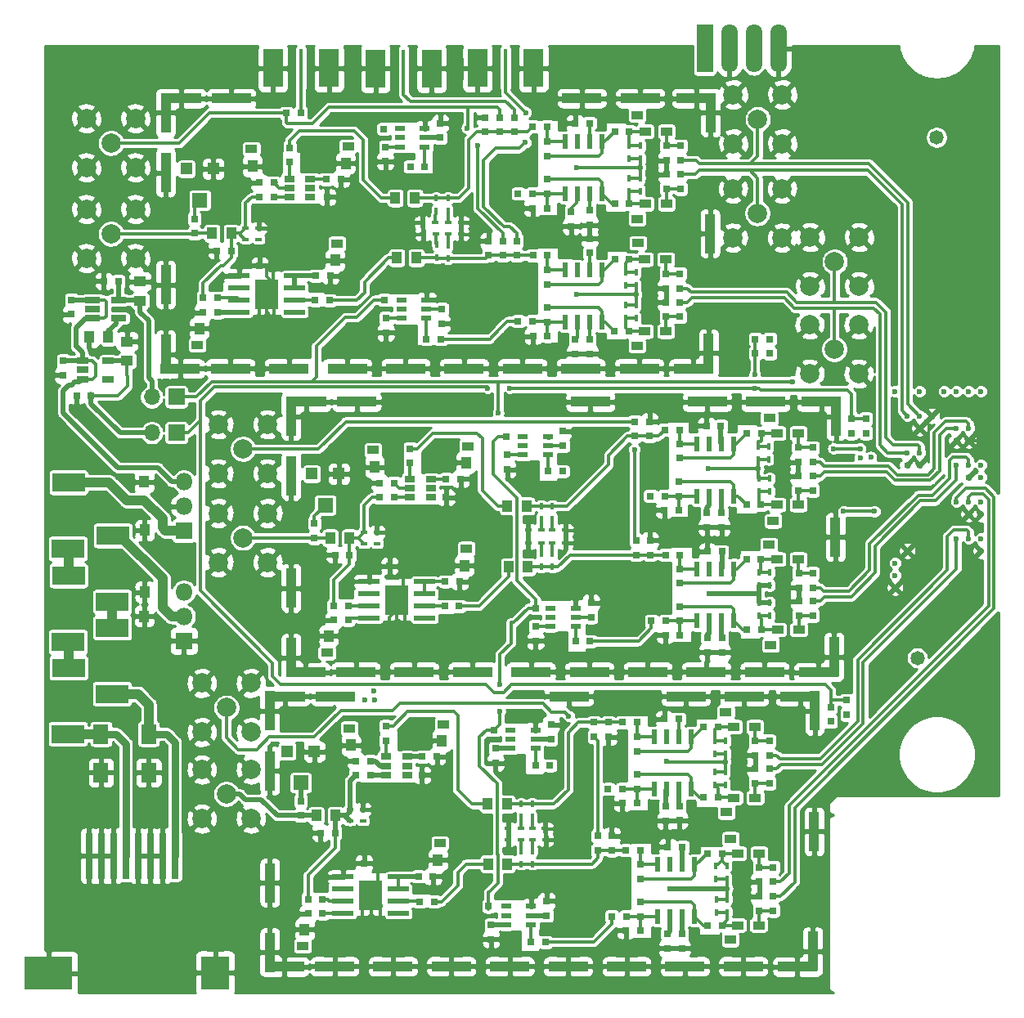
<source format=gbr>
G04 #@! TF.GenerationSoftware,KiCad,Pcbnew,(5.1.5-0-10_14)*
G04 #@! TF.CreationDate,2021-03-04T08:39:18-05:00*
G04 #@! TF.ProjectId,FEA,4645412e-6b69-4636-9164-5f7063625858,rev?*
G04 #@! TF.SameCoordinates,Original*
G04 #@! TF.FileFunction,Copper,L1,Top*
G04 #@! TF.FilePolarity,Positive*
%FSLAX46Y46*%
G04 Gerber Fmt 4.6, Leading zero omitted, Abs format (unit mm)*
G04 Created by KiCad (PCBNEW (5.1.5-0-10_14)) date 2021-03-04 08:39:18*
%MOMM*%
%LPD*%
G04 APERTURE LIST*
%ADD10R,0.600000X1.550000*%
%ADD11R,1.060000X0.650000*%
%ADD12R,1.800000X1.800000*%
%ADD13O,1.800000X1.800000*%
%ADD14R,4.040000X1.000000*%
%ADD15R,1.000000X4.040000*%
%ADD16R,0.400000X0.660000*%
%ADD17C,1.480000*%
%ADD18C,0.600000*%
%ADD19O,1.700000X1.700000*%
%ADD20R,1.700000X1.700000*%
%ADD21R,1.600000X2.000000*%
%ADD22C,2.000000*%
%ADD23R,2.000000X4.000000*%
%ADD24R,0.450000X4.000000*%
%ADD25R,0.750000X0.800000*%
%ADD26R,0.800000X0.750000*%
%ADD27R,0.800000X0.800000*%
%ADD28R,1.220000X0.650000*%
%ADD29R,1.700000X5.000000*%
%ADD30O,1.700000X5.000000*%
%ADD31R,0.760000X4.750000*%
%ADD32R,3.000000X3.500000*%
%ADD33R,5.000000X3.500000*%
%ADD34R,1.250000X1.000000*%
%ADD35R,1.000000X1.250000*%
%ADD36R,1.560000X0.650000*%
%ADD37R,1.100000X0.600000*%
%ADD38R,3.390000X1.960000*%
%ADD39R,0.660000X0.400000*%
%ADD40R,1.200000X0.900000*%
%ADD41R,1.200000X1.200000*%
%ADD42R,1.600000X1.500000*%
%ADD43R,2.200000X0.500000*%
%ADD44R,2.400000X3.100000*%
%ADD45C,0.380000*%
%ADD46C,0.500000*%
%ADD47C,1.000000*%
%ADD48C,0.750000*%
%ADD49C,0.254000*%
G04 APERTURE END LIST*
D10*
X74445000Y-100550000D03*
X74445000Y-105950000D03*
X75715000Y-100550000D03*
X75715000Y-105950000D03*
X76985000Y-100550000D03*
X76985000Y-105950000D03*
X78255000Y-100550000D03*
X78255000Y-105950000D03*
D11*
X48100000Y-105350000D03*
X48100000Y-104400000D03*
X48100000Y-106300000D03*
X45900000Y-106300000D03*
X45900000Y-105350000D03*
X45900000Y-104400000D03*
D12*
X35000000Y-152250000D03*
D13*
X35000000Y-149710000D03*
X35000000Y-147170000D03*
X35000000Y-135770000D03*
X35000000Y-138310000D03*
D12*
X35000000Y-140850000D03*
D14*
X82140000Y-124045000D03*
X76095000Y-124045000D03*
X70050000Y-124045000D03*
X64005000Y-124045000D03*
X57960000Y-124045000D03*
X51915000Y-124045000D03*
X45870000Y-124045000D03*
X39825000Y-124045000D03*
X82240000Y-96075000D03*
X76195000Y-96075000D03*
D15*
X33125000Y-115375000D03*
X89475000Y-110075000D03*
D14*
X88025000Y-96075000D03*
D15*
X89525000Y-97575000D03*
D14*
X87725000Y-124075000D03*
D15*
X89325000Y-122475000D03*
X33125000Y-122575000D03*
D14*
X34625000Y-124075000D03*
X34725000Y-96075000D03*
D15*
X33125000Y-97575000D03*
X33125000Y-103775000D03*
D14*
X39925000Y-96075000D03*
D16*
X61100000Y-107750000D03*
X61100000Y-106400000D03*
X62350000Y-106400000D03*
X62350000Y-107750000D03*
D17*
X110925000Y-154025000D03*
X112925000Y-100125000D03*
D18*
X117515000Y-126425000D03*
X116245000Y-126425000D03*
X114975000Y-126425000D03*
X113705000Y-126425000D03*
X111165000Y-126425000D03*
X108625000Y-126425000D03*
X112435000Y-128965000D03*
X111165000Y-128965000D03*
X109895000Y-128965000D03*
X116245000Y-130235000D03*
X114975000Y-130235000D03*
X111165000Y-130235000D03*
X116245000Y-131505000D03*
X114975000Y-131505000D03*
X111165000Y-132775000D03*
X109895000Y-132775000D03*
X117515000Y-134045000D03*
X116245000Y-134045000D03*
X114975000Y-134045000D03*
X111165000Y-134045000D03*
X109895000Y-134045000D03*
X117515000Y-135315000D03*
X116245000Y-135315000D03*
X117515000Y-137855000D03*
X116245000Y-137855000D03*
X114975000Y-137855000D03*
X117515000Y-139125000D03*
X116245000Y-139125000D03*
X117515000Y-141665000D03*
X116245000Y-141665000D03*
X114975000Y-141665000D03*
X117515000Y-142935000D03*
X109895000Y-142935000D03*
X108625000Y-144205000D03*
X108625000Y-145475000D03*
X108625000Y-146745000D03*
D19*
X31680000Y-127000000D03*
D20*
X34220000Y-127000000D03*
X34220000Y-130700000D03*
D19*
X31680000Y-130700000D03*
D21*
X26425000Y-161900000D03*
X26425000Y-165900000D03*
D22*
X27450000Y-110100000D03*
X29990000Y-107560000D03*
X24910000Y-107560000D03*
X24910000Y-112640000D03*
X29990000Y-112640000D03*
X27450000Y-100700000D03*
X29990000Y-98160000D03*
X24910000Y-98160000D03*
X24910000Y-103240000D03*
X29990000Y-103240000D03*
D23*
X60640000Y-92980000D03*
D24*
X57740000Y-92980000D03*
D23*
X54840000Y-92980000D03*
X44225000Y-92950000D03*
D24*
X47125000Y-92950000D03*
D23*
X50025000Y-92950000D03*
D25*
X69200000Y-98050000D03*
X69200000Y-99550000D03*
D26*
X45600000Y-97600000D03*
X47100000Y-97600000D03*
D27*
X23370000Y-118450000D03*
D25*
X23370000Y-116950000D03*
D22*
X43670000Y-144120000D03*
X38590000Y-144120000D03*
X38590000Y-139040000D03*
X43670000Y-139040000D03*
X41130000Y-141580000D03*
X41130000Y-132380000D03*
X43670000Y-129840000D03*
X38590000Y-129840000D03*
X38590000Y-134920000D03*
X43670000Y-134920000D03*
X39395000Y-168125000D03*
X41935000Y-165585000D03*
X36855000Y-165585000D03*
X36855000Y-170665000D03*
X41935000Y-170665000D03*
X41935000Y-161715000D03*
X36855000Y-161715000D03*
X36855000Y-156635000D03*
X41935000Y-156635000D03*
X39395000Y-159175000D03*
X94410000Y-98230000D03*
X96950000Y-95690000D03*
X91870000Y-95690000D03*
X91870000Y-100770000D03*
X96950000Y-100770000D03*
X96930000Y-110510000D03*
X91850000Y-110510000D03*
X91850000Y-105430000D03*
X96930000Y-105430000D03*
X94390000Y-107970000D03*
X104910000Y-115540000D03*
X99830000Y-115540000D03*
X99830000Y-110460000D03*
X104910000Y-110460000D03*
X102370000Y-113000000D03*
X102320000Y-122050000D03*
X104860000Y-119510000D03*
X99780000Y-119510000D03*
X99780000Y-124590000D03*
X104860000Y-124590000D03*
D25*
X22525000Y-124745000D03*
X22525000Y-123245000D03*
D28*
X24515000Y-123250000D03*
X24515000Y-124200000D03*
X24515000Y-125150000D03*
X27135000Y-125150000D03*
X27135000Y-123250000D03*
D25*
X69450000Y-110850000D03*
X69450000Y-112350000D03*
D23*
X65400000Y-92950000D03*
D24*
X68300000Y-92950000D03*
D23*
X71200000Y-92950000D03*
D29*
X88920000Y-90900000D03*
D30*
X91460000Y-90900000D03*
X94000000Y-90900000D03*
X96540000Y-90900000D03*
D26*
X25400000Y-126850000D03*
X23900000Y-126850000D03*
D31*
X25195000Y-174525000D03*
X26465000Y-174525000D03*
X27735000Y-174525000D03*
X29005000Y-174525000D03*
X30275000Y-174525000D03*
X31545000Y-174525000D03*
X32815000Y-174525000D03*
X34085000Y-174525000D03*
D32*
X38245000Y-186625000D03*
D33*
X20995000Y-186675000D03*
D34*
X29120000Y-121250000D03*
X29120000Y-123250000D03*
X30470000Y-117050000D03*
X30470000Y-115050000D03*
D35*
X30900000Y-149700000D03*
X30950000Y-140800000D03*
X30950000Y-147200000D03*
X30900000Y-135800000D03*
D26*
X28220000Y-115000000D03*
X26720000Y-115000000D03*
D36*
X25570000Y-116950000D03*
X25570000Y-117900000D03*
X25570000Y-118850000D03*
X28270000Y-118850000D03*
X28270000Y-116950000D03*
D35*
X27170000Y-120800000D03*
X25170000Y-120800000D03*
D25*
X61700000Y-119400000D03*
X61700000Y-119400000D03*
X61700000Y-117900000D03*
X55900000Y-118850000D03*
X55900000Y-120350000D03*
X55900000Y-120350000D03*
X61550000Y-98650000D03*
X61550000Y-100150000D03*
X61550000Y-98650000D03*
X55850000Y-102600000D03*
X55850000Y-102600000D03*
X55850000Y-101100000D03*
D37*
X57500000Y-117900000D03*
X57500000Y-118850000D03*
X60100000Y-118850000D03*
X60100000Y-117900000D03*
X57500000Y-116950000D03*
X60100000Y-116950000D03*
X59950000Y-99200000D03*
X57350000Y-99200000D03*
X59950000Y-100150000D03*
X59950000Y-101100000D03*
X57350000Y-101100000D03*
X57350000Y-100150000D03*
D26*
X95650000Y-121000000D03*
X94150000Y-121000000D03*
X94150000Y-122500000D03*
X95650000Y-122500000D03*
D25*
X105600000Y-130750000D03*
X105600000Y-129250000D03*
X104100000Y-129250000D03*
X104100000Y-130750000D03*
X101950000Y-160600000D03*
X101950000Y-159100000D03*
X103600000Y-158400000D03*
X103600000Y-159900000D03*
D26*
X60100000Y-121000000D03*
X61600000Y-121000000D03*
X55750000Y-116950000D03*
X59950000Y-103150000D03*
X58450000Y-103150000D03*
X55700000Y-99250000D03*
D38*
X27550000Y-157750000D03*
X27600000Y-150900000D03*
X23000000Y-152350000D03*
X23050000Y-145500000D03*
X23050000Y-155050000D03*
X23000000Y-161900000D03*
X27650000Y-141350000D03*
X27600000Y-148200000D03*
X23050000Y-135850000D03*
X23000000Y-142700000D03*
D35*
X39900000Y-110050000D03*
X37900000Y-110050000D03*
X36600000Y-119900000D03*
X51750000Y-102800000D03*
D26*
X51250000Y-104450000D03*
X37000000Y-118250000D03*
X38500000Y-118250000D03*
X51250000Y-104450000D03*
X49750000Y-104450000D03*
X48650000Y-114450000D03*
X50150000Y-114450000D03*
X44300000Y-104800000D03*
X42800000Y-104800000D03*
X50150000Y-114450000D03*
X48650000Y-114450000D03*
X42800000Y-104800000D03*
D35*
X42100000Y-103100000D03*
X50650000Y-112850000D03*
D39*
X41400000Y-110700000D03*
X42750000Y-110700000D03*
X41400000Y-109550000D03*
X42750000Y-109550000D03*
D16*
X62350000Y-111300000D03*
X62350000Y-112650000D03*
X61200000Y-112600000D03*
X61200000Y-111250000D03*
D40*
X36400000Y-121600000D03*
X52000000Y-101050000D03*
X50850000Y-111100000D03*
X42000000Y-101300000D03*
D25*
X36100000Y-108550000D03*
X36100000Y-110050000D03*
D26*
X39900000Y-111850000D03*
X38400000Y-111850000D03*
X37000000Y-116750000D03*
X38500000Y-116750000D03*
X42800000Y-106300000D03*
X44300000Y-106300000D03*
D25*
X42850000Y-113400000D03*
D26*
X49800000Y-106300000D03*
X48600000Y-117000000D03*
X50100000Y-117000000D03*
D25*
X45950000Y-101200000D03*
X45950000Y-102700000D03*
D41*
X38050000Y-103380000D03*
X35250000Y-103380000D03*
D42*
X36650000Y-106620000D03*
D43*
X40725000Y-114450000D03*
X46475000Y-114450000D03*
X40725000Y-115720000D03*
X46475000Y-115720000D03*
X40725000Y-116990000D03*
X46475000Y-116990000D03*
X40725000Y-118260000D03*
X46475000Y-118260000D03*
D44*
X43600000Y-116400000D03*
D35*
X59050000Y-112600000D03*
X57050000Y-112600000D03*
D25*
X84950000Y-102500000D03*
X84950000Y-101000000D03*
X77000000Y-110600000D03*
X77000000Y-110600000D03*
X77000000Y-112100000D03*
X84900000Y-114250000D03*
X84900000Y-115750000D03*
X84950000Y-105450000D03*
X84950000Y-103950000D03*
X84900000Y-117200000D03*
X84900000Y-118700000D03*
X77000000Y-121050000D03*
X77000000Y-122550000D03*
X75500000Y-121050000D03*
X75500000Y-122550000D03*
D35*
X56900000Y-106400000D03*
X58900000Y-106400000D03*
D26*
X77000000Y-98650000D03*
X75500000Y-98650000D03*
D25*
X77000000Y-109200000D03*
X77000000Y-107700000D03*
X75100000Y-109350000D03*
X75100000Y-107850000D03*
D16*
X80700000Y-114100000D03*
X80700000Y-115450000D03*
X81800000Y-114100000D03*
X81800000Y-115450000D03*
X80700000Y-118850000D03*
X80700000Y-117500000D03*
X81800000Y-118850000D03*
X81800000Y-117500000D03*
X82300000Y-101000000D03*
X82300000Y-102350000D03*
X81100000Y-101000000D03*
X81100000Y-102350000D03*
X81100000Y-105700000D03*
X81100000Y-104350000D03*
X82250000Y-105700000D03*
X82250000Y-104350000D03*
D40*
X82750000Y-99500000D03*
X84950000Y-99500000D03*
X82000000Y-111050000D03*
X82700000Y-112750000D03*
X84900000Y-112750000D03*
X82750000Y-107000000D03*
X84950000Y-107000000D03*
X82700000Y-120200000D03*
X84900000Y-120200000D03*
X81900000Y-121700000D03*
X81950000Y-97800000D03*
X81900000Y-108550000D03*
D25*
X68000000Y-112350000D03*
X68000000Y-110850000D03*
X66550000Y-112350000D03*
X66550000Y-110850000D03*
X86450000Y-102500000D03*
X86450000Y-101000000D03*
D26*
X72650000Y-112350000D03*
X71150000Y-112350000D03*
D25*
X72650000Y-113850000D03*
X72650000Y-115350000D03*
D26*
X79600000Y-112750000D03*
X81100000Y-112750000D03*
D25*
X86350000Y-114250000D03*
X86350000Y-115750000D03*
X86450000Y-105450000D03*
X86450000Y-103950000D03*
D26*
X81050000Y-120200000D03*
X79550000Y-120200000D03*
D25*
X86350000Y-117200000D03*
X86350000Y-118700000D03*
X72650000Y-119250000D03*
X72650000Y-117750000D03*
D26*
X71150000Y-120700000D03*
X72650000Y-120700000D03*
X69600000Y-119150000D03*
X71100000Y-119150000D03*
D25*
X67700000Y-98050000D03*
X67700000Y-99550000D03*
X66150000Y-98050000D03*
X66150000Y-99550000D03*
D26*
X71100000Y-99000000D03*
X72600000Y-99000000D03*
D25*
X72600000Y-102050000D03*
X72600000Y-100550000D03*
D26*
X81100000Y-99500000D03*
X79600000Y-99500000D03*
X79600000Y-107000000D03*
X81100000Y-107000000D03*
D25*
X72600000Y-104450000D03*
X72600000Y-105950000D03*
D26*
X72600000Y-107450000D03*
X71100000Y-107450000D03*
X71100000Y-105950000D03*
X69600000Y-105950000D03*
D10*
X78255000Y-119250000D03*
X78255000Y-113850000D03*
X76985000Y-119250000D03*
X76985000Y-113850000D03*
X75715000Y-119250000D03*
X75715000Y-113850000D03*
X74445000Y-119250000D03*
X74445000Y-113850000D03*
D39*
X63700000Y-108950000D03*
X62350000Y-108950000D03*
X59700000Y-108950000D03*
X61050000Y-108950000D03*
X62350000Y-110150000D03*
X63700000Y-110150000D03*
X61100000Y-110150000D03*
X59750000Y-110150000D03*
D21*
X31350000Y-161900000D03*
X31350000Y-165900000D03*
D35*
X52150000Y-141600000D03*
X50150000Y-141600000D03*
X50000000Y-151750000D03*
X64200000Y-133800000D03*
D26*
X50500000Y-150100000D03*
X50500000Y-150100000D03*
X52000000Y-150100000D03*
X62150000Y-135500000D03*
X63650000Y-135500000D03*
X62050000Y-146100000D03*
X63550000Y-146100000D03*
X55250000Y-135900000D03*
X56750000Y-135900000D03*
D35*
X54750000Y-134250000D03*
X64050000Y-144450000D03*
X68600000Y-144600000D03*
X70600000Y-144600000D03*
X70500000Y-138300000D03*
X68500000Y-138300000D03*
D26*
X90600000Y-130000000D03*
X89100000Y-130000000D03*
X90600000Y-130000000D03*
D25*
X98600000Y-132250000D03*
X98600000Y-133750000D03*
D26*
X90700000Y-143000000D03*
X89200000Y-143000000D03*
D25*
X98650000Y-146750000D03*
X98650000Y-145250000D03*
X98600000Y-135200000D03*
X98600000Y-136700000D03*
X90650000Y-139000000D03*
X90650000Y-140500000D03*
X89150000Y-139000000D03*
X89150000Y-140500000D03*
X98650000Y-149650000D03*
X98650000Y-148150000D03*
X90700000Y-153450000D03*
X90700000Y-151950000D03*
X89200000Y-153450000D03*
X89200000Y-151950000D03*
X74250000Y-132050000D03*
X74250000Y-130550000D03*
X77150000Y-149800000D03*
X77150000Y-148300000D03*
X68500000Y-134500000D03*
X68500000Y-133000000D03*
X71400000Y-152250000D03*
X71400000Y-150750000D03*
D39*
X55000000Y-142200000D03*
X53650000Y-142200000D03*
X55000000Y-141000000D03*
X53650000Y-141000000D03*
X70650000Y-140800000D03*
X72000000Y-140800000D03*
D16*
X72000000Y-139650000D03*
X72000000Y-138300000D03*
D39*
X70650000Y-142100000D03*
X72000000Y-142100000D03*
D16*
X73150000Y-139650000D03*
X73150000Y-138300000D03*
X72000000Y-143250000D03*
X72000000Y-144600000D03*
D39*
X74500000Y-140800000D03*
X73150000Y-140800000D03*
D16*
X73150000Y-143250000D03*
X73150000Y-144600000D03*
D39*
X74500000Y-142100000D03*
X73150000Y-142100000D03*
D16*
X94450000Y-133450000D03*
X94450000Y-132100000D03*
X95550000Y-133450000D03*
X95550000Y-132100000D03*
X94500000Y-146500000D03*
X94500000Y-145150000D03*
X95650000Y-146500000D03*
X95650000Y-145150000D03*
X94500000Y-135450000D03*
X94500000Y-136800000D03*
X95650000Y-135450000D03*
X95650000Y-136800000D03*
X95650000Y-148300000D03*
X95650000Y-149650000D03*
X94500000Y-148300000D03*
X94500000Y-149650000D03*
D40*
X49800000Y-153500000D03*
X64400000Y-132100000D03*
X64250000Y-142700000D03*
X54550000Y-132500000D03*
X95600000Y-129200000D03*
X96400000Y-130750000D03*
X98600000Y-130750000D03*
X95550000Y-142300000D03*
X96400000Y-143800000D03*
X98600000Y-143800000D03*
X96400000Y-138150000D03*
X98600000Y-138150000D03*
X96000000Y-139850000D03*
X96450000Y-151100000D03*
X98650000Y-151100000D03*
X95750000Y-152700000D03*
D14*
X52900000Y-127500000D03*
D15*
X46100000Y-135200000D03*
X46100000Y-129000000D03*
D14*
X47700000Y-127500000D03*
X47600000Y-155500000D03*
D15*
X46100000Y-154000000D03*
X102300000Y-153900000D03*
D14*
X100700000Y-155500000D03*
D15*
X102500000Y-129000000D03*
D14*
X101000000Y-127500000D03*
D15*
X102450000Y-141500000D03*
X46100000Y-146800000D03*
D14*
X77080000Y-127500000D03*
X89170000Y-127500000D03*
X95215000Y-127500000D03*
X52800000Y-155470000D03*
X58845000Y-155470000D03*
X64890000Y-155470000D03*
X70935000Y-155470000D03*
X76980000Y-155470000D03*
X83025000Y-155470000D03*
X89070000Y-155470000D03*
X95115000Y-155470000D03*
D25*
X48500000Y-140100000D03*
X48500000Y-141600000D03*
D26*
X52150000Y-143350000D03*
X50650000Y-143350000D03*
X50500000Y-148650000D03*
X52000000Y-148650000D03*
X56750000Y-137400000D03*
X55250000Y-137400000D03*
D25*
X56300000Y-144500000D03*
D26*
X62150000Y-137400000D03*
X62000000Y-148650000D03*
X63500000Y-148650000D03*
D25*
X58400000Y-133850000D03*
X58400000Y-132350000D03*
X81700000Y-131050000D03*
X81700000Y-129550000D03*
X83200000Y-131050000D03*
X83200000Y-129550000D03*
D26*
X86300000Y-130400000D03*
X84800000Y-130400000D03*
D25*
X86300000Y-131850000D03*
X86300000Y-133350000D03*
X81800000Y-141850000D03*
X81800000Y-143350000D03*
X83250000Y-141850000D03*
X83250000Y-143350000D03*
D26*
X93300000Y-130750000D03*
X94800000Y-130750000D03*
D25*
X100100000Y-132250000D03*
X100100000Y-133750000D03*
D26*
X84850000Y-143350000D03*
X86350000Y-143350000D03*
D25*
X86350000Y-146300000D03*
X86350000Y-144800000D03*
D26*
X94750000Y-143800000D03*
X93250000Y-143800000D03*
D25*
X100100000Y-146750000D03*
X100100000Y-145250000D03*
D26*
X94750000Y-138150000D03*
X93250000Y-138150000D03*
D25*
X100100000Y-135200000D03*
X100100000Y-136700000D03*
X86250000Y-137250000D03*
X86250000Y-135750000D03*
D26*
X84750000Y-138700000D03*
X86250000Y-138700000D03*
X83300000Y-137250000D03*
X84800000Y-137250000D03*
X93300000Y-151100000D03*
X94800000Y-151100000D03*
D25*
X100100000Y-149650000D03*
X100100000Y-148150000D03*
X86350000Y-148700000D03*
X86350000Y-150200000D03*
D26*
X86350000Y-151650000D03*
X84850000Y-151650000D03*
X84900000Y-150200000D03*
X83400000Y-150200000D03*
X72700000Y-134700000D03*
X74200000Y-134700000D03*
X75550000Y-152300000D03*
X77050000Y-152300000D03*
X68350000Y-131100000D03*
X71450000Y-148850000D03*
D41*
X51050000Y-134960000D03*
X48250000Y-134960000D03*
D42*
X49650000Y-138200000D03*
D43*
X54175000Y-146100000D03*
X59925000Y-146100000D03*
X54175000Y-147370000D03*
X59925000Y-147370000D03*
X54175000Y-148640000D03*
X59925000Y-148640000D03*
X54175000Y-149910000D03*
X59925000Y-149910000D03*
D44*
X57050000Y-148050000D03*
D11*
X58400000Y-135500000D03*
X58400000Y-136450000D03*
X58400000Y-137400000D03*
X60600000Y-137400000D03*
X60600000Y-135500000D03*
X60600000Y-136450000D03*
D10*
X88095000Y-131850000D03*
X88095000Y-137250000D03*
X89365000Y-131850000D03*
X89365000Y-137250000D03*
X90635000Y-131850000D03*
X90635000Y-137250000D03*
X91905000Y-131850000D03*
X91905000Y-137250000D03*
X91955000Y-150200000D03*
X91955000Y-144800000D03*
X90685000Y-150200000D03*
X90685000Y-144800000D03*
X89415000Y-150200000D03*
X89415000Y-144800000D03*
X88145000Y-150200000D03*
X88145000Y-144800000D03*
D37*
X70100000Y-132050000D03*
X70100000Y-133000000D03*
X72700000Y-133000000D03*
X72700000Y-132050000D03*
X70100000Y-131100000D03*
X72700000Y-131100000D03*
X75550000Y-148850000D03*
X72950000Y-148850000D03*
X75550000Y-149800000D03*
X75550000Y-150750000D03*
X72950000Y-150750000D03*
X72950000Y-149800000D03*
D35*
X50700000Y-170350000D03*
X48700000Y-170350000D03*
X47500000Y-182150000D03*
X61700000Y-162600000D03*
D26*
X59700000Y-164250000D03*
X61200000Y-164250000D03*
X47850000Y-180500000D03*
X49350000Y-180500000D03*
X59700000Y-164250000D03*
X61200000Y-164250000D03*
X59300000Y-176650000D03*
X60800000Y-176650000D03*
X52800000Y-164700000D03*
X54300000Y-164700000D03*
X60800000Y-176650000D03*
X59300000Y-176650000D03*
D35*
X52300000Y-163050000D03*
X61300000Y-174950000D03*
X66500000Y-175350000D03*
X68500000Y-175350000D03*
X68450000Y-169150000D03*
X66450000Y-169150000D03*
D26*
X84750000Y-160350000D03*
X86250000Y-160350000D03*
D25*
X94150000Y-162600000D03*
X94150000Y-164100000D03*
D26*
X86600000Y-173600000D03*
X85100000Y-173600000D03*
D25*
X94550000Y-177200000D03*
X94550000Y-175700000D03*
X94150000Y-165500000D03*
X94150000Y-167000000D03*
X86300000Y-169350000D03*
X86300000Y-170850000D03*
X84850000Y-169400000D03*
X84850000Y-170900000D03*
X86300000Y-169350000D03*
X94550000Y-180200000D03*
X94550000Y-178700000D03*
X86550000Y-184100000D03*
X86550000Y-182600000D03*
X85050000Y-184100000D03*
X85050000Y-182600000D03*
X73000000Y-160950000D03*
X73000000Y-162450000D03*
X72550000Y-179200000D03*
X72550000Y-180700000D03*
X67250000Y-163400000D03*
X67250000Y-164900000D03*
X66800000Y-181650000D03*
X66800000Y-183150000D03*
D39*
X52200000Y-170900000D03*
X53550000Y-170900000D03*
X52200000Y-169700000D03*
X53550000Y-169700000D03*
X72400000Y-171700000D03*
X71050000Y-171700000D03*
D16*
X71050000Y-170500000D03*
X71050000Y-169150000D03*
D39*
X68550000Y-172850000D03*
X69900000Y-172850000D03*
D16*
X69900000Y-170500000D03*
X69900000Y-169150000D03*
X69900000Y-174000000D03*
X69900000Y-175350000D03*
D39*
X68550000Y-171700000D03*
X69900000Y-171700000D03*
D16*
X71100000Y-174000000D03*
X71100000Y-175350000D03*
D39*
X72450000Y-172850000D03*
X71100000Y-172850000D03*
D16*
X91100000Y-163950000D03*
X91100000Y-162600000D03*
X90000000Y-163950000D03*
X90000000Y-162600000D03*
X90050000Y-175550000D03*
X90050000Y-176900000D03*
X91200000Y-175550000D03*
X91200000Y-176900000D03*
X89950000Y-165800000D03*
X89950000Y-167150000D03*
X91050000Y-165800000D03*
X91050000Y-167150000D03*
X91250000Y-179000000D03*
X91250000Y-180350000D03*
X90150000Y-179000000D03*
X90150000Y-180350000D03*
D40*
X47300000Y-183850000D03*
X61850000Y-160900000D03*
X61500000Y-173200000D03*
X52100000Y-161300000D03*
X91100000Y-159650000D03*
X91900000Y-161150000D03*
X94100000Y-161150000D03*
X91600000Y-172750000D03*
X92350000Y-174250000D03*
X94550000Y-174250000D03*
X91950000Y-168500000D03*
X94150000Y-168500000D03*
X91150000Y-170000000D03*
X92300000Y-181700000D03*
X94500000Y-181700000D03*
X91550000Y-183200000D03*
D14*
X50700000Y-158000000D03*
D15*
X43900000Y-165700000D03*
X43900000Y-159500000D03*
D14*
X45500000Y-158000000D03*
X45400000Y-186000000D03*
D15*
X43900000Y-184500000D03*
X100100000Y-184400000D03*
D14*
X98500000Y-186000000D03*
D15*
X100300000Y-159500000D03*
D14*
X98800000Y-158000000D03*
D15*
X100250000Y-172000000D03*
X43900000Y-177300000D03*
D14*
X74880000Y-158000000D03*
X86970000Y-158000000D03*
X93015000Y-158000000D03*
X50600000Y-185970000D03*
X56645000Y-185970000D03*
X62690000Y-185970000D03*
X68735000Y-185970000D03*
X74780000Y-185970000D03*
X80825000Y-185970000D03*
X86870000Y-185970000D03*
X92915000Y-185970000D03*
D25*
X47100000Y-168850000D03*
X47100000Y-170350000D03*
D26*
X50650000Y-172150000D03*
X49150000Y-172150000D03*
X47850000Y-179000000D03*
X49350000Y-179000000D03*
X54300000Y-166150000D03*
X52800000Y-166150000D03*
D25*
X53650000Y-175300000D03*
D26*
X59650000Y-166150000D03*
X59400000Y-179250000D03*
X60900000Y-179250000D03*
D25*
X55900000Y-162600000D03*
X55900000Y-161100000D03*
X77450000Y-160700000D03*
X77450000Y-162200000D03*
X78950000Y-160700000D03*
X78950000Y-162200000D03*
D26*
X81900000Y-160700000D03*
X80400000Y-160700000D03*
D25*
X81900000Y-162200000D03*
X81900000Y-163700000D03*
X77850000Y-172450000D03*
X77850000Y-173950000D03*
X79300000Y-172450000D03*
X79300000Y-173950000D03*
D26*
X88800000Y-161150000D03*
X90300000Y-161150000D03*
D25*
X95600000Y-162600000D03*
X95600000Y-164100000D03*
D26*
X80750000Y-173950000D03*
X82250000Y-173950000D03*
D25*
X82250000Y-176900000D03*
X82250000Y-175400000D03*
D26*
X90700000Y-174250000D03*
X89200000Y-174250000D03*
D25*
X96000000Y-177200000D03*
X96000000Y-175700000D03*
D26*
X90300000Y-168450000D03*
X88800000Y-168450000D03*
D25*
X95600000Y-165500000D03*
X95600000Y-167000000D03*
X81900000Y-167600000D03*
X81900000Y-166100000D03*
D26*
X80400000Y-169050000D03*
X81900000Y-169050000D03*
X78900000Y-167600000D03*
X80400000Y-167600000D03*
X89200000Y-181700000D03*
X90700000Y-181700000D03*
D25*
X96000000Y-180200000D03*
X96000000Y-178700000D03*
X82250000Y-179300000D03*
X82250000Y-180800000D03*
D26*
X82250000Y-182250000D03*
X80750000Y-182250000D03*
X80800000Y-180800000D03*
X79300000Y-180800000D03*
X71400000Y-165150000D03*
X72900000Y-165150000D03*
X70950000Y-183450000D03*
X72450000Y-183450000D03*
X67100000Y-161500000D03*
X66550000Y-179750000D03*
D41*
X48500000Y-163710000D03*
X45700000Y-163710000D03*
D42*
X47100000Y-166950000D03*
D43*
X51475000Y-176700000D03*
X57225000Y-176700000D03*
X51475000Y-177970000D03*
X57225000Y-177970000D03*
X51475000Y-179240000D03*
X57225000Y-179240000D03*
X51475000Y-180510000D03*
X57225000Y-180510000D03*
D44*
X54350000Y-178650000D03*
D11*
X55900000Y-164250000D03*
X55900000Y-165200000D03*
X55900000Y-166150000D03*
X58100000Y-166150000D03*
X58100000Y-164250000D03*
X58100000Y-165200000D03*
D10*
X87505000Y-167600000D03*
X87505000Y-162200000D03*
X86235000Y-167600000D03*
X86235000Y-162200000D03*
X84965000Y-167600000D03*
X84965000Y-162200000D03*
X83695000Y-167600000D03*
X83695000Y-162200000D03*
X84045000Y-175400000D03*
X84045000Y-180800000D03*
X85315000Y-175400000D03*
X85315000Y-180800000D03*
X86585000Y-175400000D03*
X86585000Y-180800000D03*
X87855000Y-175400000D03*
X87855000Y-180800000D03*
D37*
X71400000Y-161500000D03*
X68800000Y-161500000D03*
X71400000Y-162450000D03*
X71400000Y-163400000D03*
X68800000Y-163400000D03*
X68800000Y-162450000D03*
X68350000Y-180700000D03*
X68350000Y-181650000D03*
X70950000Y-181650000D03*
X70950000Y-180700000D03*
X68350000Y-179750000D03*
X70950000Y-179750000D03*
D18*
X43600000Y-117400000D03*
X55100000Y-177350000D03*
X53550000Y-179750000D03*
X54400000Y-179700000D03*
X55300000Y-179700000D03*
X56550000Y-149350000D03*
X57700000Y-149100000D03*
X56400000Y-148500000D03*
X44250000Y-115150000D03*
X44300000Y-117400000D03*
X42850000Y-117400000D03*
X57050000Y-150400000D03*
X57900000Y-150400000D03*
X56300000Y-150400000D03*
X57750000Y-145450000D03*
X55150000Y-175800000D03*
X55300000Y-181300000D03*
X54400000Y-181300000D03*
X53500000Y-181300000D03*
X43600000Y-118700000D03*
X44300000Y-118700000D03*
X42850000Y-118700000D03*
X44250000Y-113400000D03*
X118750000Y-131550000D03*
X53750000Y-158350000D03*
X54750000Y-158350000D03*
X54700000Y-157440000D03*
X64300000Y-99150000D03*
X65450000Y-100950000D03*
X66430010Y-126090000D03*
X68750000Y-126090000D03*
X94100000Y-126090000D03*
X94100000Y-124650000D03*
X70350000Y-100650000D03*
X70400000Y-97550000D03*
X67550000Y-128650000D03*
X67700000Y-156750000D03*
X106500000Y-138850000D03*
X103300000Y-138850000D03*
X98000000Y-125400000D03*
X67700000Y-159550000D03*
X28650000Y-158200000D03*
X28700000Y-157250000D03*
X26300000Y-158200000D03*
X26350000Y-157250000D03*
X21900000Y-162350000D03*
X21900000Y-161350000D03*
X24100000Y-161900000D03*
X75700000Y-103250000D03*
X82250000Y-103250000D03*
X75700000Y-116400000D03*
X81800000Y-116400000D03*
X89400000Y-147400000D03*
X94500000Y-147400000D03*
X89300000Y-134450000D03*
X105000000Y-132350000D03*
X94450000Y-134450000D03*
X102250000Y-132350000D03*
X85300000Y-177950000D03*
X106123505Y-133223505D03*
X91250000Y-177900000D03*
X84950000Y-164750000D03*
X105000000Y-133300000D03*
X91050000Y-164800000D03*
X48650000Y-114450000D03*
X81650000Y-132450000D03*
X74850000Y-160050000D03*
D45*
X43605000Y-113400000D02*
X43655000Y-113350000D01*
X42850000Y-113400000D02*
X43605000Y-113400000D01*
X43655000Y-113350000D02*
X43655000Y-113355000D01*
X43950001Y-114850001D02*
X44250000Y-115150000D01*
X43600000Y-114500000D02*
X43950001Y-114850001D01*
X43600000Y-113410000D02*
X43600000Y-114500000D01*
X43655000Y-113355000D02*
X43600000Y-113410000D01*
X43600000Y-116650000D02*
X42850000Y-117400000D01*
X43600000Y-116400000D02*
X43600000Y-116650000D01*
X57050000Y-148050000D02*
X57050000Y-150400000D01*
X57050000Y-148850000D02*
X56550000Y-149350000D01*
X57050000Y-148050000D02*
X57050000Y-148850000D01*
X57050000Y-148050000D02*
X57050000Y-149100000D01*
X57050000Y-149100000D02*
X56300000Y-149850000D01*
X56300000Y-149850000D02*
X56300000Y-150350000D01*
X57050000Y-148050000D02*
X57050000Y-148700000D01*
X57050000Y-148700000D02*
X57900000Y-149550000D01*
X57900000Y-149550000D02*
X57900000Y-150150000D01*
X57900000Y-150150000D02*
X57900000Y-150350000D01*
X57900000Y-150350000D02*
X57900000Y-150400000D01*
X56300000Y-150350000D02*
X56300000Y-150400000D01*
X57050000Y-148050000D02*
X57050000Y-147400000D01*
X57750000Y-146700000D02*
X57750000Y-145450000D01*
X57050000Y-147400000D02*
X57750000Y-146700000D01*
X55100000Y-175850000D02*
X55150000Y-175800000D01*
X55100000Y-177350000D02*
X55100000Y-175850000D01*
X55300000Y-179700000D02*
X55300000Y-181300000D01*
X54400000Y-179700000D02*
X54400000Y-181300000D01*
X54350000Y-178950000D02*
X53550000Y-179750000D01*
X54350000Y-178650000D02*
X54350000Y-178950000D01*
X54400000Y-181300000D02*
X53500000Y-181300000D01*
X53500000Y-179800000D02*
X53550000Y-179750000D01*
X53500000Y-181300000D02*
X53500000Y-179800000D01*
X43600000Y-116700000D02*
X44300000Y-117400000D01*
X43600000Y-116400000D02*
X43600000Y-116700000D01*
X43600000Y-116400000D02*
X43600000Y-118700000D01*
X43600000Y-118700000D02*
X44300000Y-118700000D01*
X44300000Y-117100000D02*
X43600000Y-116400000D01*
X44300000Y-118700000D02*
X44300000Y-117100000D01*
X43600000Y-118700000D02*
X42850000Y-118700000D01*
X42850000Y-118700000D02*
X42850000Y-117400000D01*
X44250000Y-115150000D02*
X44250000Y-113400000D01*
X118705000Y-131505000D02*
X118750000Y-131550000D01*
X116245000Y-131505000D02*
X118705000Y-131505000D01*
D46*
X38510000Y-118260000D02*
X38500000Y-118250000D01*
X40725000Y-118260000D02*
X38510000Y-118260000D01*
D45*
X57350000Y-101100000D02*
X55850000Y-101100000D01*
X57500000Y-118850000D02*
X55900000Y-118850000D01*
D46*
X22530000Y-123250000D02*
X22525000Y-123245000D01*
X24515000Y-123250000D02*
X22530000Y-123250000D01*
X25570000Y-116950000D02*
X23370000Y-116950000D01*
X25570000Y-118850000D02*
X24850000Y-118850000D01*
X24850000Y-118850000D02*
X23850000Y-119850000D01*
X23850000Y-119850000D02*
X23850000Y-121800000D01*
X24515000Y-122425000D02*
X24515000Y-123250000D01*
X23890000Y-121800000D02*
X24515000Y-122425000D01*
X23850000Y-121800000D02*
X23890000Y-121800000D01*
X33727208Y-135770000D02*
X32300000Y-134342792D01*
X35000000Y-135770000D02*
X33727208Y-135770000D01*
X32300000Y-134342792D02*
X28192792Y-134342792D01*
X28192792Y-134342792D02*
X22500000Y-128650000D01*
X22500000Y-128650000D02*
X22500000Y-126350000D01*
X22500000Y-126350000D02*
X23100000Y-125750000D01*
X23100000Y-125750000D02*
X23400000Y-125750000D01*
X23400000Y-125750000D02*
X23700000Y-125450000D01*
X24215000Y-125450000D02*
X24515000Y-125150000D01*
X23700000Y-125450000D02*
X24215000Y-125450000D01*
D45*
X70100000Y-133000000D02*
X68500000Y-133000000D01*
X72950000Y-150750000D02*
X71400000Y-150750000D01*
D46*
X68800000Y-163400000D02*
X67250000Y-163400000D01*
X68350000Y-181650000D02*
X66800000Y-181650000D01*
D45*
X26730000Y-118850000D02*
X26950000Y-118630000D01*
X25570000Y-118850000D02*
X26730000Y-118850000D01*
X26950000Y-118630000D02*
X26950000Y-117100000D01*
X26800000Y-116950000D02*
X25570000Y-116950000D01*
X26950000Y-117100000D02*
X26800000Y-116950000D01*
X25505000Y-125150000D02*
X25850000Y-124805000D01*
X24515000Y-125150000D02*
X25505000Y-125150000D01*
X25850000Y-124805000D02*
X25850000Y-123550000D01*
X25850000Y-123550000D02*
X25800000Y-123550000D01*
X25505000Y-123250000D02*
X24515000Y-123250000D01*
X25800000Y-123545000D02*
X25505000Y-123250000D01*
X25800000Y-123550000D02*
X25800000Y-123545000D01*
X60100000Y-117900000D02*
X61700000Y-117900000D01*
X72700000Y-132050000D02*
X74250000Y-132050000D01*
X75550000Y-149800000D02*
X77150000Y-149800000D01*
D46*
X71400000Y-162450000D02*
X73000000Y-162450000D01*
X70950000Y-180700000D02*
X72550000Y-180700000D01*
X59950000Y-100150000D02*
X61550000Y-100150000D01*
D45*
X36050000Y-110100000D02*
X36100000Y-110050000D01*
X27450000Y-110100000D02*
X36050000Y-110100000D01*
X36100000Y-110050000D02*
X37900000Y-110050000D01*
X44600000Y-104750000D02*
X44150000Y-104750000D01*
X44850000Y-105350000D02*
X44300000Y-104800000D01*
X45900000Y-105350000D02*
X44850000Y-105350000D01*
D46*
X25400000Y-126700000D02*
X25400000Y-126850000D01*
X29120000Y-123250000D02*
X27135000Y-123250000D01*
X28375000Y-130700000D02*
X31680000Y-130700000D01*
X25400000Y-127725000D02*
X28375000Y-130700000D01*
X25400000Y-126850000D02*
X25400000Y-127725000D01*
D45*
X29120000Y-124802002D02*
X29150000Y-124832002D01*
X29120000Y-123250000D02*
X29120000Y-124802002D01*
X29150000Y-124832002D02*
X29150000Y-125900000D01*
X28200000Y-126850000D02*
X25400000Y-126850000D01*
X29150000Y-125900000D02*
X28200000Y-126850000D01*
X34550000Y-100700000D02*
X27450000Y-100700000D01*
X37650000Y-97600000D02*
X34550000Y-100700000D01*
X45600000Y-97600000D02*
X37650000Y-97600000D01*
X67700000Y-97270000D02*
X67410010Y-96980010D01*
X67700000Y-98050000D02*
X67700000Y-97270000D01*
X50019990Y-96980010D02*
X48300000Y-98700000D01*
X48300000Y-98700000D02*
X45700000Y-98700000D01*
X45600000Y-98600000D02*
X45600000Y-97600000D01*
X45700000Y-98700000D02*
X45600000Y-98600000D01*
X64419990Y-99030010D02*
X64300000Y-99150000D01*
X67410010Y-96980010D02*
X64419990Y-96980010D01*
X64419990Y-96980010D02*
X64419990Y-99030010D01*
X64419990Y-96980010D02*
X50019990Y-96980010D01*
X65450000Y-107520000D02*
X68000000Y-110070000D01*
X68000000Y-110070000D02*
X68000000Y-110850000D01*
X65450000Y-100950000D02*
X65450000Y-107520000D01*
X58900000Y-106400000D02*
X61100000Y-106400000D01*
X61100000Y-106400000D02*
X62350000Y-106400000D01*
X66150000Y-99550000D02*
X67700000Y-99550000D01*
X67700000Y-99550000D02*
X69200000Y-99550000D01*
X70550000Y-99550000D02*
X71100000Y-99000000D01*
X69200000Y-99550000D02*
X70550000Y-99550000D01*
X62350000Y-106400000D02*
X63450000Y-106400000D01*
X63450000Y-106400000D02*
X64500000Y-105350000D01*
X64500000Y-105350000D02*
X64500000Y-100350000D01*
X65300000Y-99550000D02*
X66150000Y-99550000D01*
X64500000Y-100350000D02*
X65300000Y-99550000D01*
X69200000Y-97270000D02*
X68330000Y-96400000D01*
X69200000Y-98050000D02*
X69200000Y-97270000D01*
X68330000Y-96400000D02*
X58450000Y-96400000D01*
X57740000Y-95690000D02*
X57740000Y-92980000D01*
X58450000Y-96400000D02*
X57740000Y-95690000D01*
X47100000Y-92975000D02*
X47125000Y-92950000D01*
X47100000Y-97600000D02*
X47100000Y-92975000D01*
D46*
X30370000Y-116950000D02*
X30470000Y-117050000D01*
X28270000Y-116950000D02*
X30370000Y-116950000D01*
X28220000Y-116900000D02*
X28270000Y-116950000D01*
X28220000Y-115000000D02*
X28220000Y-116900000D01*
X30470000Y-117050000D02*
X30470000Y-118220000D01*
X30470000Y-118220000D02*
X31350000Y-119100000D01*
X31350000Y-119100000D02*
X31350000Y-125000000D01*
X31680000Y-125330000D02*
X31680000Y-127000000D01*
X31350000Y-125000000D02*
X31680000Y-125330000D01*
D45*
X94150000Y-121000000D02*
X94150000Y-122500000D01*
X35450000Y-130700000D02*
X36700000Y-129450000D01*
X34220000Y-130700000D02*
X35450000Y-130700000D01*
X36700000Y-129450000D02*
X36700000Y-127420258D01*
X38140248Y-125980010D02*
X66430010Y-125980010D01*
X36700000Y-127420258D02*
X38140248Y-125980010D01*
X66430010Y-125980010D02*
X66430010Y-126090000D01*
X68750000Y-126090000D02*
X94100000Y-126090000D01*
X94100000Y-122550000D02*
X94150000Y-122500000D01*
X94100000Y-124650000D02*
X94100000Y-122550000D01*
X94524264Y-126090000D02*
X94734264Y-126300000D01*
X94100000Y-126090000D02*
X94524264Y-126090000D01*
X94734264Y-126300000D02*
X103650000Y-126300000D01*
X104100000Y-126750000D02*
X104100000Y-129250000D01*
X103650000Y-126300000D02*
X104100000Y-126750000D01*
X104100000Y-129250000D02*
X105600000Y-129250000D01*
X101950000Y-157350000D02*
X101950000Y-159100000D01*
X68900000Y-156800000D02*
X101400000Y-156800000D01*
X68100000Y-157600000D02*
X68900000Y-156800000D01*
X67100000Y-157600000D02*
X68100000Y-157600000D01*
X66250000Y-156750000D02*
X67100000Y-157600000D01*
X44200000Y-155950000D02*
X45000000Y-156750000D01*
X44200000Y-154550000D02*
X44200000Y-155950000D01*
X101400000Y-156800000D02*
X101950000Y-157350000D01*
X36700000Y-147050000D02*
X44200000Y-154550000D01*
X45000000Y-156750000D02*
X66250000Y-156750000D01*
X36700000Y-129450000D02*
X36700000Y-147050000D01*
X101950000Y-158320000D02*
X102020000Y-158250000D01*
X101950000Y-159100000D02*
X101950000Y-158320000D01*
X102170000Y-158400000D02*
X103600000Y-158400000D01*
X102020000Y-158250000D02*
X102170000Y-158400000D01*
X68730000Y-109350000D02*
X68100258Y-109350000D01*
X69450000Y-110070000D02*
X68730000Y-109350000D01*
X69450000Y-110850000D02*
X69450000Y-110070000D01*
X68100258Y-109350000D02*
X66030010Y-107279752D01*
X66030010Y-107279752D02*
X66030010Y-102519990D01*
X66030010Y-102519990D02*
X67300000Y-101250000D01*
X69750000Y-101250000D02*
X70350000Y-100650000D01*
X67300000Y-101250000D02*
X69750000Y-101250000D01*
X70100001Y-97250001D02*
X70050001Y-97250001D01*
X70400000Y-97550000D02*
X70100001Y-97250001D01*
X68300000Y-95500000D02*
X68300000Y-92950000D01*
X70050001Y-97250001D02*
X68300000Y-95500000D01*
X86450000Y-102500000D02*
X88000000Y-102500000D01*
X88000000Y-102500000D02*
X88350000Y-102850000D01*
X93550000Y-102850000D02*
X93600000Y-102850000D01*
X88350000Y-102850000D02*
X93550000Y-102850000D01*
X94410000Y-102040000D02*
X94410000Y-98230000D01*
X93600000Y-102850000D02*
X94410000Y-102040000D01*
X109930010Y-106859752D02*
X109930010Y-127730010D01*
X109930010Y-127730010D02*
X111165000Y-128965000D01*
X105920258Y-102850000D02*
X109930010Y-106859752D01*
X97350000Y-102850000D02*
X93600000Y-102850000D01*
X105920258Y-102850000D02*
X97350000Y-102850000D01*
X86450000Y-103950000D02*
X87950000Y-103950000D01*
X87950000Y-103950000D02*
X88350000Y-103550000D01*
X93600000Y-103550000D02*
X94390000Y-104340000D01*
X94390000Y-104340000D02*
X94390000Y-107970000D01*
X88350000Y-103550000D02*
X93600000Y-103550000D01*
X105800000Y-103550000D02*
X109350000Y-107100000D01*
X93600000Y-103550000D02*
X105800000Y-103550000D01*
X109350000Y-128420000D02*
X109895000Y-128965000D01*
X109350000Y-107100000D02*
X109350000Y-128420000D01*
X107680010Y-131230010D02*
X108400000Y-131950000D01*
X87505000Y-116150000D02*
X97400000Y-116150000D01*
X87105000Y-115750000D02*
X87505000Y-116150000D01*
X86350000Y-115750000D02*
X87105000Y-115750000D01*
X102370000Y-113000000D02*
X102370000Y-117030000D01*
X98450000Y-117200000D02*
X97400000Y-116150000D01*
X102200000Y-117200000D02*
X98450000Y-117200000D01*
X102370000Y-117030000D02*
X102200000Y-117200000D01*
X106670258Y-117200000D02*
X107680010Y-118209752D01*
X102200000Y-117200000D02*
X106670258Y-117200000D01*
X107680010Y-118209752D02*
X107680010Y-131230010D01*
X108400000Y-131950000D02*
X111000000Y-131950000D01*
X111165000Y-132115000D02*
X111165000Y-132775000D01*
X111000000Y-131950000D02*
X111165000Y-132115000D01*
X87105000Y-117200000D02*
X87574990Y-116730010D01*
X86350000Y-117200000D02*
X87105000Y-117200000D01*
X87574990Y-116730010D02*
X97159752Y-116730010D01*
X97159752Y-116730010D02*
X98209752Y-117780010D01*
X102320000Y-117980020D02*
X102119990Y-117780010D01*
X102320000Y-122050000D02*
X102320000Y-117980020D01*
X98209752Y-117780010D02*
X102119990Y-117780010D01*
X107100000Y-118450000D02*
X107100000Y-132000000D01*
X106430010Y-117780010D02*
X107100000Y-118450000D01*
X102119990Y-117780010D02*
X106430010Y-117780010D01*
X107875000Y-132775000D02*
X107100000Y-132000000D01*
X109895000Y-132775000D02*
X107875000Y-132775000D01*
X34220000Y-127000000D02*
X36300000Y-127000000D01*
X36300000Y-127000000D02*
X37900000Y-125400000D01*
X37900000Y-125400000D02*
X48200000Y-125400000D01*
X48200000Y-125400000D02*
X48700000Y-124900000D01*
X48700000Y-124900000D02*
X48700000Y-121750000D01*
X48700000Y-121750000D02*
X51700000Y-118750000D01*
X51700000Y-118750000D02*
X52900000Y-118750000D01*
X54700000Y-116950000D02*
X55750000Y-116950000D01*
X52900000Y-118750000D02*
X54700000Y-116950000D01*
X48200000Y-125400000D02*
X67550000Y-125400000D01*
X67550000Y-125400000D02*
X67550000Y-128650000D01*
X68850000Y-152500000D02*
X67700000Y-153650000D01*
X67550000Y-125400000D02*
X95800000Y-125400000D01*
X95800000Y-125400000D02*
X98000000Y-125400000D01*
X67700000Y-153650000D02*
X67700000Y-156750000D01*
X106500000Y-138850000D02*
X103300000Y-138850000D01*
X71450000Y-148000000D02*
X71450000Y-148850000D01*
X69500000Y-146050000D02*
X71450000Y-148000000D01*
X67570000Y-131100000D02*
X67050000Y-131620000D01*
X69500000Y-137450000D02*
X69500000Y-146050000D01*
X67050000Y-135000000D02*
X69500000Y-137450000D01*
X67050000Y-131620000D02*
X67050000Y-135000000D01*
X68350000Y-131100000D02*
X67570000Y-131100000D01*
X69170000Y-150350000D02*
X68850000Y-150350000D01*
X70670000Y-148850000D02*
X69170000Y-150350000D01*
X71450000Y-148850000D02*
X70670000Y-148850000D01*
X68850000Y-150350000D02*
X68850000Y-152500000D01*
X67700000Y-160900000D02*
X67100000Y-161500000D01*
X67700000Y-159550000D02*
X67700000Y-160900000D01*
X66320000Y-161500000D02*
X65600000Y-162220000D01*
X67100000Y-161500000D02*
X66320000Y-161500000D01*
X65600000Y-162220000D02*
X65600000Y-165200000D01*
X65600000Y-165200000D02*
X67450000Y-167050000D01*
X67450000Y-167050000D02*
X67450000Y-174350000D01*
X67450000Y-174350000D02*
X67500000Y-174400000D01*
X67500000Y-174400000D02*
X67500000Y-177300000D01*
X67500000Y-177300000D02*
X66650000Y-178150000D01*
X66550000Y-178250000D02*
X66550000Y-180050000D01*
X66650000Y-178150000D02*
X66550000Y-178250000D01*
X39900000Y-110050000D02*
X39900000Y-111850000D01*
X40900000Y-110050000D02*
X41400000Y-109550000D01*
X39900000Y-110050000D02*
X40900000Y-110050000D01*
X41400000Y-110700000D02*
X41350000Y-110700000D01*
X40900000Y-110250000D02*
X40900000Y-110050000D01*
X41350000Y-110700000D02*
X40900000Y-110250000D01*
X42020000Y-106300000D02*
X42800000Y-106300000D01*
X41400000Y-106920000D02*
X42020000Y-106300000D01*
X41400000Y-109550000D02*
X41400000Y-106920000D01*
X39900000Y-112605000D02*
X39105000Y-113400000D01*
X39900000Y-111850000D02*
X39900000Y-112605000D01*
X39105000Y-113400000D02*
X38800000Y-113400000D01*
X37000000Y-115200000D02*
X37000000Y-116750000D01*
X38800000Y-113400000D02*
X37000000Y-115200000D01*
D47*
X31350000Y-158855000D02*
X31350000Y-161900000D01*
D48*
X34085000Y-174525000D02*
X34085000Y-162785000D01*
X33200000Y-161900000D02*
X31350000Y-161900000D01*
X34085000Y-162785000D02*
X33200000Y-161900000D01*
D47*
X30245000Y-157750000D02*
X27550000Y-157750000D01*
X31350000Y-158855000D02*
X30245000Y-157750000D01*
X26425000Y-161900000D02*
X24100000Y-161900000D01*
D48*
X29000000Y-162925000D02*
X27975000Y-161900000D01*
X27975000Y-161900000D02*
X26425000Y-161900000D01*
X29000000Y-171395000D02*
X29000000Y-162925000D01*
X29005000Y-171400000D02*
X29000000Y-171395000D01*
X29005000Y-174525000D02*
X29005000Y-171400000D01*
D47*
X24100000Y-161900000D02*
X23000000Y-161900000D01*
D46*
X27170000Y-120800000D02*
X27170000Y-120230000D01*
X27170000Y-120230000D02*
X28000000Y-119400000D01*
X28000000Y-119120000D02*
X28270000Y-118850000D01*
X28000000Y-119400000D02*
X28000000Y-119120000D01*
D45*
X75100000Y-107850000D02*
X75100000Y-107500000D01*
X75100000Y-107500000D02*
X75700000Y-106900000D01*
X75700000Y-105965000D02*
X75715000Y-105950000D01*
X75700000Y-106900000D02*
X75700000Y-105965000D01*
X82250000Y-104350000D02*
X81100000Y-104350000D01*
X81100000Y-102350000D02*
X82300000Y-102350000D01*
X82300000Y-104300000D02*
X82250000Y-104350000D01*
X82250000Y-102400000D02*
X82300000Y-102350000D01*
X82250000Y-103250000D02*
X75700000Y-103250000D01*
X82250000Y-104350000D02*
X82250000Y-103250000D01*
X82250000Y-103250000D02*
X82250000Y-102400000D01*
X75715000Y-120835000D02*
X75500000Y-121050000D01*
X75715000Y-119250000D02*
X75715000Y-120835000D01*
X81800000Y-117500000D02*
X80700000Y-117500000D01*
X80700000Y-115450000D02*
X81800000Y-115450000D01*
X81800000Y-116400000D02*
X75700000Y-116400000D01*
X81800000Y-117500000D02*
X81800000Y-116400000D01*
X81800000Y-116400000D02*
X81800000Y-115450000D01*
D46*
X89200000Y-151950000D02*
X89200000Y-151500000D01*
X89390000Y-151500000D02*
X89415000Y-151475000D01*
X89415000Y-151475000D02*
X89415000Y-150200000D01*
X89200000Y-151500000D02*
X89390000Y-151500000D01*
X95650000Y-146500000D02*
X94500000Y-146500000D01*
X94500000Y-148300000D02*
X95650000Y-148300000D01*
X94500000Y-147400000D02*
X89400000Y-147400000D01*
X94500000Y-146500000D02*
X94500000Y-147400000D01*
X94500000Y-147400000D02*
X94500000Y-148300000D01*
X89150000Y-139000000D02*
X89150000Y-138450000D01*
X89365000Y-138235000D02*
X89365000Y-137250000D01*
X89150000Y-138450000D02*
X89365000Y-138235000D01*
D45*
X94450000Y-133450000D02*
X95550000Y-133450000D01*
X94500000Y-135450000D02*
X95650000Y-135450000D01*
X94450000Y-135400000D02*
X94500000Y-135450000D01*
X94450000Y-133450000D02*
X94450000Y-134450000D01*
X94450000Y-134450000D02*
X94450000Y-135400000D01*
X105000000Y-132350000D02*
X103150000Y-132350000D01*
X94450000Y-134450000D02*
X89300000Y-134450000D01*
X103150000Y-132350000D02*
X102250000Y-132350000D01*
X90050000Y-176900000D02*
X91200000Y-176900000D01*
X91250000Y-176950000D02*
X91200000Y-176900000D01*
X90150000Y-179000000D02*
X91250000Y-179000000D01*
D46*
X85315000Y-182335000D02*
X85050000Y-182600000D01*
X85315000Y-180800000D02*
X85315000Y-182335000D01*
X85350000Y-177900000D02*
X85300000Y-177950000D01*
X91250000Y-177900000D02*
X85350000Y-177900000D01*
D45*
X91250000Y-179000000D02*
X91250000Y-177900000D01*
X91250000Y-177900000D02*
X91250000Y-176950000D01*
D46*
X84850000Y-167715000D02*
X84965000Y-167600000D01*
X84850000Y-169400000D02*
X84850000Y-167715000D01*
D45*
X90000000Y-163950000D02*
X91100000Y-163950000D01*
X89950000Y-165800000D02*
X91050000Y-165800000D01*
X91050000Y-164000000D02*
X91100000Y-163950000D01*
X85000000Y-164800000D02*
X84950000Y-164750000D01*
X91050000Y-165800000D02*
X91050000Y-164800000D01*
X91050000Y-164800000D02*
X85000000Y-164800000D01*
X91050000Y-164800000D02*
X91050000Y-164000000D01*
X36100000Y-107170000D02*
X36650000Y-106620000D01*
X36100000Y-108550000D02*
X36100000Y-107170000D01*
X60100000Y-121000000D02*
X60100000Y-118850000D01*
X59950000Y-101100000D02*
X59950000Y-103150000D01*
X45900000Y-102750000D02*
X45950000Y-102700000D01*
X45900000Y-104400000D02*
X45900000Y-102750000D01*
X72650000Y-119250000D02*
X74445000Y-119250000D01*
X72650000Y-120700000D02*
X72650000Y-119250000D01*
X72550000Y-119150000D02*
X72650000Y-119250000D01*
X71100000Y-119150000D02*
X72550000Y-119150000D01*
X54165000Y-148650000D02*
X54175000Y-148640000D01*
X52000000Y-148650000D02*
X54165000Y-148650000D01*
D47*
X33727208Y-149710000D02*
X32800000Y-148782792D01*
X35000000Y-149710000D02*
X33727208Y-149710000D01*
X28365000Y-141350000D02*
X27650000Y-141350000D01*
X32800000Y-145785000D02*
X28365000Y-141350000D01*
X32800000Y-148782792D02*
X32800000Y-145785000D01*
X33100000Y-140850000D02*
X32800000Y-140550000D01*
X35000000Y-140850000D02*
X33100000Y-140850000D01*
X32800000Y-140550000D02*
X32800000Y-139600000D01*
X32800000Y-139600000D02*
X30900000Y-137700000D01*
X30900000Y-137700000D02*
X29100000Y-137700000D01*
X27250000Y-135850000D02*
X23050000Y-135850000D01*
X29100000Y-137700000D02*
X27250000Y-135850000D01*
X27600000Y-150900000D02*
X27600000Y-148200000D01*
X23050000Y-152400000D02*
X23000000Y-152350000D01*
X23050000Y-155050000D02*
X23050000Y-152400000D01*
X23050000Y-142750000D02*
X23000000Y-142700000D01*
X23050000Y-145500000D02*
X23050000Y-142750000D01*
D45*
X49700000Y-104400000D02*
X49750000Y-104450000D01*
X48100000Y-104400000D02*
X49700000Y-104400000D01*
D46*
X46475000Y-114450000D02*
X48650000Y-114450000D01*
X46475000Y-115720000D02*
X46475000Y-114450000D01*
D45*
X60600000Y-135500000D02*
X62150000Y-135500000D01*
X40485000Y-116750000D02*
X40725000Y-116990000D01*
X38500000Y-116750000D02*
X40485000Y-116750000D01*
X45900000Y-106300000D02*
X44300000Y-106300000D01*
X48590000Y-116990000D02*
X48600000Y-117000000D01*
X46475000Y-116990000D02*
X48590000Y-116990000D01*
X66655000Y-121000000D02*
X67650000Y-120005000D01*
X61600000Y-121000000D02*
X66655000Y-121000000D01*
X67650000Y-120005000D02*
X67650000Y-120000000D01*
X68500000Y-119150000D02*
X69600000Y-119150000D01*
X67650000Y-120000000D02*
X68500000Y-119150000D01*
X56750000Y-137400000D02*
X58400000Y-137400000D01*
X84950000Y-99500000D02*
X84950000Y-101000000D01*
X84950000Y-101000000D02*
X86450000Y-101000000D01*
X76965000Y-112135000D02*
X77000000Y-112100000D01*
X76985000Y-113850000D02*
X76985000Y-112035000D01*
X84900000Y-112750000D02*
X84900000Y-114250000D01*
X84900000Y-114250000D02*
X86350000Y-114250000D01*
X84950000Y-107000000D02*
X84950000Y-105450000D01*
X84950000Y-105450000D02*
X86450000Y-105450000D01*
X76985000Y-121035000D02*
X77000000Y-121050000D01*
X76985000Y-119250000D02*
X76985000Y-121035000D01*
X84900000Y-118700000D02*
X86350000Y-118700000D01*
X84900000Y-118700000D02*
X84900000Y-120200000D01*
X76985000Y-98665000D02*
X77000000Y-98650000D01*
X76985000Y-100550000D02*
X76985000Y-98665000D01*
X76985000Y-107685000D02*
X77000000Y-107700000D01*
X76985000Y-105950000D02*
X76985000Y-107685000D01*
X81100000Y-112750000D02*
X82700000Y-112750000D01*
X80700000Y-113150000D02*
X81100000Y-112750000D01*
X80700000Y-114100000D02*
X80700000Y-113150000D01*
X81800000Y-114100000D02*
X80700000Y-114100000D01*
X82700000Y-120200000D02*
X81050000Y-120200000D01*
X80700000Y-119850000D02*
X81050000Y-120200000D01*
X80700000Y-118850000D02*
X80700000Y-119850000D01*
X81800000Y-118850000D02*
X80700000Y-118850000D01*
X81100000Y-101000000D02*
X82300000Y-101000000D01*
X81100000Y-101000000D02*
X81100000Y-99500000D01*
X82750000Y-99500000D02*
X81100000Y-99500000D01*
X81100000Y-107000000D02*
X82750000Y-107000000D01*
X81100000Y-105700000D02*
X81100000Y-107000000D01*
X81100000Y-105700000D02*
X82250000Y-105700000D01*
X72650000Y-112350000D02*
X72650000Y-113850000D01*
X72650000Y-113850000D02*
X74445000Y-113850000D01*
X78255000Y-115005000D02*
X78255000Y-113850000D01*
X77910000Y-115350000D02*
X78255000Y-115005000D01*
X72650000Y-115350000D02*
X77910000Y-115350000D01*
X78500000Y-113850000D02*
X79600000Y-112750000D01*
X78255000Y-113850000D02*
X78500000Y-113850000D01*
X77910000Y-117750000D02*
X78300000Y-118140000D01*
X72650000Y-117750000D02*
X77910000Y-117750000D01*
X78300000Y-119205000D02*
X78255000Y-119250000D01*
X78300000Y-118140000D02*
X78300000Y-119205000D01*
X78600000Y-119250000D02*
X79550000Y-120200000D01*
X78255000Y-119250000D02*
X78600000Y-119250000D01*
X72600000Y-99000000D02*
X72600000Y-100550000D01*
X72600000Y-100550000D02*
X74445000Y-100550000D01*
X77910000Y-102050000D02*
X78255000Y-101705000D01*
X78255000Y-101705000D02*
X78255000Y-100550000D01*
X72600000Y-102050000D02*
X77910000Y-102050000D01*
X78550000Y-100550000D02*
X79600000Y-99500000D01*
X78255000Y-100550000D02*
X78550000Y-100550000D01*
X78255000Y-104795000D02*
X78255000Y-105950000D01*
X77910000Y-104450000D02*
X78255000Y-104795000D01*
X77910000Y-104450000D02*
X72600000Y-104450000D01*
X79305000Y-107000000D02*
X78255000Y-105950000D01*
X79600000Y-107000000D02*
X79305000Y-107000000D01*
X72600000Y-105950000D02*
X74445000Y-105950000D01*
X72600000Y-107450000D02*
X72600000Y-105950000D01*
X72550000Y-106000000D02*
X72600000Y-105950000D01*
X71100000Y-105950000D02*
X72600000Y-105950000D01*
X116245000Y-129795000D02*
X116245000Y-130235000D01*
X115994999Y-129544999D02*
X116245000Y-129795000D01*
X112669990Y-134409752D02*
X112669991Y-130709751D01*
X112029742Y-135050000D02*
X112669990Y-134409752D01*
X113834743Y-129544999D02*
X115994999Y-129544999D01*
X112669991Y-130709751D02*
X113834743Y-129544999D01*
X108850000Y-135050000D02*
X112029742Y-135050000D01*
X100100000Y-133750000D02*
X100855000Y-133750000D01*
X100855000Y-133750000D02*
X101255000Y-134150000D01*
X107950000Y-134150000D02*
X108850000Y-135050000D01*
X101255000Y-134150000D02*
X107950000Y-134150000D01*
X112269990Y-135630010D02*
X113250000Y-134650000D01*
X113250000Y-134650000D02*
X113250000Y-130950000D01*
X108609752Y-135630010D02*
X112269990Y-135630010D01*
X113965000Y-130235000D02*
X114975000Y-130235000D01*
X107709752Y-134730010D02*
X108609752Y-135630010D01*
X101324990Y-134730010D02*
X107709752Y-134730010D01*
X100855000Y-135200000D02*
X101324990Y-134730010D01*
X113250000Y-130950000D02*
X113965000Y-130235000D01*
X100100000Y-135200000D02*
X100855000Y-135200000D01*
X116245000Y-133495000D02*
X116245000Y-134045000D01*
X116000000Y-133250000D02*
X116245000Y-133495000D01*
X101205000Y-147100000D02*
X103850000Y-147100000D01*
X114600000Y-133250000D02*
X116000000Y-133250000D01*
X114284999Y-133565001D02*
X114600000Y-133250000D01*
X105999999Y-144950001D02*
X106000000Y-142179742D01*
X114284999Y-135415001D02*
X114284999Y-133565001D01*
X112530010Y-137169990D02*
X114284999Y-135415001D01*
X111009752Y-137169990D02*
X112530010Y-137169990D01*
X100100000Y-146750000D02*
X100855000Y-146750000D01*
X100855000Y-146750000D02*
X101205000Y-147100000D01*
X106000000Y-142179742D02*
X111009752Y-137169990D01*
X103850000Y-147100000D02*
X105999999Y-144950001D01*
X100855000Y-148150000D02*
X101324990Y-147680010D01*
X100100000Y-148150000D02*
X100855000Y-148150000D01*
X101324990Y-147680010D02*
X104090249Y-147680009D01*
X106580009Y-145190249D02*
X106580009Y-142419991D01*
X104090249Y-147680009D02*
X106580009Y-145190249D01*
X106580009Y-142419991D02*
X111250000Y-137750000D01*
X111250000Y-137750000D02*
X112800000Y-137750000D01*
X114975000Y-135575000D02*
X114975000Y-134045000D01*
X112800000Y-137750000D02*
X114975000Y-135575000D01*
X96755000Y-177200000D02*
X97650000Y-176305000D01*
X96000000Y-177200000D02*
X96755000Y-177200000D01*
X97650000Y-176305000D02*
X97650000Y-169290516D01*
X97650000Y-169290516D02*
X118300000Y-148640516D01*
X118300000Y-137618798D02*
X117731202Y-137050000D01*
X118300000Y-148640516D02*
X118300000Y-137618798D01*
X117731202Y-137050000D02*
X116550000Y-137050000D01*
X116245000Y-137355000D02*
X116550000Y-137050000D01*
X116245000Y-137855000D02*
X116245000Y-137355000D01*
X96755000Y-178700000D02*
X98230009Y-177224991D01*
X96000000Y-178700000D02*
X96755000Y-178700000D01*
X98230009Y-177224991D02*
X98230010Y-176545248D01*
X98230010Y-176545248D02*
X98230010Y-169530764D01*
X118880010Y-148880764D02*
X118880009Y-137378549D01*
X98230010Y-169530764D02*
X118880010Y-148880764D01*
X115935746Y-136469990D02*
X114975000Y-137430736D01*
X114975000Y-137430736D02*
X114975000Y-137855000D01*
X117971450Y-136469990D02*
X115935746Y-136469990D01*
X118880009Y-137378549D02*
X117971450Y-136469990D01*
X116245000Y-140945000D02*
X116245000Y-141665000D01*
X116050000Y-140750000D02*
X116245000Y-140945000D01*
X114700000Y-140750000D02*
X116050000Y-140750000D01*
X114050000Y-144900000D02*
X114050000Y-141400000D01*
X104750000Y-154200000D02*
X114050000Y-144900000D01*
X104750000Y-160550000D02*
X104750000Y-154200000D01*
X100850000Y-164450000D02*
X104750000Y-160550000D01*
X114050000Y-141400000D02*
X114700000Y-140750000D01*
X96705000Y-164450000D02*
X100850000Y-164450000D01*
X96355000Y-164100000D02*
X96705000Y-164450000D01*
X95600000Y-164100000D02*
X96355000Y-164100000D01*
X96355000Y-165500000D02*
X96824990Y-165030010D01*
X95600000Y-165500000D02*
X96355000Y-165500000D01*
X101090249Y-165030009D02*
X105330009Y-160790249D01*
X96824990Y-165030010D02*
X101090249Y-165030009D01*
X105330009Y-160790249D02*
X105330009Y-154440249D01*
X114975000Y-144795258D02*
X114975000Y-141665000D01*
X105330009Y-154440249D02*
X114975000Y-144795258D01*
X62350000Y-107750000D02*
X62350000Y-108950000D01*
X61050000Y-108950000D02*
X61050000Y-108150000D01*
X61100000Y-108100000D02*
X61100000Y-107750000D01*
X61050000Y-108150000D02*
X61100000Y-108100000D01*
X45950000Y-100420000D02*
X46920000Y-99450000D01*
X45950000Y-101200000D02*
X45950000Y-100420000D01*
X46920000Y-99450000D02*
X52600000Y-99450000D01*
X52600000Y-99450000D02*
X53550000Y-100400000D01*
X53550000Y-100400000D02*
X53550000Y-104500000D01*
X55450000Y-106400000D02*
X56900000Y-106400000D01*
X53550000Y-104500000D02*
X55450000Y-106400000D01*
X56170000Y-112600000D02*
X53700000Y-115070000D01*
X57050000Y-112600000D02*
X56170000Y-112600000D01*
X53700000Y-115070000D02*
X53700000Y-116200000D01*
X52900000Y-117000000D02*
X50100000Y-117000000D01*
X53700000Y-116200000D02*
X52900000Y-117000000D01*
X62350000Y-111300000D02*
X62350000Y-110150000D01*
X61100000Y-111150000D02*
X61200000Y-111250000D01*
X61100000Y-110150000D02*
X61100000Y-111150000D01*
X61200000Y-112600000D02*
X59050000Y-112600000D01*
X61250000Y-112650000D02*
X61200000Y-112600000D01*
X62350000Y-112650000D02*
X61250000Y-112650000D01*
X71150000Y-112350000D02*
X69450000Y-112350000D01*
X69450000Y-112350000D02*
X68000000Y-112350000D01*
X68000000Y-112350000D02*
X66550000Y-112350000D01*
X66250000Y-112650000D02*
X66550000Y-112350000D01*
X62350000Y-112650000D02*
X66250000Y-112650000D01*
X53050000Y-141600000D02*
X53650000Y-141000000D01*
X52150000Y-141600000D02*
X53050000Y-141600000D01*
X53050000Y-141600000D02*
X53650000Y-142200000D01*
X52150000Y-143350000D02*
X52150000Y-141600000D01*
X52150000Y-143350000D02*
X52150000Y-144300000D01*
X50500000Y-145950000D02*
X50500000Y-148650000D01*
X52150000Y-144300000D02*
X50500000Y-145950000D01*
X53650000Y-140420000D02*
X53650000Y-141000000D01*
X53650000Y-138220000D02*
X53650000Y-140420000D01*
X54470000Y-137400000D02*
X53650000Y-138220000D01*
X55250000Y-137400000D02*
X54470000Y-137400000D01*
X48480000Y-141580000D02*
X48500000Y-141600000D01*
X41130000Y-141580000D02*
X48480000Y-141580000D01*
X48500000Y-141600000D02*
X50150000Y-141600000D01*
X52190000Y-149910000D02*
X52000000Y-150100000D01*
X54175000Y-149910000D02*
X52190000Y-149910000D01*
X57300000Y-136450000D02*
X56750000Y-135900000D01*
X58400000Y-136450000D02*
X57300000Y-136450000D01*
X59925000Y-147370000D02*
X59925000Y-146100000D01*
X59925000Y-146100000D02*
X62050000Y-146100000D01*
X68600000Y-145605000D02*
X68600000Y-144600000D01*
X65555000Y-148650000D02*
X68600000Y-145605000D01*
X63500000Y-148650000D02*
X65555000Y-148650000D01*
X70600000Y-144600000D02*
X72000000Y-144600000D01*
X73150000Y-144600000D02*
X72000000Y-144600000D01*
X73730000Y-144600000D02*
X74980000Y-143350000D01*
X73150000Y-144600000D02*
X73730000Y-144600000D01*
X74980000Y-143350000D02*
X81800000Y-143350000D01*
X81800000Y-143350000D02*
X83250000Y-143350000D01*
X83250000Y-143350000D02*
X84850000Y-143350000D01*
X70500000Y-138300000D02*
X72000000Y-138300000D01*
X73150000Y-138300000D02*
X72000000Y-138300000D01*
X73150000Y-138300000D02*
X74650000Y-138300000D01*
X74650000Y-138300000D02*
X78950000Y-134000000D01*
X80945000Y-131050000D02*
X81700000Y-131050000D01*
X78950000Y-133045000D02*
X80945000Y-131050000D01*
X78950000Y-134000000D02*
X78950000Y-133045000D01*
X81700000Y-131050000D02*
X83200000Y-131050000D01*
X84150000Y-131050000D02*
X84800000Y-130400000D01*
X83200000Y-131050000D02*
X84150000Y-131050000D01*
X59155000Y-132350000D02*
X60755000Y-130750000D01*
X58400000Y-132350000D02*
X59155000Y-132350000D01*
X60755000Y-130750000D02*
X65350000Y-130750000D01*
X65350000Y-130750000D02*
X65900000Y-131300000D01*
X65900000Y-131300000D02*
X65900000Y-136700000D01*
X67500000Y-138300000D02*
X68500000Y-138300000D01*
X65900000Y-136700000D02*
X67500000Y-138300000D01*
D46*
X90600000Y-131815000D02*
X90635000Y-131850000D01*
X90600000Y-130000000D02*
X90600000Y-131815000D01*
D45*
X98600000Y-130750000D02*
X98600000Y-132250000D01*
X98600000Y-132250000D02*
X100100000Y-132250000D01*
D46*
X90700000Y-144785000D02*
X90685000Y-144800000D01*
X90700000Y-143000000D02*
X90700000Y-144785000D01*
X90635000Y-138985000D02*
X90650000Y-139000000D01*
X90635000Y-137250000D02*
X90635000Y-138985000D01*
D45*
X98600000Y-145200000D02*
X98650000Y-145250000D01*
X98600000Y-143800000D02*
X98600000Y-145200000D01*
X98650000Y-145250000D02*
X100100000Y-145250000D01*
X98600000Y-136700000D02*
X100100000Y-136700000D01*
X98600000Y-136700000D02*
X98600000Y-138150000D01*
D46*
X90685000Y-151935000D02*
X90700000Y-151950000D01*
X90685000Y-150200000D02*
X90685000Y-151935000D01*
D45*
X98650000Y-149650000D02*
X98650000Y-151100000D01*
X100100000Y-149650000D02*
X98650000Y-149650000D01*
X72000000Y-139650000D02*
X72000000Y-140800000D01*
X72000000Y-142100000D02*
X72000000Y-143250000D01*
X73150000Y-139650000D02*
X73150000Y-140800000D01*
X73150000Y-142100000D02*
X73150000Y-143250000D01*
X94450000Y-132100000D02*
X94450000Y-131600000D01*
X94800000Y-131505000D02*
X94800000Y-130750000D01*
X94705000Y-131600000D02*
X94800000Y-131505000D01*
X94450000Y-131600000D02*
X94705000Y-131600000D01*
X94450000Y-132100000D02*
X95550000Y-132100000D01*
X96400000Y-130750000D02*
X94800000Y-130750000D01*
X94750000Y-144900000D02*
X94500000Y-145150000D01*
X94750000Y-143800000D02*
X94750000Y-144900000D01*
X94500000Y-145150000D02*
X95650000Y-145150000D01*
X96400000Y-143800000D02*
X94750000Y-143800000D01*
X94500000Y-137900000D02*
X94750000Y-138150000D01*
X94500000Y-136800000D02*
X94500000Y-137900000D01*
X94500000Y-136800000D02*
X95650000Y-136800000D01*
X96400000Y-138150000D02*
X94750000Y-138150000D01*
X96450000Y-151100000D02*
X94800000Y-151100000D01*
X94800000Y-149950000D02*
X94500000Y-149650000D01*
X94800000Y-151100000D02*
X94800000Y-149950000D01*
X94500000Y-149650000D02*
X95650000Y-149650000D01*
X48500000Y-139350000D02*
X49650000Y-138200000D01*
X48500000Y-140100000D02*
X48500000Y-139350000D01*
X59935000Y-148650000D02*
X59925000Y-148640000D01*
X62000000Y-148650000D02*
X59935000Y-148650000D01*
X58400000Y-135500000D02*
X58400000Y-133850000D01*
X81700000Y-129550000D02*
X51750000Y-129550000D01*
X48920000Y-132380000D02*
X41130000Y-132380000D01*
X51750000Y-129550000D02*
X48920000Y-132380000D01*
X81650000Y-141700000D02*
X81800000Y-141850000D01*
X81650000Y-132450000D02*
X81650000Y-141700000D01*
X86300000Y-130400000D02*
X86300000Y-131850000D01*
X86300000Y-131850000D02*
X88095000Y-131850000D01*
X91905000Y-133005000D02*
X91905000Y-131850000D01*
X91560000Y-133350000D02*
X91905000Y-133005000D01*
X86300000Y-133350000D02*
X91560000Y-133350000D01*
X92200000Y-131850000D02*
X93300000Y-130750000D01*
X91905000Y-131850000D02*
X92200000Y-131850000D01*
X86350000Y-143350000D02*
X86350000Y-144800000D01*
X86350000Y-144800000D02*
X88145000Y-144800000D01*
X91955000Y-145955000D02*
X91955000Y-144800000D01*
X91610000Y-146300000D02*
X91955000Y-145955000D01*
X86350000Y-146300000D02*
X91610000Y-146300000D01*
X92250000Y-144800000D02*
X93250000Y-143800000D01*
X91955000Y-144800000D02*
X92250000Y-144800000D01*
X91905000Y-136095000D02*
X91905000Y-137250000D01*
X91560000Y-135750000D02*
X91905000Y-136095000D01*
X86250000Y-135750000D02*
X91560000Y-135750000D01*
X92350000Y-137250000D02*
X93250000Y-138150000D01*
X91905000Y-137250000D02*
X92350000Y-137250000D01*
X86250000Y-137250000D02*
X88095000Y-137250000D01*
X86250000Y-137250000D02*
X84800000Y-137250000D01*
X86250000Y-138700000D02*
X86250000Y-137250000D01*
X86350000Y-148700000D02*
X91650000Y-148700000D01*
X91955000Y-149005000D02*
X91955000Y-150200000D01*
X91650000Y-148700000D02*
X91955000Y-149005000D01*
X92855000Y-151100000D02*
X91955000Y-150200000D01*
X93300000Y-151100000D02*
X92855000Y-151100000D01*
X86350000Y-150200000D02*
X88145000Y-150200000D01*
X86350000Y-150200000D02*
X84900000Y-150200000D01*
X86350000Y-150200000D02*
X86350000Y-151650000D01*
X83400000Y-150955000D02*
X83400000Y-150200000D01*
X82055000Y-152300000D02*
X83400000Y-150955000D01*
X77050000Y-152300000D02*
X82055000Y-152300000D01*
X72700000Y-133000000D02*
X72700000Y-134700000D01*
X75550000Y-150750000D02*
X75550000Y-152300000D01*
D46*
X50700000Y-172100000D02*
X50650000Y-172150000D01*
X50700000Y-170350000D02*
X50700000Y-172100000D01*
X51650000Y-170350000D02*
X52200000Y-170900000D01*
X50700000Y-170350000D02*
X51650000Y-170350000D01*
X51650000Y-170350000D02*
X51800000Y-170350000D01*
X52200000Y-169950000D02*
X52200000Y-169700000D01*
X51800000Y-170350000D02*
X52200000Y-169950000D01*
X52200000Y-166750000D02*
X52800000Y-166150000D01*
X52200000Y-169700000D02*
X52200000Y-166750000D01*
D45*
X47850000Y-179000000D02*
X47850000Y-176500000D01*
X50650000Y-173700000D02*
X50650000Y-172150000D01*
X47850000Y-176500000D02*
X50650000Y-173700000D01*
D46*
X40809213Y-168125000D02*
X41384213Y-168700000D01*
X39395000Y-168125000D02*
X40809213Y-168125000D01*
X41384213Y-168700000D02*
X43000000Y-168700000D01*
X44650000Y-170350000D02*
X47100000Y-170350000D01*
X43000000Y-168700000D02*
X44650000Y-170350000D01*
X48700000Y-170350000D02*
X47100000Y-170350000D01*
D45*
X49360000Y-180510000D02*
X49350000Y-180500000D01*
X51475000Y-180510000D02*
X49360000Y-180510000D01*
D46*
X58100000Y-164250000D02*
X59700000Y-164250000D01*
X55900000Y-165200000D02*
X55300000Y-165200000D01*
X54800000Y-164700000D02*
X54300000Y-164700000D01*
X55300000Y-165200000D02*
X54800000Y-164700000D01*
D45*
X57225000Y-176700000D02*
X57225000Y-177970000D01*
D46*
X57275000Y-176650000D02*
X57225000Y-176700000D01*
X59300000Y-176650000D02*
X57275000Y-176650000D01*
D45*
X61680000Y-179250000D02*
X63350000Y-177580000D01*
X60900000Y-179250000D02*
X61680000Y-179250000D01*
X63350000Y-177580000D02*
X63350000Y-176200000D01*
X64200000Y-175350000D02*
X66500000Y-175350000D01*
X63350000Y-176200000D02*
X64200000Y-175350000D01*
X68500000Y-175350000D02*
X70050000Y-175350000D01*
X70050000Y-175350000D02*
X69900000Y-175350000D01*
X69900000Y-175350000D02*
X71100000Y-175350000D01*
X77850000Y-173950000D02*
X79300000Y-173950000D01*
X79300000Y-173950000D02*
X80750000Y-173950000D01*
X77230000Y-175350000D02*
X77850000Y-174730000D01*
X77850000Y-174730000D02*
X77850000Y-173950000D01*
X71100000Y-175350000D02*
X77230000Y-175350000D01*
X68450000Y-169150000D02*
X69900000Y-169150000D01*
X71050000Y-169150000D02*
X69900000Y-169150000D01*
X77450000Y-160700000D02*
X78950000Y-160700000D01*
X78950000Y-160700000D02*
X80400000Y-160700000D01*
X74800000Y-167650000D02*
X73300000Y-169150000D01*
X73300000Y-169150000D02*
X71050000Y-169150000D01*
X74800000Y-161750000D02*
X74800000Y-167650000D01*
X75850000Y-160700000D02*
X74800000Y-161750000D01*
X77450000Y-160700000D02*
X75850000Y-160700000D01*
X56655000Y-161100000D02*
X58155000Y-159600000D01*
X55900000Y-161100000D02*
X56655000Y-161100000D01*
X58155000Y-159600000D02*
X63000000Y-159600000D01*
X63000000Y-159600000D02*
X63350000Y-159950000D01*
X63350000Y-159950000D02*
X63350000Y-167700000D01*
X64800000Y-169150000D02*
X66450000Y-169150000D01*
X63350000Y-167700000D02*
X64800000Y-169150000D01*
X86235000Y-160365000D02*
X86250000Y-160350000D01*
X86235000Y-162200000D02*
X86235000Y-160365000D01*
X94100000Y-162550000D02*
X94150000Y-162600000D01*
X94100000Y-161150000D02*
X94100000Y-162550000D01*
X94150000Y-162600000D02*
X95600000Y-162600000D01*
D46*
X86585000Y-173615000D02*
X86600000Y-173600000D01*
X86585000Y-175400000D02*
X86585000Y-173615000D01*
X86235000Y-169285000D02*
X86300000Y-169350000D01*
X86235000Y-167600000D02*
X86235000Y-169285000D01*
D45*
X94550000Y-174250000D02*
X94550000Y-175700000D01*
X96000000Y-175700000D02*
X94550000Y-175700000D01*
X94150000Y-167000000D02*
X95600000Y-167000000D01*
X94150000Y-168500000D02*
X94150000Y-167000000D01*
D46*
X86585000Y-182565000D02*
X86550000Y-182600000D01*
X86585000Y-180800000D02*
X86585000Y-182565000D01*
D45*
X94550000Y-180200000D02*
X96000000Y-180200000D01*
X94550000Y-181650000D02*
X94500000Y-181700000D01*
X94550000Y-180200000D02*
X94550000Y-181650000D01*
X71050000Y-170500000D02*
X71050000Y-171700000D01*
X69900000Y-172850000D02*
X69900000Y-174000000D01*
X69900000Y-170500000D02*
X69900000Y-171700000D01*
X71100000Y-172850000D02*
X71100000Y-174000000D01*
X90300000Y-161150000D02*
X91900000Y-161150000D01*
X90000000Y-161450000D02*
X90300000Y-161150000D01*
X90000000Y-162600000D02*
X90000000Y-161450000D01*
X90000000Y-162600000D02*
X91100000Y-162600000D01*
X90700000Y-174250000D02*
X92350000Y-174250000D01*
X90050000Y-175550000D02*
X90050000Y-175400000D01*
X90700000Y-175005000D02*
X90700000Y-174250000D01*
X90305000Y-175400000D02*
X90700000Y-175005000D01*
X90050000Y-175400000D02*
X90305000Y-175400000D01*
X90700000Y-175050000D02*
X91200000Y-175550000D01*
X90700000Y-175005000D02*
X90700000Y-175050000D01*
X91900000Y-168450000D02*
X91950000Y-168500000D01*
X90300000Y-168450000D02*
X91900000Y-168450000D01*
X90300000Y-167500000D02*
X89950000Y-167150000D01*
X90300000Y-168450000D02*
X90300000Y-167500000D01*
X89950000Y-167150000D02*
X91050000Y-167150000D01*
X90150000Y-180350000D02*
X91250000Y-180350000D01*
X91250000Y-181150000D02*
X90700000Y-181700000D01*
X91250000Y-180350000D02*
X91250000Y-181150000D01*
X92300000Y-181700000D02*
X90700000Y-181700000D01*
D46*
X47100000Y-168850000D02*
X47100000Y-166950000D01*
D45*
X49350000Y-179000000D02*
X49900000Y-179000000D01*
X49900000Y-179145000D02*
X49900000Y-179000000D01*
X49995000Y-179240000D02*
X49900000Y-179145000D01*
X51475000Y-179240000D02*
X49995000Y-179240000D01*
D46*
X54300000Y-166150000D02*
X55900000Y-166150000D01*
D45*
X59390000Y-179240000D02*
X59400000Y-179250000D01*
X57225000Y-179240000D02*
X59390000Y-179240000D01*
X55900000Y-164250000D02*
X55900000Y-162600000D01*
X77850000Y-162600000D02*
X77450000Y-162200000D01*
X77850000Y-172450000D02*
X77850000Y-162600000D01*
X39395000Y-159175000D02*
X39395000Y-162295000D01*
X39395000Y-162295000D02*
X40600000Y-163500000D01*
X40600000Y-163500000D02*
X42550000Y-163500000D01*
X42550000Y-163500000D02*
X43850000Y-162200000D01*
X43850000Y-162200000D02*
X48500000Y-162200000D01*
X48500000Y-162200000D02*
X51250000Y-159450000D01*
X51250000Y-159450000D02*
X56650000Y-159450000D01*
X56650000Y-159450000D02*
X57350000Y-158750000D01*
X57350000Y-158750000D02*
X64600000Y-158750000D01*
X74450000Y-159650000D02*
X74850000Y-160050000D01*
X64600000Y-158750000D02*
X72150000Y-158750000D01*
X73050000Y-159650000D02*
X74450000Y-159650000D01*
X72150000Y-158750000D02*
X73050000Y-159650000D01*
X81900000Y-162200000D02*
X81900000Y-160700000D01*
X81900000Y-162200000D02*
X83695000Y-162200000D01*
X87505000Y-163355000D02*
X87505000Y-162200000D01*
X87160000Y-163700000D02*
X87505000Y-163355000D01*
X81900000Y-163700000D02*
X87160000Y-163700000D01*
X87750000Y-162200000D02*
X88800000Y-161150000D01*
X87505000Y-162200000D02*
X87750000Y-162200000D01*
X82250000Y-173950000D02*
X82250000Y-175400000D01*
X82250000Y-175400000D02*
X84045000Y-175400000D01*
X87855000Y-176555000D02*
X87855000Y-175400000D01*
X87510000Y-176900000D02*
X87855000Y-176555000D01*
X82250000Y-176900000D02*
X87510000Y-176900000D01*
X88050000Y-175400000D02*
X89200000Y-174250000D01*
X87855000Y-175400000D02*
X88050000Y-175400000D01*
X87505000Y-166445000D02*
X87505000Y-167600000D01*
X87160000Y-166100000D02*
X87505000Y-166445000D01*
X81900000Y-166100000D02*
X87160000Y-166100000D01*
X88355000Y-168450000D02*
X87505000Y-167600000D01*
X88800000Y-168450000D02*
X88355000Y-168450000D01*
X80400000Y-167600000D02*
X81900000Y-167600000D01*
X81900000Y-167600000D02*
X83695000Y-167600000D01*
X81900000Y-167600000D02*
X81900000Y-169050000D01*
X87510000Y-179300000D02*
X87855000Y-179645000D01*
X87855000Y-179645000D02*
X87855000Y-180800000D01*
X82250000Y-179300000D02*
X87510000Y-179300000D01*
X88755000Y-181700000D02*
X87855000Y-180800000D01*
X89200000Y-181700000D02*
X88755000Y-181700000D01*
X82250000Y-180800000D02*
X80800000Y-180800000D01*
X82250000Y-180800000D02*
X82250000Y-182250000D01*
X82250000Y-180800000D02*
X84045000Y-180800000D01*
X79300000Y-181555000D02*
X79300000Y-180800000D01*
X77405000Y-183450000D02*
X79300000Y-181555000D01*
X72450000Y-183450000D02*
X77405000Y-183450000D01*
X71400000Y-163400000D02*
X71400000Y-165150000D01*
X70950000Y-181650000D02*
X70950000Y-183450000D01*
D49*
G36*
X46596605Y-90646605D02*
G01*
X46543245Y-90711624D01*
X46503595Y-90785804D01*
X46479178Y-90866293D01*
X46470934Y-90950000D01*
X46470934Y-94950000D01*
X46479178Y-95033707D01*
X46483001Y-95046308D01*
X46483000Y-96856819D01*
X46461624Y-96868245D01*
X46396605Y-96921605D01*
X46350000Y-96978393D01*
X46303395Y-96921605D01*
X46238376Y-96868245D01*
X46164196Y-96828595D01*
X46083707Y-96804178D01*
X46000000Y-96795934D01*
X45200000Y-96795934D01*
X45116293Y-96804178D01*
X45035804Y-96828595D01*
X44961624Y-96868245D01*
X44896605Y-96921605D01*
X44846219Y-96983000D01*
X42431626Y-96983000D01*
X42475537Y-96929494D01*
X42534502Y-96819180D01*
X42570812Y-96699482D01*
X42583072Y-96575000D01*
X42580000Y-96360750D01*
X42421250Y-96202000D01*
X40052000Y-96202000D01*
X40052000Y-96222000D01*
X39798000Y-96222000D01*
X39798000Y-96202000D01*
X37428750Y-96202000D01*
X37325000Y-96305750D01*
X37221250Y-96202000D01*
X34852000Y-96202000D01*
X34852000Y-97051250D01*
X35010750Y-97210000D01*
X36745000Y-97213072D01*
X36869482Y-97200812D01*
X36989180Y-97164502D01*
X37099494Y-97105537D01*
X37196185Y-97026185D01*
X37275537Y-96929494D01*
X37325000Y-96836957D01*
X37374463Y-96929494D01*
X37446301Y-97017029D01*
X37416118Y-97026185D01*
X37412742Y-97027209D01*
X37305555Y-97084501D01*
X37211604Y-97161604D01*
X37192282Y-97185148D01*
X34294431Y-100083000D01*
X34031326Y-100083000D01*
X34076185Y-100046185D01*
X34155537Y-99949494D01*
X34214502Y-99839180D01*
X34250812Y-99719482D01*
X34263072Y-99595000D01*
X34260000Y-97860750D01*
X34101250Y-97702000D01*
X33252000Y-97702000D01*
X33252000Y-97722000D01*
X32998000Y-97722000D01*
X32998000Y-97702000D01*
X32148750Y-97702000D01*
X31990000Y-97860750D01*
X31986928Y-99595000D01*
X31999188Y-99719482D01*
X32035498Y-99839180D01*
X32094463Y-99949494D01*
X32173815Y-100046185D01*
X32218674Y-100083000D01*
X28739004Y-100083000D01*
X28714591Y-100024062D01*
X28558424Y-99790340D01*
X28359660Y-99591576D01*
X28125938Y-99435409D01*
X27866241Y-99327838D01*
X27703227Y-99295413D01*
X29034192Y-99295413D01*
X29129956Y-99559814D01*
X29419571Y-99700704D01*
X29731108Y-99782384D01*
X30052595Y-99801718D01*
X30371675Y-99757961D01*
X30676088Y-99652795D01*
X30850044Y-99559814D01*
X30945808Y-99295413D01*
X29990000Y-98339605D01*
X29034192Y-99295413D01*
X27703227Y-99295413D01*
X27590547Y-99273000D01*
X27309453Y-99273000D01*
X27033759Y-99327838D01*
X26774062Y-99435409D01*
X26540340Y-99591576D01*
X26341576Y-99790340D01*
X26185409Y-100024062D01*
X26077838Y-100283759D01*
X26023000Y-100559453D01*
X26023000Y-100840547D01*
X26077838Y-101116241D01*
X26185409Y-101375938D01*
X26341576Y-101609660D01*
X26540340Y-101808424D01*
X26774062Y-101964591D01*
X27033759Y-102072162D01*
X27309453Y-102127000D01*
X27590547Y-102127000D01*
X27703226Y-102104587D01*
X29034192Y-102104587D01*
X29990000Y-103060395D01*
X30945808Y-102104587D01*
X30850044Y-101840186D01*
X30560429Y-101699296D01*
X30248892Y-101617616D01*
X29927405Y-101598282D01*
X29608325Y-101642039D01*
X29303912Y-101747205D01*
X29129956Y-101840186D01*
X29034192Y-102104587D01*
X27703226Y-102104587D01*
X27866241Y-102072162D01*
X28125938Y-101964591D01*
X28359660Y-101808424D01*
X28558424Y-101609660D01*
X28714591Y-101375938D01*
X28739004Y-101317000D01*
X32162994Y-101317000D01*
X32094463Y-101400506D01*
X32035498Y-101510820D01*
X31999188Y-101630518D01*
X31986928Y-101755000D01*
X31990000Y-103489250D01*
X32148750Y-103648000D01*
X32998000Y-103648000D01*
X32998000Y-103628000D01*
X33252000Y-103628000D01*
X33252000Y-103648000D01*
X33272000Y-103648000D01*
X33272000Y-103902000D01*
X33252000Y-103902000D01*
X33252000Y-106271250D01*
X33410750Y-106430000D01*
X33625000Y-106433072D01*
X33749482Y-106420812D01*
X33869180Y-106384502D01*
X33979494Y-106325537D01*
X34076185Y-106246185D01*
X34155537Y-106149494D01*
X34214502Y-106039180D01*
X34250812Y-105919482D01*
X34263072Y-105795000D01*
X34260170Y-104156496D01*
X34293245Y-104218376D01*
X34346605Y-104283395D01*
X34411624Y-104336755D01*
X34485804Y-104376405D01*
X34566293Y-104400822D01*
X34650000Y-104409066D01*
X35850000Y-104409066D01*
X35933707Y-104400822D01*
X36014196Y-104376405D01*
X36088376Y-104336755D01*
X36153395Y-104283395D01*
X36206755Y-104218376D01*
X36246405Y-104144196D01*
X36270822Y-104063707D01*
X36279066Y-103980000D01*
X36811928Y-103980000D01*
X36824188Y-104104482D01*
X36860498Y-104224180D01*
X36919463Y-104334494D01*
X36998815Y-104431185D01*
X37095506Y-104510537D01*
X37205820Y-104569502D01*
X37325518Y-104605812D01*
X37450000Y-104618072D01*
X37764250Y-104615000D01*
X37923000Y-104456250D01*
X37923000Y-103507000D01*
X38177000Y-103507000D01*
X38177000Y-104456250D01*
X38335750Y-104615000D01*
X38650000Y-104618072D01*
X38774482Y-104605812D01*
X38894180Y-104569502D01*
X39004494Y-104510537D01*
X39101185Y-104431185D01*
X39180537Y-104334494D01*
X39239502Y-104224180D01*
X39275812Y-104104482D01*
X39288072Y-103980000D01*
X39285000Y-103665750D01*
X39126250Y-103507000D01*
X38177000Y-103507000D01*
X37923000Y-103507000D01*
X36973750Y-103507000D01*
X36815000Y-103665750D01*
X36811928Y-103980000D01*
X36279066Y-103980000D01*
X36279066Y-102780000D01*
X36811928Y-102780000D01*
X36815000Y-103094250D01*
X36973750Y-103253000D01*
X37923000Y-103253000D01*
X37923000Y-102303750D01*
X38177000Y-102303750D01*
X38177000Y-103253000D01*
X39126250Y-103253000D01*
X39285000Y-103094250D01*
X39288072Y-102780000D01*
X39275812Y-102655518D01*
X39239502Y-102535820D01*
X39206993Y-102475000D01*
X40961928Y-102475000D01*
X40965000Y-102814250D01*
X41123750Y-102973000D01*
X41973000Y-102973000D01*
X41973000Y-102953000D01*
X42227000Y-102953000D01*
X42227000Y-102973000D01*
X43076250Y-102973000D01*
X43235000Y-102814250D01*
X43238072Y-102475000D01*
X43225812Y-102350518D01*
X43189502Y-102230820D01*
X43130537Y-102120506D01*
X43051185Y-102023815D01*
X42972381Y-101959142D01*
X42996405Y-101914196D01*
X43020822Y-101833707D01*
X43029066Y-101750000D01*
X43029066Y-100850000D01*
X43020822Y-100766293D01*
X42996405Y-100685804D01*
X42956755Y-100611624D01*
X42903395Y-100546605D01*
X42838376Y-100493245D01*
X42764196Y-100453595D01*
X42683707Y-100429178D01*
X42600000Y-100420934D01*
X41400000Y-100420934D01*
X41316293Y-100429178D01*
X41235804Y-100453595D01*
X41161624Y-100493245D01*
X41096605Y-100546605D01*
X41043245Y-100611624D01*
X41003595Y-100685804D01*
X40979178Y-100766293D01*
X40970934Y-100850000D01*
X40970934Y-101750000D01*
X40979178Y-101833707D01*
X41003595Y-101914196D01*
X41043245Y-101988376D01*
X41096605Y-102053395D01*
X41113297Y-102067094D01*
X41069463Y-102120506D01*
X41010498Y-102230820D01*
X40974188Y-102350518D01*
X40961928Y-102475000D01*
X39206993Y-102475000D01*
X39180537Y-102425506D01*
X39101185Y-102328815D01*
X39004494Y-102249463D01*
X38894180Y-102190498D01*
X38774482Y-102154188D01*
X38650000Y-102141928D01*
X38335750Y-102145000D01*
X38177000Y-102303750D01*
X37923000Y-102303750D01*
X37764250Y-102145000D01*
X37450000Y-102141928D01*
X37325518Y-102154188D01*
X37205820Y-102190498D01*
X37095506Y-102249463D01*
X36998815Y-102328815D01*
X36919463Y-102425506D01*
X36860498Y-102535820D01*
X36824188Y-102655518D01*
X36811928Y-102780000D01*
X36279066Y-102780000D01*
X36270822Y-102696293D01*
X36246405Y-102615804D01*
X36206755Y-102541624D01*
X36153395Y-102476605D01*
X36088376Y-102423245D01*
X36014196Y-102383595D01*
X35933707Y-102359178D01*
X35850000Y-102350934D01*
X34650000Y-102350934D01*
X34566293Y-102359178D01*
X34485804Y-102383595D01*
X34411624Y-102423245D01*
X34346605Y-102476605D01*
X34293245Y-102541624D01*
X34261574Y-102600877D01*
X34263072Y-101755000D01*
X34250812Y-101630518D01*
X34214502Y-101510820D01*
X34155537Y-101400506D01*
X34087006Y-101317000D01*
X34519693Y-101317000D01*
X34550000Y-101319985D01*
X34670953Y-101308072D01*
X34787258Y-101272791D01*
X34894445Y-101215499D01*
X34988396Y-101138396D01*
X35007722Y-101114847D01*
X37905570Y-98217000D01*
X44846219Y-98217000D01*
X44896605Y-98278395D01*
X44961624Y-98331755D01*
X44983000Y-98343181D01*
X44983000Y-98569693D01*
X44980015Y-98600000D01*
X44991928Y-98720953D01*
X45008930Y-98777000D01*
X45027209Y-98837257D01*
X45084501Y-98944444D01*
X45161604Y-99038396D01*
X45185155Y-99057723D01*
X45242275Y-99114843D01*
X45261604Y-99138396D01*
X45355555Y-99215499D01*
X45462742Y-99272791D01*
X45579047Y-99308072D01*
X45669693Y-99317000D01*
X45669695Y-99317000D01*
X45699999Y-99319985D01*
X45730303Y-99317000D01*
X46180430Y-99317000D01*
X45535148Y-99962283D01*
X45511605Y-99981604D01*
X45450915Y-100055556D01*
X45434502Y-100075555D01*
X45377209Y-100182743D01*
X45350456Y-100270934D01*
X45341928Y-100299047D01*
X45333433Y-100385302D01*
X45330015Y-100420000D01*
X45332628Y-100446525D01*
X45271605Y-100496605D01*
X45218245Y-100561624D01*
X45178595Y-100635804D01*
X45154178Y-100716293D01*
X45145934Y-100800000D01*
X45145934Y-101585588D01*
X45129443Y-101594403D01*
X45110197Y-101610197D01*
X45094403Y-101629443D01*
X45082667Y-101651399D01*
X45075440Y-101675224D01*
X45073000Y-101700000D01*
X45073000Y-103766357D01*
X45066605Y-103771605D01*
X45013245Y-103836624D01*
X44973595Y-103910804D01*
X44949178Y-103991293D01*
X44941358Y-104070692D01*
X44938376Y-104068245D01*
X44864196Y-104028595D01*
X44783707Y-104004178D01*
X44700000Y-103995934D01*
X43900000Y-103995934D01*
X43816293Y-104004178D01*
X43735804Y-104028595D01*
X43708235Y-104043331D01*
X43651185Y-103973815D01*
X43554494Y-103894463D01*
X43444180Y-103835498D01*
X43324482Y-103799188D01*
X43231666Y-103790047D01*
X43238072Y-103725000D01*
X43235000Y-103385750D01*
X43076250Y-103227000D01*
X42227000Y-103227000D01*
X42227000Y-103247000D01*
X41973000Y-103247000D01*
X41973000Y-103227000D01*
X41123750Y-103227000D01*
X40965000Y-103385750D01*
X40961928Y-103725000D01*
X40974188Y-103849482D01*
X41010498Y-103969180D01*
X41069463Y-104079494D01*
X41148815Y-104176185D01*
X41245506Y-104255537D01*
X41355820Y-104314502D01*
X41475518Y-104350812D01*
X41600000Y-104363072D01*
X41768265Y-104360659D01*
X41761928Y-104425000D01*
X41765000Y-104514250D01*
X41923750Y-104673000D01*
X42673000Y-104673000D01*
X42673000Y-104653000D01*
X42927000Y-104653000D01*
X42927000Y-104673000D01*
X42947000Y-104673000D01*
X42947000Y-104927000D01*
X42927000Y-104927000D01*
X42927000Y-104947000D01*
X42673000Y-104947000D01*
X42673000Y-104927000D01*
X41923750Y-104927000D01*
X41765000Y-105085750D01*
X41761928Y-105175000D01*
X41774188Y-105299482D01*
X41810498Y-105419180D01*
X41869463Y-105529494D01*
X41948815Y-105626185D01*
X42015006Y-105680507D01*
X41989695Y-105683000D01*
X41989693Y-105683000D01*
X41899047Y-105691928D01*
X41782742Y-105727209D01*
X41675555Y-105784501D01*
X41581604Y-105861604D01*
X41562278Y-105885153D01*
X40985149Y-106462282D01*
X40961605Y-106481604D01*
X40898850Y-106558072D01*
X40884502Y-106575555D01*
X40827209Y-106682743D01*
X40791928Y-106799047D01*
X40780015Y-106920000D01*
X40783001Y-106950317D01*
X40783000Y-109033150D01*
X40766605Y-109046605D01*
X40713245Y-109111624D01*
X40706129Y-109124937D01*
X40703395Y-109121605D01*
X40638376Y-109068245D01*
X40564196Y-109028595D01*
X40483707Y-109004178D01*
X40400000Y-108995934D01*
X39400000Y-108995934D01*
X39316293Y-109004178D01*
X39235804Y-109028595D01*
X39161624Y-109068245D01*
X39096605Y-109121605D01*
X39043245Y-109186624D01*
X39003595Y-109260804D01*
X38979178Y-109341293D01*
X38970934Y-109425000D01*
X38970934Y-110675000D01*
X38979178Y-110758707D01*
X39003595Y-110839196D01*
X39025279Y-110879765D01*
X38924482Y-110849188D01*
X38800000Y-110836928D01*
X38797069Y-110837007D01*
X38820822Y-110758707D01*
X38829066Y-110675000D01*
X38829066Y-109425000D01*
X38820822Y-109341293D01*
X38796405Y-109260804D01*
X38756755Y-109186624D01*
X38703395Y-109121605D01*
X38638376Y-109068245D01*
X38564196Y-109028595D01*
X38483707Y-109004178D01*
X38400000Y-108995934D01*
X37400000Y-108995934D01*
X37316293Y-109004178D01*
X37235804Y-109028595D01*
X37161624Y-109068245D01*
X37096605Y-109121605D01*
X37043245Y-109186624D01*
X37003595Y-109260804D01*
X36979178Y-109341293D01*
X36970934Y-109425000D01*
X36970934Y-109433000D01*
X36843181Y-109433000D01*
X36831755Y-109411624D01*
X36778395Y-109346605D01*
X36721607Y-109300000D01*
X36778395Y-109253395D01*
X36831755Y-109188376D01*
X36871405Y-109114196D01*
X36895822Y-109033707D01*
X36904066Y-108950000D01*
X36904066Y-108150000D01*
X36895822Y-108066293D01*
X36871405Y-107985804D01*
X36831755Y-107911624D01*
X36778395Y-107846605D01*
X36720469Y-107799066D01*
X37450000Y-107799066D01*
X37533707Y-107790822D01*
X37614196Y-107766405D01*
X37688376Y-107726755D01*
X37753395Y-107673395D01*
X37806755Y-107608376D01*
X37846405Y-107534196D01*
X37870822Y-107453707D01*
X37879066Y-107370000D01*
X37879066Y-105870000D01*
X37870822Y-105786293D01*
X37846405Y-105705804D01*
X37806755Y-105631624D01*
X37753395Y-105566605D01*
X37688376Y-105513245D01*
X37614196Y-105473595D01*
X37533707Y-105449178D01*
X37450000Y-105440934D01*
X35850000Y-105440934D01*
X35766293Y-105449178D01*
X35685804Y-105473595D01*
X35611624Y-105513245D01*
X35546605Y-105566605D01*
X35493245Y-105631624D01*
X35453595Y-105705804D01*
X35429178Y-105786293D01*
X35420934Y-105870000D01*
X35420934Y-107370000D01*
X35429178Y-107453707D01*
X35453595Y-107534196D01*
X35483001Y-107589210D01*
X35483001Y-107796219D01*
X35421605Y-107846605D01*
X35368245Y-107911624D01*
X35328595Y-107985804D01*
X35304178Y-108066293D01*
X35295934Y-108150000D01*
X35295934Y-108950000D01*
X35304178Y-109033707D01*
X35328595Y-109114196D01*
X35368245Y-109188376D01*
X35421605Y-109253395D01*
X35478393Y-109300000D01*
X35421605Y-109346605D01*
X35368245Y-109411624D01*
X35330094Y-109483000D01*
X28739004Y-109483000D01*
X28714591Y-109424062D01*
X28558424Y-109190340D01*
X28359660Y-108991576D01*
X28125938Y-108835409D01*
X27866241Y-108727838D01*
X27703227Y-108695413D01*
X29034192Y-108695413D01*
X29129956Y-108959814D01*
X29419571Y-109100704D01*
X29731108Y-109182384D01*
X30052595Y-109201718D01*
X30371675Y-109157961D01*
X30676088Y-109052795D01*
X30850044Y-108959814D01*
X30945808Y-108695413D01*
X29990000Y-107739605D01*
X29034192Y-108695413D01*
X27703227Y-108695413D01*
X27590547Y-108673000D01*
X27309453Y-108673000D01*
X27033759Y-108727838D01*
X26774062Y-108835409D01*
X26540340Y-108991576D01*
X26341576Y-109190340D01*
X26185409Y-109424062D01*
X26077838Y-109683759D01*
X26023000Y-109959453D01*
X26023000Y-110240547D01*
X26077838Y-110516241D01*
X26185409Y-110775938D01*
X26341576Y-111009660D01*
X26540340Y-111208424D01*
X26774062Y-111364591D01*
X27033759Y-111472162D01*
X27309453Y-111527000D01*
X27590547Y-111527000D01*
X27703226Y-111504587D01*
X29034192Y-111504587D01*
X29990000Y-112460395D01*
X30945808Y-111504587D01*
X30850044Y-111240186D01*
X30560429Y-111099296D01*
X30248892Y-111017616D01*
X29927405Y-110998282D01*
X29608325Y-111042039D01*
X29303912Y-111147205D01*
X29129956Y-111240186D01*
X29034192Y-111504587D01*
X27703226Y-111504587D01*
X27866241Y-111472162D01*
X28125938Y-111364591D01*
X28359660Y-111208424D01*
X28558424Y-111009660D01*
X28714591Y-110775938D01*
X28739004Y-110717000D01*
X35391736Y-110717000D01*
X35421605Y-110753395D01*
X35486624Y-110806755D01*
X35560804Y-110846405D01*
X35641293Y-110870822D01*
X35725000Y-110879066D01*
X36475000Y-110879066D01*
X36558707Y-110870822D01*
X36639196Y-110846405D01*
X36713376Y-110806755D01*
X36778395Y-110753395D01*
X36831755Y-110688376D01*
X36843181Y-110667000D01*
X36970934Y-110667000D01*
X36970934Y-110675000D01*
X36979178Y-110758707D01*
X37003595Y-110839196D01*
X37043245Y-110913376D01*
X37096605Y-110978395D01*
X37161624Y-111031755D01*
X37235804Y-111071405D01*
X37316293Y-111095822D01*
X37400000Y-111104066D01*
X37482955Y-111104066D01*
X37469463Y-111120506D01*
X37410498Y-111230820D01*
X37374188Y-111350518D01*
X37361928Y-111475000D01*
X37365000Y-111564250D01*
X37523750Y-111723000D01*
X38273000Y-111723000D01*
X38273000Y-111703000D01*
X38527000Y-111703000D01*
X38527000Y-111723000D01*
X38547000Y-111723000D01*
X38547000Y-111977000D01*
X38527000Y-111977000D01*
X38527000Y-112701250D01*
X38631961Y-112806211D01*
X38562742Y-112827209D01*
X38455555Y-112884501D01*
X38361604Y-112961604D01*
X38342278Y-112985153D01*
X36585153Y-114742278D01*
X36561604Y-114761604D01*
X36484501Y-114855556D01*
X36441960Y-114935146D01*
X36427209Y-114962743D01*
X36391928Y-115079047D01*
X36380015Y-115200000D01*
X36383000Y-115230307D01*
X36383001Y-116006819D01*
X36361624Y-116018245D01*
X36296605Y-116071605D01*
X36243245Y-116136624D01*
X36203595Y-116210804D01*
X36179178Y-116291293D01*
X36170934Y-116375000D01*
X36170934Y-117125000D01*
X36179178Y-117208707D01*
X36203595Y-117289196D01*
X36236908Y-117351520D01*
X36148815Y-117423815D01*
X36069463Y-117520506D01*
X36010498Y-117630820D01*
X35974188Y-117750518D01*
X35961928Y-117875000D01*
X35965000Y-117964250D01*
X36123750Y-118123000D01*
X36873000Y-118123000D01*
X36873000Y-118103000D01*
X37127000Y-118103000D01*
X37127000Y-118123000D01*
X37147000Y-118123000D01*
X37147000Y-118377000D01*
X37127000Y-118377000D01*
X37127000Y-118397000D01*
X36873000Y-118397000D01*
X36873000Y-118377000D01*
X36123750Y-118377000D01*
X35965000Y-118535750D01*
X35961928Y-118625000D01*
X35964635Y-118652489D01*
X35855820Y-118685498D01*
X35745506Y-118744463D01*
X35648815Y-118823815D01*
X35569463Y-118920506D01*
X35510498Y-119030820D01*
X35474188Y-119150518D01*
X35461928Y-119275000D01*
X35465000Y-119614250D01*
X35623750Y-119773000D01*
X36473000Y-119773000D01*
X36473000Y-119753000D01*
X36727000Y-119753000D01*
X36727000Y-119773000D01*
X37576250Y-119773000D01*
X37735000Y-119614250D01*
X37738072Y-119275000D01*
X37727716Y-119169850D01*
X37754494Y-119155537D01*
X37851185Y-119076185D01*
X37908235Y-119006669D01*
X37935804Y-119021405D01*
X38016293Y-119045822D01*
X38100000Y-119054066D01*
X38900000Y-119054066D01*
X38983707Y-119045822D01*
X39064196Y-119021405D01*
X39138376Y-118981755D01*
X39192910Y-118937000D01*
X39604022Y-118937000D01*
X39625000Y-118939066D01*
X41825000Y-118939066D01*
X41908707Y-118930822D01*
X41989196Y-118906405D01*
X42063376Y-118866755D01*
X42128395Y-118813395D01*
X42181755Y-118748376D01*
X42221405Y-118674196D01*
X42245822Y-118593707D01*
X42248395Y-118567584D01*
X42275518Y-118575812D01*
X42400000Y-118588072D01*
X43314250Y-118585000D01*
X43473000Y-118426250D01*
X43473000Y-118277000D01*
X43727000Y-118277000D01*
X43727000Y-118426250D01*
X43885750Y-118585000D01*
X44800000Y-118588072D01*
X44924482Y-118575812D01*
X44951605Y-118567584D01*
X44954178Y-118593707D01*
X44978595Y-118674196D01*
X45018245Y-118748376D01*
X45071605Y-118813395D01*
X45136624Y-118866755D01*
X45210804Y-118906405D01*
X45291293Y-118930822D01*
X45375000Y-118939066D01*
X47575000Y-118939066D01*
X47658707Y-118930822D01*
X47739196Y-118906405D01*
X47813376Y-118866755D01*
X47878395Y-118813395D01*
X47931755Y-118748376D01*
X47971405Y-118674196D01*
X47995822Y-118593707D01*
X48004066Y-118510000D01*
X48004066Y-118010000D01*
X47995822Y-117926293D01*
X47971405Y-117845804D01*
X47931755Y-117771624D01*
X47895133Y-117727000D01*
X47955830Y-117727000D01*
X47961624Y-117731755D01*
X48035804Y-117771405D01*
X48116293Y-117795822D01*
X48200000Y-117804066D01*
X49000000Y-117804066D01*
X49083707Y-117795822D01*
X49164196Y-117771405D01*
X49238376Y-117731755D01*
X49244170Y-117727000D01*
X49450000Y-117727000D01*
X49455205Y-117726487D01*
X49461624Y-117731755D01*
X49535804Y-117771405D01*
X49616293Y-117795822D01*
X49700000Y-117804066D01*
X50500000Y-117804066D01*
X50583707Y-117795822D01*
X50664196Y-117771405D01*
X50738376Y-117731755D01*
X50803395Y-117678395D01*
X50853781Y-117617000D01*
X52869693Y-117617000D01*
X52900000Y-117619985D01*
X53020953Y-117608072D01*
X53024487Y-117607000D01*
X53137258Y-117572791D01*
X53244445Y-117515499D01*
X53338396Y-117438396D01*
X53357722Y-117414847D01*
X54114852Y-116657718D01*
X54138396Y-116638396D01*
X54215499Y-116544445D01*
X54272791Y-116437258D01*
X54287619Y-116388376D01*
X54308072Y-116320954D01*
X54319985Y-116200000D01*
X54317000Y-116169693D01*
X54317000Y-115325569D01*
X56188350Y-113454219D01*
X56193245Y-113463376D01*
X56246605Y-113528395D01*
X56311624Y-113581755D01*
X56385804Y-113621405D01*
X56466293Y-113645822D01*
X56550000Y-113654066D01*
X57550000Y-113654066D01*
X57633707Y-113645822D01*
X57714196Y-113621405D01*
X57788376Y-113581755D01*
X57853395Y-113528395D01*
X57906755Y-113463376D01*
X57946405Y-113389196D01*
X57970822Y-113308707D01*
X57979066Y-113225000D01*
X57979066Y-111975000D01*
X57970822Y-111891293D01*
X57946405Y-111810804D01*
X57906755Y-111736624D01*
X57853395Y-111671605D01*
X57788376Y-111618245D01*
X57714196Y-111578595D01*
X57633707Y-111554178D01*
X57550000Y-111545934D01*
X56550000Y-111545934D01*
X56466293Y-111554178D01*
X56385804Y-111578595D01*
X56311624Y-111618245D01*
X56246605Y-111671605D01*
X56193245Y-111736624D01*
X56153595Y-111810804D01*
X56129178Y-111891293D01*
X56120934Y-111975000D01*
X56120934Y-111984848D01*
X56049047Y-111991928D01*
X55932742Y-112027209D01*
X55825555Y-112084501D01*
X55731604Y-112161604D01*
X55712278Y-112185153D01*
X53285153Y-114612278D01*
X53261604Y-114631604D01*
X53184501Y-114725556D01*
X53135835Y-114816605D01*
X53127209Y-114832743D01*
X53091928Y-114949047D01*
X53080015Y-115070000D01*
X53083000Y-115100307D01*
X53083001Y-115944429D01*
X52644431Y-116383000D01*
X50853781Y-116383000D01*
X50803395Y-116321605D01*
X50738376Y-116268245D01*
X50664196Y-116228595D01*
X50583707Y-116204178D01*
X50500000Y-116195934D01*
X49700000Y-116195934D01*
X49616293Y-116204178D01*
X49577000Y-116216098D01*
X49577000Y-116200000D01*
X49574560Y-116175224D01*
X49567333Y-116151399D01*
X49555597Y-116129443D01*
X49539803Y-116110197D01*
X49520557Y-116094403D01*
X49498601Y-116082667D01*
X49474776Y-116075440D01*
X49450000Y-116073000D01*
X47989969Y-116073000D01*
X47995822Y-116053707D01*
X48004066Y-115970000D01*
X48004066Y-115470000D01*
X47995822Y-115386293D01*
X47971405Y-115305804D01*
X47931755Y-115231624D01*
X47878395Y-115166605D01*
X47830136Y-115127000D01*
X47945460Y-115127000D01*
X47946605Y-115128395D01*
X48011624Y-115181755D01*
X48085804Y-115221405D01*
X48166293Y-115245822D01*
X48250000Y-115254066D01*
X49050000Y-115254066D01*
X49133707Y-115245822D01*
X49214196Y-115221405D01*
X49241765Y-115206669D01*
X49298815Y-115276185D01*
X49395506Y-115355537D01*
X49505820Y-115414502D01*
X49625518Y-115450812D01*
X49750000Y-115463072D01*
X49864250Y-115460000D01*
X50023000Y-115301250D01*
X50023000Y-114577000D01*
X50277000Y-114577000D01*
X50277000Y-115301250D01*
X50435750Y-115460000D01*
X50550000Y-115463072D01*
X50674482Y-115450812D01*
X50794180Y-115414502D01*
X50904494Y-115355537D01*
X51001185Y-115276185D01*
X51080537Y-115179494D01*
X51139502Y-115069180D01*
X51175812Y-114949482D01*
X51188072Y-114825000D01*
X51185000Y-114735750D01*
X51026250Y-114577000D01*
X50277000Y-114577000D01*
X50023000Y-114577000D01*
X50003000Y-114577000D01*
X50003000Y-114323000D01*
X50023000Y-114323000D01*
X50023000Y-114303000D01*
X50277000Y-114303000D01*
X50277000Y-114323000D01*
X51026250Y-114323000D01*
X51185000Y-114164250D01*
X51186887Y-114109439D01*
X51274482Y-114100812D01*
X51394180Y-114064502D01*
X51504494Y-114005537D01*
X51601185Y-113926185D01*
X51680537Y-113829494D01*
X51739502Y-113719180D01*
X51775812Y-113599482D01*
X51788072Y-113475000D01*
X51785000Y-113135750D01*
X51626250Y-112977000D01*
X50777000Y-112977000D01*
X50777000Y-112997000D01*
X50523000Y-112997000D01*
X50523000Y-112977000D01*
X49673750Y-112977000D01*
X49515000Y-113135750D01*
X49511928Y-113475000D01*
X49512755Y-113483394D01*
X49505820Y-113485498D01*
X49395506Y-113544463D01*
X49298815Y-113623815D01*
X49241765Y-113693331D01*
X49214196Y-113678595D01*
X49133707Y-113654178D01*
X49050000Y-113645934D01*
X48250000Y-113645934D01*
X48166293Y-113654178D01*
X48085804Y-113678595D01*
X48011624Y-113718245D01*
X47946605Y-113771605D01*
X47945460Y-113773000D01*
X47595978Y-113773000D01*
X47575000Y-113770934D01*
X46487275Y-113770934D01*
X46475000Y-113769725D01*
X46462725Y-113770934D01*
X45375000Y-113770934D01*
X45291293Y-113779178D01*
X45210804Y-113803595D01*
X45136624Y-113843245D01*
X45072301Y-113896034D01*
X45068727Y-113893203D01*
X45046571Y-113881847D01*
X45022626Y-113875032D01*
X44997811Y-113873019D01*
X43853938Y-113892741D01*
X43863072Y-113800000D01*
X43860000Y-113685750D01*
X43701250Y-113527000D01*
X42977000Y-113527000D01*
X42977000Y-113547000D01*
X42723000Y-113547000D01*
X42723000Y-113527000D01*
X41998750Y-113527000D01*
X41950560Y-113575190D01*
X41942466Y-113572834D01*
X41817854Y-113561968D01*
X41010750Y-113565000D01*
X40852000Y-113723750D01*
X40852000Y-114327000D01*
X40872000Y-114327000D01*
X40872000Y-114573000D01*
X40852000Y-114573000D01*
X40852000Y-114597000D01*
X40598000Y-114597000D01*
X40598000Y-114573000D01*
X39148750Y-114573000D01*
X38990000Y-114731750D01*
X39000622Y-114831482D01*
X39038270Y-114950766D01*
X39077926Y-115023000D01*
X39050000Y-115023000D01*
X39025224Y-115025440D01*
X39001399Y-115032667D01*
X38979443Y-115044403D01*
X38960197Y-115060197D01*
X38944403Y-115079443D01*
X38932667Y-115101399D01*
X38925440Y-115125224D01*
X38923000Y-115150000D01*
X38923000Y-115948199D01*
X38900000Y-115945934D01*
X38100000Y-115945934D01*
X38016293Y-115954178D01*
X37954248Y-115973000D01*
X37617000Y-115973000D01*
X37617000Y-115455569D01*
X39000213Y-114072356D01*
X38990000Y-114168250D01*
X39148750Y-114327000D01*
X40598000Y-114327000D01*
X40598000Y-113723750D01*
X40439250Y-113565000D01*
X39814915Y-113562655D01*
X40314852Y-113062718D01*
X40338396Y-113043396D01*
X40374009Y-113000000D01*
X41836928Y-113000000D01*
X41840000Y-113114250D01*
X41998750Y-113273000D01*
X42723000Y-113273000D01*
X42723000Y-112523750D01*
X42977000Y-112523750D01*
X42977000Y-113273000D01*
X43701250Y-113273000D01*
X43860000Y-113114250D01*
X43863072Y-113000000D01*
X43850812Y-112875518D01*
X43814502Y-112755820D01*
X43755537Y-112645506D01*
X43676185Y-112548815D01*
X43579494Y-112469463D01*
X43469180Y-112410498D01*
X43349482Y-112374188D01*
X43225000Y-112361928D01*
X43135750Y-112365000D01*
X42977000Y-112523750D01*
X42723000Y-112523750D01*
X42564250Y-112365000D01*
X42475000Y-112361928D01*
X42350518Y-112374188D01*
X42230820Y-112410498D01*
X42120506Y-112469463D01*
X42023815Y-112548815D01*
X41944463Y-112645506D01*
X41885498Y-112755820D01*
X41849188Y-112875518D01*
X41836928Y-113000000D01*
X40374009Y-113000000D01*
X40415499Y-112949445D01*
X40472791Y-112842258D01*
X40490767Y-112783000D01*
X40508072Y-112725954D01*
X40519985Y-112605000D01*
X40518730Y-112592256D01*
X40538376Y-112581755D01*
X40603395Y-112528395D01*
X40656755Y-112463376D01*
X40696405Y-112389196D01*
X40720822Y-112308707D01*
X40729066Y-112225000D01*
X49511928Y-112225000D01*
X49515000Y-112564250D01*
X49673750Y-112723000D01*
X50523000Y-112723000D01*
X50523000Y-112703000D01*
X50777000Y-112703000D01*
X50777000Y-112723000D01*
X51626250Y-112723000D01*
X51785000Y-112564250D01*
X51788072Y-112225000D01*
X51775812Y-112100518D01*
X51739502Y-111980820D01*
X51696395Y-111900174D01*
X51753395Y-111853395D01*
X51806755Y-111788376D01*
X51846405Y-111714196D01*
X51870822Y-111633707D01*
X51879066Y-111550000D01*
X51879066Y-110650000D01*
X51870822Y-110566293D01*
X51846405Y-110485804D01*
X51806755Y-110411624D01*
X51782238Y-110381750D01*
X58785000Y-110381750D01*
X58797427Y-110489783D01*
X58836660Y-110608555D01*
X58898311Y-110717391D01*
X58980009Y-110812108D01*
X59078616Y-110889067D01*
X59190342Y-110945309D01*
X59310894Y-110978675D01*
X59435639Y-110987880D01*
X59464250Y-110985000D01*
X59623000Y-110826250D01*
X59623000Y-110223000D01*
X58943750Y-110223000D01*
X58785000Y-110381750D01*
X51782238Y-110381750D01*
X51753395Y-110346605D01*
X51688376Y-110293245D01*
X51614196Y-110253595D01*
X51533707Y-110229178D01*
X51450000Y-110220934D01*
X50250000Y-110220934D01*
X50166293Y-110229178D01*
X50085804Y-110253595D01*
X50011624Y-110293245D01*
X49946605Y-110346605D01*
X49893245Y-110411624D01*
X49853595Y-110485804D01*
X49829178Y-110566293D01*
X49820934Y-110650000D01*
X49820934Y-111550000D01*
X49829178Y-111633707D01*
X49840339Y-111670499D01*
X49795506Y-111694463D01*
X49698815Y-111773815D01*
X49619463Y-111870506D01*
X49560498Y-111980820D01*
X49524188Y-112100518D01*
X49511928Y-112225000D01*
X40729066Y-112225000D01*
X40729066Y-111475000D01*
X40720822Y-111391293D01*
X40696405Y-111310804D01*
X40656755Y-111236624D01*
X40603395Y-111171605D01*
X40538376Y-111118245D01*
X40517000Y-111106819D01*
X40517000Y-111085722D01*
X40564196Y-111071405D01*
X40638376Y-111031755D01*
X40658695Y-111015079D01*
X40673595Y-111064196D01*
X40713245Y-111138376D01*
X40766605Y-111203395D01*
X40831624Y-111256755D01*
X40905804Y-111296405D01*
X40986293Y-111320822D01*
X41070000Y-111329066D01*
X41730000Y-111329066D01*
X41813707Y-111320822D01*
X41894196Y-111296405D01*
X41968376Y-111256755D01*
X42033395Y-111203395D01*
X42075000Y-111152699D01*
X42116605Y-111203395D01*
X42181624Y-111256755D01*
X42255804Y-111296405D01*
X42336293Y-111320822D01*
X42420000Y-111329066D01*
X43080000Y-111329066D01*
X43163707Y-111320822D01*
X43244196Y-111296405D01*
X43318376Y-111256755D01*
X43383395Y-111203395D01*
X43436755Y-111138376D01*
X43476405Y-111064196D01*
X43500822Y-110983707D01*
X43509066Y-110900000D01*
X43509066Y-110500000D01*
X43500822Y-110416293D01*
X43476405Y-110335804D01*
X43442581Y-110272524D01*
X43519991Y-110212108D01*
X43601689Y-110117391D01*
X43663340Y-110008555D01*
X43702573Y-109889783D01*
X43715000Y-109781750D01*
X43556250Y-109623000D01*
X42877000Y-109623000D01*
X42877000Y-109697000D01*
X42623000Y-109697000D01*
X42623000Y-109623000D01*
X42603000Y-109623000D01*
X42603000Y-109477000D01*
X42623000Y-109477000D01*
X42623000Y-108873750D01*
X42877000Y-108873750D01*
X42877000Y-109477000D01*
X43556250Y-109477000D01*
X43715000Y-109318250D01*
X43702573Y-109210217D01*
X43693170Y-109181750D01*
X58735000Y-109181750D01*
X58747427Y-109289783D01*
X58786660Y-109408555D01*
X58848311Y-109517391D01*
X58901438Y-109578984D01*
X58898311Y-109582609D01*
X58836660Y-109691445D01*
X58797427Y-109810217D01*
X58785000Y-109918250D01*
X58943750Y-110077000D01*
X59623000Y-110077000D01*
X59623000Y-109473750D01*
X59573000Y-109423750D01*
X59573000Y-109023000D01*
X58893750Y-109023000D01*
X58735000Y-109181750D01*
X43693170Y-109181750D01*
X43663340Y-109091445D01*
X43601689Y-108982609D01*
X43519991Y-108887892D01*
X43421384Y-108810933D01*
X43309658Y-108754691D01*
X43189106Y-108721325D01*
X43147434Y-108718250D01*
X58735000Y-108718250D01*
X58893750Y-108877000D01*
X59573000Y-108877000D01*
X59573000Y-108273750D01*
X59414250Y-108115000D01*
X59385639Y-108112120D01*
X59260894Y-108121325D01*
X59140342Y-108154691D01*
X59028616Y-108210933D01*
X58930009Y-108287892D01*
X58848311Y-108382609D01*
X58786660Y-108491445D01*
X58747427Y-108610217D01*
X58735000Y-108718250D01*
X43147434Y-108718250D01*
X43064361Y-108712120D01*
X43035750Y-108715000D01*
X42877000Y-108873750D01*
X42623000Y-108873750D01*
X42464250Y-108715000D01*
X42435639Y-108712120D01*
X42310894Y-108721325D01*
X42190342Y-108754691D01*
X42078616Y-108810933D01*
X42017000Y-108859022D01*
X42017000Y-107175569D01*
X42161179Y-107031390D01*
X42161624Y-107031755D01*
X42235804Y-107071405D01*
X42316293Y-107095822D01*
X42400000Y-107104066D01*
X43200000Y-107104066D01*
X43283707Y-107095822D01*
X43345752Y-107077000D01*
X43754248Y-107077000D01*
X43816293Y-107095822D01*
X43900000Y-107104066D01*
X44700000Y-107104066D01*
X44783707Y-107095822D01*
X44845752Y-107077000D01*
X48908450Y-107077000D01*
X48948815Y-107126185D01*
X49045506Y-107205537D01*
X49155820Y-107264502D01*
X49275518Y-107300812D01*
X49400000Y-107313072D01*
X49514250Y-107310000D01*
X49673000Y-107151250D01*
X49673000Y-106427000D01*
X49927000Y-106427000D01*
X49927000Y-107151250D01*
X50085750Y-107310000D01*
X50200000Y-107313072D01*
X50324482Y-107300812D01*
X50444180Y-107264502D01*
X50554494Y-107205537D01*
X50651185Y-107126185D01*
X50730537Y-107029494D01*
X50789502Y-106919180D01*
X50825812Y-106799482D01*
X50838072Y-106675000D01*
X50835000Y-106585750D01*
X50676250Y-106427000D01*
X49927000Y-106427000D01*
X49673000Y-106427000D01*
X49653000Y-106427000D01*
X49653000Y-106173000D01*
X49673000Y-106173000D01*
X49673000Y-105448750D01*
X49927000Y-105448750D01*
X49927000Y-106173000D01*
X50676250Y-106173000D01*
X50835000Y-106014250D01*
X50838072Y-105925000D01*
X50825812Y-105800518D01*
X50789502Y-105680820D01*
X50730537Y-105570506D01*
X50651185Y-105473815D01*
X50554494Y-105394463D01*
X50444180Y-105335498D01*
X50324482Y-105299188D01*
X50200000Y-105286928D01*
X50085750Y-105290000D01*
X49927000Y-105448750D01*
X49673000Y-105448750D01*
X49514250Y-105290000D01*
X49400000Y-105286928D01*
X49275518Y-105299188D01*
X49155820Y-105335498D01*
X49059066Y-105387215D01*
X49059066Y-105138622D01*
X49111624Y-105181755D01*
X49185804Y-105221405D01*
X49266293Y-105245822D01*
X49350000Y-105254066D01*
X50150000Y-105254066D01*
X50233707Y-105245822D01*
X50314196Y-105221405D01*
X50341765Y-105206669D01*
X50398815Y-105276185D01*
X50495506Y-105355537D01*
X50605820Y-105414502D01*
X50725518Y-105450812D01*
X50850000Y-105463072D01*
X50964250Y-105460000D01*
X51123000Y-105301250D01*
X51123000Y-104577000D01*
X51377000Y-104577000D01*
X51377000Y-105301250D01*
X51535750Y-105460000D01*
X51650000Y-105463072D01*
X51774482Y-105450812D01*
X51894180Y-105414502D01*
X52004494Y-105355537D01*
X52101185Y-105276185D01*
X52180537Y-105179494D01*
X52239502Y-105069180D01*
X52275812Y-104949482D01*
X52288072Y-104825000D01*
X52285000Y-104735750D01*
X52126250Y-104577000D01*
X51377000Y-104577000D01*
X51123000Y-104577000D01*
X51103000Y-104577000D01*
X51103000Y-104323000D01*
X51123000Y-104323000D01*
X51123000Y-104303000D01*
X51377000Y-104303000D01*
X51377000Y-104323000D01*
X52126250Y-104323000D01*
X52285000Y-104164250D01*
X52288072Y-104075000D01*
X52286543Y-104059473D01*
X52374482Y-104050812D01*
X52494180Y-104014502D01*
X52604494Y-103955537D01*
X52701185Y-103876185D01*
X52780537Y-103779494D01*
X52839502Y-103669180D01*
X52875812Y-103549482D01*
X52888072Y-103425000D01*
X52885000Y-103085750D01*
X52726250Y-102927000D01*
X51877000Y-102927000D01*
X51877000Y-102947000D01*
X51623000Y-102947000D01*
X51623000Y-102927000D01*
X50773750Y-102927000D01*
X50615000Y-103085750D01*
X50611928Y-103425000D01*
X50617536Y-103481944D01*
X50605820Y-103485498D01*
X50495506Y-103544463D01*
X50398815Y-103623815D01*
X50341765Y-103693331D01*
X50314196Y-103678595D01*
X50233707Y-103654178D01*
X50150000Y-103645934D01*
X49350000Y-103645934D01*
X49266293Y-103654178D01*
X49185804Y-103678595D01*
X49111624Y-103718245D01*
X49046605Y-103771605D01*
X49037253Y-103783000D01*
X48942747Y-103783000D01*
X48933395Y-103771605D01*
X48868376Y-103718245D01*
X48794196Y-103678595D01*
X48713707Y-103654178D01*
X48630000Y-103645934D01*
X47570000Y-103645934D01*
X47486293Y-103654178D01*
X47424248Y-103673000D01*
X47127000Y-103673000D01*
X47127000Y-101700000D01*
X47124560Y-101675224D01*
X47117333Y-101651399D01*
X47105597Y-101629443D01*
X47089803Y-101610197D01*
X47070557Y-101594403D01*
X47048601Y-101582667D01*
X47024776Y-101575440D01*
X47000000Y-101573000D01*
X46754066Y-101573000D01*
X46754066Y-100800000D01*
X46745822Y-100716293D01*
X46721405Y-100635804D01*
X46681755Y-100561624D01*
X46681390Y-100561179D01*
X47175570Y-100067000D01*
X52344431Y-100067000D01*
X52448365Y-100170934D01*
X51400000Y-100170934D01*
X51316293Y-100179178D01*
X51235804Y-100203595D01*
X51161624Y-100243245D01*
X51096605Y-100296605D01*
X51043245Y-100361624D01*
X51003595Y-100435804D01*
X50979178Y-100516293D01*
X50970934Y-100600000D01*
X50970934Y-101500000D01*
X50979178Y-101583707D01*
X50983363Y-101597502D01*
X50895506Y-101644463D01*
X50798815Y-101723815D01*
X50719463Y-101820506D01*
X50660498Y-101930820D01*
X50624188Y-102050518D01*
X50611928Y-102175000D01*
X50615000Y-102514250D01*
X50773750Y-102673000D01*
X51623000Y-102673000D01*
X51623000Y-102653000D01*
X51877000Y-102653000D01*
X51877000Y-102673000D01*
X52726250Y-102673000D01*
X52885000Y-102514250D01*
X52888072Y-102175000D01*
X52875812Y-102050518D01*
X52839502Y-101930820D01*
X52808460Y-101872745D01*
X52838376Y-101856755D01*
X52903395Y-101803395D01*
X52933000Y-101767321D01*
X52933001Y-104469683D01*
X52930015Y-104500000D01*
X52941928Y-104620953D01*
X52977209Y-104737257D01*
X53024777Y-104826250D01*
X53034502Y-104844445D01*
X53111605Y-104938396D01*
X53135148Y-104957717D01*
X54992282Y-106814852D01*
X55011604Y-106838396D01*
X55105555Y-106915499D01*
X55212742Y-106972791D01*
X55329046Y-107008072D01*
X55450000Y-107019985D01*
X55480307Y-107017000D01*
X55970934Y-107017000D01*
X55970934Y-107025000D01*
X55979178Y-107108707D01*
X56003595Y-107189196D01*
X56043245Y-107263376D01*
X56096605Y-107328395D01*
X56161624Y-107381755D01*
X56235804Y-107421405D01*
X56316293Y-107445822D01*
X56400000Y-107454066D01*
X57400000Y-107454066D01*
X57483707Y-107445822D01*
X57564196Y-107421405D01*
X57638376Y-107381755D01*
X57703395Y-107328395D01*
X57756755Y-107263376D01*
X57796405Y-107189196D01*
X57820822Y-107108707D01*
X57829066Y-107025000D01*
X57829066Y-105775000D01*
X57820822Y-105691293D01*
X57796405Y-105610804D01*
X57756755Y-105536624D01*
X57703395Y-105471605D01*
X57638376Y-105418245D01*
X57564196Y-105378595D01*
X57483707Y-105354178D01*
X57400000Y-105345934D01*
X56400000Y-105345934D01*
X56316293Y-105354178D01*
X56235804Y-105378595D01*
X56161624Y-105418245D01*
X56096605Y-105471605D01*
X56043245Y-105536624D01*
X56003595Y-105610804D01*
X55979178Y-105691293D01*
X55970934Y-105775000D01*
X55970934Y-105783000D01*
X55705570Y-105783000D01*
X54167000Y-104244431D01*
X54167000Y-103000000D01*
X54836928Y-103000000D01*
X54849188Y-103124482D01*
X54885498Y-103244180D01*
X54944463Y-103354494D01*
X55023815Y-103451185D01*
X55120506Y-103530537D01*
X55230820Y-103589502D01*
X55350518Y-103625812D01*
X55475000Y-103638072D01*
X55564250Y-103635000D01*
X55723000Y-103476250D01*
X55723000Y-102727000D01*
X55977000Y-102727000D01*
X55977000Y-103476250D01*
X56135750Y-103635000D01*
X56225000Y-103638072D01*
X56349482Y-103625812D01*
X56469180Y-103589502D01*
X56579494Y-103530537D01*
X56676185Y-103451185D01*
X56755537Y-103354494D01*
X56814502Y-103244180D01*
X56850812Y-103124482D01*
X56863072Y-103000000D01*
X56860000Y-102885750D01*
X56701250Y-102727000D01*
X55977000Y-102727000D01*
X55723000Y-102727000D01*
X54998750Y-102727000D01*
X54840000Y-102885750D01*
X54836928Y-103000000D01*
X54167000Y-103000000D01*
X54167000Y-102200000D01*
X54836928Y-102200000D01*
X54840000Y-102314250D01*
X54998750Y-102473000D01*
X55723000Y-102473000D01*
X55723000Y-102453000D01*
X55977000Y-102453000D01*
X55977000Y-102473000D01*
X56701250Y-102473000D01*
X56860000Y-102314250D01*
X56863072Y-102200000D01*
X56850812Y-102075518D01*
X56814502Y-101955820D01*
X56755537Y-101845506D01*
X56736949Y-101822856D01*
X56800000Y-101829066D01*
X57900000Y-101829066D01*
X57920978Y-101827000D01*
X58823000Y-101827000D01*
X58823000Y-102345934D01*
X58050000Y-102345934D01*
X57966293Y-102354178D01*
X57885804Y-102378595D01*
X57811624Y-102418245D01*
X57746605Y-102471605D01*
X57693245Y-102536624D01*
X57653595Y-102610804D01*
X57629178Y-102691293D01*
X57620934Y-102775000D01*
X57620934Y-103525000D01*
X57629178Y-103608707D01*
X57653595Y-103689196D01*
X57693245Y-103763376D01*
X57746605Y-103828395D01*
X57811624Y-103881755D01*
X57885804Y-103921405D01*
X57966293Y-103945822D01*
X58050000Y-103954066D01*
X58850000Y-103954066D01*
X58933707Y-103945822D01*
X58995752Y-103927000D01*
X59404248Y-103927000D01*
X59466293Y-103945822D01*
X59550000Y-103954066D01*
X60350000Y-103954066D01*
X60433707Y-103945822D01*
X60495752Y-103927000D01*
X60750000Y-103927000D01*
X60774776Y-103924560D01*
X60798601Y-103917333D01*
X60820557Y-103905597D01*
X60839803Y-103889803D01*
X60855597Y-103870557D01*
X60867333Y-103848601D01*
X60874560Y-103824776D01*
X60877000Y-103800000D01*
X60877000Y-101600500D01*
X60896405Y-101564196D01*
X60920822Y-101483707D01*
X60929066Y-101400000D01*
X60929066Y-100900552D01*
X60936624Y-100906755D01*
X61010804Y-100946405D01*
X61091293Y-100970822D01*
X61175000Y-100979066D01*
X61925000Y-100979066D01*
X62008707Y-100970822D01*
X62089196Y-100946405D01*
X62163376Y-100906755D01*
X62228395Y-100853395D01*
X62281755Y-100788376D01*
X62321405Y-100714196D01*
X62345822Y-100633707D01*
X62354066Y-100550000D01*
X62354066Y-99750000D01*
X62345822Y-99666293D01*
X62321405Y-99585804D01*
X62306669Y-99558235D01*
X62376185Y-99501185D01*
X62455537Y-99404494D01*
X62514502Y-99294180D01*
X62550812Y-99174482D01*
X62563072Y-99050000D01*
X62560000Y-98935750D01*
X62401250Y-98777000D01*
X61677000Y-98777000D01*
X61677000Y-98797000D01*
X61423000Y-98797000D01*
X61423000Y-98777000D01*
X61403000Y-98777000D01*
X61403000Y-98523000D01*
X61423000Y-98523000D01*
X61423000Y-97773750D01*
X61677000Y-97773750D01*
X61677000Y-98523000D01*
X62401250Y-98523000D01*
X62560000Y-98364250D01*
X62563072Y-98250000D01*
X62550812Y-98125518D01*
X62514502Y-98005820D01*
X62455537Y-97895506D01*
X62376185Y-97798815D01*
X62279494Y-97719463D01*
X62169180Y-97660498D01*
X62049482Y-97624188D01*
X61925000Y-97611928D01*
X61835750Y-97615000D01*
X61677000Y-97773750D01*
X61423000Y-97773750D01*
X61264250Y-97615000D01*
X61175000Y-97611928D01*
X61050518Y-97624188D01*
X60930820Y-97660498D01*
X60820506Y-97719463D01*
X60723815Y-97798815D01*
X60644463Y-97895506D01*
X60585498Y-98005820D01*
X60549188Y-98125518D01*
X60536928Y-98250000D01*
X60537348Y-98265606D01*
X60500000Y-98261928D01*
X60235750Y-98265000D01*
X60077000Y-98423750D01*
X60077000Y-99073000D01*
X60097000Y-99073000D01*
X60097000Y-99327000D01*
X60077000Y-99327000D01*
X60077000Y-99347000D01*
X59823000Y-99347000D01*
X59823000Y-99327000D01*
X59803000Y-99327000D01*
X59803000Y-99073000D01*
X59823000Y-99073000D01*
X59823000Y-98423750D01*
X59664250Y-98265000D01*
X59400000Y-98261928D01*
X59275518Y-98274188D01*
X59155820Y-98310498D01*
X59045506Y-98369463D01*
X58980271Y-98423000D01*
X56150000Y-98423000D01*
X56125224Y-98425440D01*
X56101399Y-98432667D01*
X56079443Y-98444403D01*
X56077577Y-98445934D01*
X55300000Y-98445934D01*
X55216293Y-98454178D01*
X55135804Y-98478595D01*
X55061624Y-98518245D01*
X54996605Y-98571605D01*
X54943245Y-98636624D01*
X54903595Y-98710804D01*
X54879178Y-98791293D01*
X54870934Y-98875000D01*
X54870934Y-99625000D01*
X54879178Y-99708707D01*
X54903595Y-99789196D01*
X54943245Y-99863376D01*
X54996605Y-99928395D01*
X55061624Y-99981755D01*
X55135804Y-100021405D01*
X55216293Y-100045822D01*
X55300000Y-100054066D01*
X56100000Y-100054066D01*
X56183707Y-100045822D01*
X56264196Y-100021405D01*
X56338376Y-99981755D01*
X56344170Y-99977000D01*
X56370934Y-99977000D01*
X56370934Y-100298055D01*
X56308707Y-100279178D01*
X56225000Y-100270934D01*
X55475000Y-100270934D01*
X55391293Y-100279178D01*
X55310804Y-100303595D01*
X55236624Y-100343245D01*
X55171605Y-100396605D01*
X55118245Y-100461624D01*
X55078595Y-100535804D01*
X55054178Y-100616293D01*
X55045934Y-100700000D01*
X55045934Y-101500000D01*
X55054178Y-101583707D01*
X55078595Y-101664196D01*
X55093331Y-101691765D01*
X55023815Y-101748815D01*
X54944463Y-101845506D01*
X54885498Y-101955820D01*
X54849188Y-102075518D01*
X54836928Y-102200000D01*
X54167000Y-102200000D01*
X54167000Y-100430307D01*
X54169985Y-100400000D01*
X54158072Y-100279046D01*
X54122791Y-100162742D01*
X54107963Y-100135000D01*
X54065499Y-100055555D01*
X53988396Y-99961604D01*
X53964853Y-99942283D01*
X53057722Y-99035153D01*
X53038396Y-99011604D01*
X52944445Y-98934501D01*
X52837258Y-98877209D01*
X52720953Y-98841928D01*
X52630307Y-98833000D01*
X52600000Y-98830015D01*
X52569693Y-98833000D01*
X49039569Y-98833000D01*
X50275560Y-97597010D01*
X63802990Y-97597010D01*
X63802991Y-98618875D01*
X63735302Y-98686564D01*
X63655741Y-98805636D01*
X63600938Y-98937942D01*
X63573000Y-99078397D01*
X63573000Y-99221603D01*
X63600938Y-99362058D01*
X63655741Y-99494364D01*
X63735302Y-99613436D01*
X63836564Y-99714698D01*
X63955636Y-99794259D01*
X64087942Y-99849062D01*
X64121662Y-99855769D01*
X64085148Y-99892283D01*
X64061605Y-99911604D01*
X64017375Y-99965499D01*
X63984502Y-100005555D01*
X63927209Y-100112743D01*
X63891928Y-100229047D01*
X63880015Y-100350000D01*
X63883001Y-100380317D01*
X63883000Y-105094431D01*
X63194431Y-105783000D01*
X62866850Y-105783000D01*
X62853395Y-105766605D01*
X62788376Y-105713245D01*
X62714196Y-105673595D01*
X62633707Y-105649178D01*
X62550000Y-105640934D01*
X62150000Y-105640934D01*
X62066293Y-105649178D01*
X61985804Y-105673595D01*
X61911624Y-105713245D01*
X61846605Y-105766605D01*
X61833150Y-105783000D01*
X61616850Y-105783000D01*
X61603395Y-105766605D01*
X61538376Y-105713245D01*
X61464196Y-105673595D01*
X61383707Y-105649178D01*
X61300000Y-105640934D01*
X60900000Y-105640934D01*
X60816293Y-105649178D01*
X60735804Y-105673595D01*
X60661624Y-105713245D01*
X60596605Y-105766605D01*
X60583150Y-105783000D01*
X59829066Y-105783000D01*
X59829066Y-105775000D01*
X59820822Y-105691293D01*
X59796405Y-105610804D01*
X59756755Y-105536624D01*
X59703395Y-105471605D01*
X59638376Y-105418245D01*
X59564196Y-105378595D01*
X59483707Y-105354178D01*
X59400000Y-105345934D01*
X58400000Y-105345934D01*
X58316293Y-105354178D01*
X58235804Y-105378595D01*
X58161624Y-105418245D01*
X58096605Y-105471605D01*
X58043245Y-105536624D01*
X58003595Y-105610804D01*
X57979178Y-105691293D01*
X57970934Y-105775000D01*
X57970934Y-107025000D01*
X57979178Y-107108707D01*
X58003595Y-107189196D01*
X58043245Y-107263376D01*
X58096605Y-107328395D01*
X58161624Y-107381755D01*
X58235804Y-107421405D01*
X58316293Y-107445822D01*
X58400000Y-107454066D01*
X59400000Y-107454066D01*
X59483707Y-107445822D01*
X59564196Y-107421405D01*
X59638376Y-107381755D01*
X59703395Y-107328395D01*
X59756755Y-107263376D01*
X59796405Y-107189196D01*
X59820822Y-107108707D01*
X59829066Y-107025000D01*
X59829066Y-107017000D01*
X60583150Y-107017000D01*
X60596605Y-107033395D01*
X60647301Y-107075000D01*
X60596605Y-107116605D01*
X60543245Y-107181624D01*
X60503595Y-107255804D01*
X60479178Y-107336293D01*
X60470934Y-107420000D01*
X60470934Y-107933429D01*
X60441928Y-108029047D01*
X60430015Y-108150000D01*
X60433000Y-108180307D01*
X60433000Y-108259022D01*
X60371384Y-108210933D01*
X60259658Y-108154691D01*
X60139106Y-108121325D01*
X60014361Y-108112120D01*
X59985750Y-108115000D01*
X59827000Y-108273750D01*
X59827000Y-108877000D01*
X59847000Y-108877000D01*
X59847000Y-109023000D01*
X59827000Y-109023000D01*
X59827000Y-109626250D01*
X59877000Y-109676250D01*
X59877000Y-110077000D01*
X59897000Y-110077000D01*
X59897000Y-110223000D01*
X59877000Y-110223000D01*
X59877000Y-110826250D01*
X60035750Y-110985000D01*
X60064361Y-110987880D01*
X60189106Y-110978675D01*
X60309658Y-110945309D01*
X60421384Y-110889067D01*
X60483001Y-110840978D01*
X60483001Y-111119684D01*
X60480015Y-111150000D01*
X60491928Y-111270953D01*
X60527209Y-111387257D01*
X60570934Y-111469061D01*
X60570934Y-111580000D01*
X60579178Y-111663707D01*
X60603595Y-111744196D01*
X60643245Y-111818376D01*
X60696605Y-111883395D01*
X60747301Y-111925000D01*
X60696605Y-111966605D01*
X60683150Y-111983000D01*
X59979066Y-111983000D01*
X59979066Y-111975000D01*
X59970822Y-111891293D01*
X59946405Y-111810804D01*
X59906755Y-111736624D01*
X59853395Y-111671605D01*
X59788376Y-111618245D01*
X59714196Y-111578595D01*
X59633707Y-111554178D01*
X59550000Y-111545934D01*
X58550000Y-111545934D01*
X58466293Y-111554178D01*
X58385804Y-111578595D01*
X58311624Y-111618245D01*
X58246605Y-111671605D01*
X58193245Y-111736624D01*
X58153595Y-111810804D01*
X58129178Y-111891293D01*
X58120934Y-111975000D01*
X58120934Y-113225000D01*
X58129178Y-113308707D01*
X58153595Y-113389196D01*
X58193245Y-113463376D01*
X58246605Y-113528395D01*
X58311624Y-113581755D01*
X58385804Y-113621405D01*
X58466293Y-113645822D01*
X58550000Y-113654066D01*
X59550000Y-113654066D01*
X59633707Y-113645822D01*
X59714196Y-113621405D01*
X59788376Y-113581755D01*
X59853395Y-113528395D01*
X59906755Y-113463376D01*
X59946405Y-113389196D01*
X59970822Y-113308707D01*
X59979066Y-113225000D01*
X59979066Y-113217000D01*
X60683150Y-113217000D01*
X60696605Y-113233395D01*
X60761624Y-113286755D01*
X60835804Y-113326405D01*
X60916293Y-113350822D01*
X61000000Y-113359066D01*
X61400000Y-113359066D01*
X61483707Y-113350822D01*
X61564196Y-113326405D01*
X61638376Y-113286755D01*
X61662447Y-113267000D01*
X61833150Y-113267000D01*
X61846605Y-113283395D01*
X61911624Y-113336755D01*
X61985804Y-113376405D01*
X62066293Y-113400822D01*
X62150000Y-113409066D01*
X62550000Y-113409066D01*
X62633707Y-113400822D01*
X62714196Y-113376405D01*
X62788376Y-113336755D01*
X62853395Y-113283395D01*
X62866850Y-113267000D01*
X66219693Y-113267000D01*
X66250000Y-113269985D01*
X66295547Y-113265499D01*
X66370953Y-113258072D01*
X66487258Y-113222791D01*
X66569063Y-113179066D01*
X66925000Y-113179066D01*
X67008707Y-113170822D01*
X67089196Y-113146405D01*
X67163376Y-113106755D01*
X67228395Y-113053395D01*
X67275000Y-112996607D01*
X67321605Y-113053395D01*
X67386624Y-113106755D01*
X67460804Y-113146405D01*
X67541293Y-113170822D01*
X67625000Y-113179066D01*
X68375000Y-113179066D01*
X68458707Y-113170822D01*
X68539196Y-113146405D01*
X68613376Y-113106755D01*
X68678395Y-113053395D01*
X68725000Y-112996607D01*
X68771605Y-113053395D01*
X68836624Y-113106755D01*
X68910804Y-113146405D01*
X68991293Y-113170822D01*
X69075000Y-113179066D01*
X69825000Y-113179066D01*
X69908707Y-113170822D01*
X69989196Y-113146405D01*
X70063376Y-113106755D01*
X70128395Y-113053395D01*
X70181755Y-112988376D01*
X70193181Y-112967000D01*
X70396219Y-112967000D01*
X70446605Y-113028395D01*
X70511624Y-113081755D01*
X70585804Y-113121405D01*
X70666293Y-113145822D01*
X70750000Y-113154066D01*
X71523000Y-113154066D01*
X71523000Y-118348199D01*
X71500000Y-118345934D01*
X70700000Y-118345934D01*
X70616293Y-118354178D01*
X70535804Y-118378595D01*
X70461624Y-118418245D01*
X70396605Y-118471605D01*
X70350000Y-118528393D01*
X70303395Y-118471605D01*
X70238376Y-118418245D01*
X70164196Y-118378595D01*
X70083707Y-118354178D01*
X70000000Y-118345934D01*
X69200000Y-118345934D01*
X69116293Y-118354178D01*
X69035804Y-118378595D01*
X68961624Y-118418245D01*
X68896605Y-118471605D01*
X68846219Y-118533000D01*
X68530307Y-118533000D01*
X68500000Y-118530015D01*
X68379046Y-118541928D01*
X68330169Y-118556755D01*
X68262742Y-118577209D01*
X68155555Y-118634501D01*
X68061604Y-118711604D01*
X68042282Y-118735148D01*
X67235152Y-119542279D01*
X67211604Y-119561604D01*
X67169396Y-119613035D01*
X66399431Y-120383000D01*
X62353781Y-120383000D01*
X62346940Y-120374664D01*
X62429494Y-120330537D01*
X62526185Y-120251185D01*
X62605537Y-120154494D01*
X62664502Y-120044180D01*
X62700812Y-119924482D01*
X62713072Y-119800000D01*
X62710000Y-119685750D01*
X62551250Y-119527000D01*
X61827000Y-119527000D01*
X61827000Y-119547000D01*
X61573000Y-119547000D01*
X61573000Y-119527000D01*
X61553000Y-119527000D01*
X61553000Y-119273000D01*
X61573000Y-119273000D01*
X61573000Y-119253000D01*
X61827000Y-119253000D01*
X61827000Y-119273000D01*
X62551250Y-119273000D01*
X62710000Y-119114250D01*
X62713072Y-119000000D01*
X62700812Y-118875518D01*
X62664502Y-118755820D01*
X62605537Y-118645506D01*
X62526185Y-118548815D01*
X62456669Y-118491765D01*
X62471405Y-118464196D01*
X62495822Y-118383707D01*
X62504066Y-118300000D01*
X62504066Y-117500000D01*
X62495822Y-117416293D01*
X62471405Y-117335804D01*
X62431755Y-117261624D01*
X62378395Y-117196605D01*
X62313376Y-117143245D01*
X62239196Y-117103595D01*
X62158707Y-117079178D01*
X62075000Y-117070934D01*
X61325000Y-117070934D01*
X61241293Y-117079178D01*
X61160804Y-117103595D01*
X61155617Y-117106367D01*
X61126250Y-117077000D01*
X60227000Y-117077000D01*
X60227000Y-117097000D01*
X59973000Y-117097000D01*
X59973000Y-117077000D01*
X59953000Y-117077000D01*
X59953000Y-116823000D01*
X59973000Y-116823000D01*
X59973000Y-116173750D01*
X60227000Y-116173750D01*
X60227000Y-116823000D01*
X61126250Y-116823000D01*
X61285000Y-116664250D01*
X61288072Y-116650000D01*
X61275812Y-116525518D01*
X61239502Y-116405820D01*
X61180537Y-116295506D01*
X61101185Y-116198815D01*
X61004494Y-116119463D01*
X60894180Y-116060498D01*
X60774482Y-116024188D01*
X60650000Y-116011928D01*
X60385750Y-116015000D01*
X60227000Y-116173750D01*
X59973000Y-116173750D01*
X59814250Y-116015000D01*
X59550000Y-116011928D01*
X59425518Y-116024188D01*
X59305820Y-116060498D01*
X59195506Y-116119463D01*
X59130271Y-116173000D01*
X56350000Y-116173000D01*
X56325224Y-116175440D01*
X56314423Y-116178716D01*
X56314196Y-116178595D01*
X56233707Y-116154178D01*
X56150000Y-116145934D01*
X55350000Y-116145934D01*
X55266293Y-116154178D01*
X55185804Y-116178595D01*
X55111624Y-116218245D01*
X55046605Y-116271605D01*
X54996219Y-116333000D01*
X54730303Y-116333000D01*
X54699999Y-116330015D01*
X54669695Y-116333000D01*
X54669693Y-116333000D01*
X54579047Y-116341928D01*
X54462742Y-116377209D01*
X54355555Y-116434501D01*
X54261604Y-116511604D01*
X54242278Y-116535153D01*
X52644431Y-118133000D01*
X51730307Y-118133000D01*
X51700000Y-118130015D01*
X51579046Y-118141928D01*
X51492292Y-118168245D01*
X51462742Y-118177209D01*
X51355555Y-118234501D01*
X51261604Y-118311604D01*
X51242284Y-118335146D01*
X48285148Y-121292283D01*
X48261605Y-121311604D01*
X48205930Y-121379445D01*
X48184502Y-121405555D01*
X48127209Y-121512743D01*
X48091928Y-121629047D01*
X48080015Y-121750000D01*
X48083001Y-121780317D01*
X48083001Y-122939973D01*
X48014482Y-122919188D01*
X47890000Y-122906928D01*
X46155750Y-122910000D01*
X45997000Y-123068750D01*
X45997000Y-123918000D01*
X46017000Y-123918000D01*
X46017000Y-124172000D01*
X45997000Y-124172000D01*
X45997000Y-124192000D01*
X45743000Y-124192000D01*
X45743000Y-124172000D01*
X43373750Y-124172000D01*
X43215000Y-124330750D01*
X43211928Y-124545000D01*
X43224188Y-124669482D01*
X43258623Y-124783000D01*
X42436377Y-124783000D01*
X42470812Y-124669482D01*
X42483072Y-124545000D01*
X42480000Y-124330750D01*
X42321250Y-124172000D01*
X39952000Y-124172000D01*
X39952000Y-124192000D01*
X39698000Y-124192000D01*
X39698000Y-124172000D01*
X37328750Y-124172000D01*
X37210000Y-124290750D01*
X37121250Y-124202000D01*
X34752000Y-124202000D01*
X34752000Y-125051250D01*
X34910750Y-125210000D01*
X36645000Y-125213072D01*
X36769482Y-125200812D01*
X36889180Y-125164502D01*
X36999494Y-125105537D01*
X37096185Y-125026185D01*
X37175537Y-124929494D01*
X37233018Y-124821957D01*
X37274463Y-124899494D01*
X37353815Y-124996185D01*
X37396343Y-125031087D01*
X36044431Y-126383000D01*
X35499066Y-126383000D01*
X35499066Y-126150000D01*
X35490822Y-126066293D01*
X35466405Y-125985804D01*
X35426755Y-125911624D01*
X35373395Y-125846605D01*
X35308376Y-125793245D01*
X35234196Y-125753595D01*
X35153707Y-125729178D01*
X35070000Y-125720934D01*
X33370000Y-125720934D01*
X33286293Y-125729178D01*
X33205804Y-125753595D01*
X33131624Y-125793245D01*
X33066605Y-125846605D01*
X33013245Y-125911624D01*
X32973595Y-125985804D01*
X32949178Y-126066293D01*
X32940934Y-126150000D01*
X32940934Y-126793456D01*
X32907926Y-126627513D01*
X32811663Y-126395114D01*
X32671911Y-126185960D01*
X32494040Y-126008089D01*
X32357000Y-125916522D01*
X32357000Y-125363241D01*
X32360274Y-125329999D01*
X32357000Y-125296757D01*
X32357000Y-125296748D01*
X32347204Y-125197285D01*
X32336070Y-125160582D01*
X32380820Y-125184502D01*
X32500518Y-125220812D01*
X32625000Y-125233072D01*
X32839250Y-125230000D01*
X32856624Y-125212626D01*
X33392427Y-125211677D01*
X33410750Y-125230000D01*
X33625000Y-125233072D01*
X33749482Y-125220812D01*
X33781870Y-125210987D01*
X34339250Y-125210000D01*
X34498000Y-125051250D01*
X34498000Y-124202000D01*
X34478000Y-124202000D01*
X34478000Y-123948000D01*
X34498000Y-123948000D01*
X34498000Y-123098750D01*
X34752000Y-123098750D01*
X34752000Y-123948000D01*
X37121250Y-123948000D01*
X37240000Y-123829250D01*
X37328750Y-123918000D01*
X39698000Y-123918000D01*
X39698000Y-123068750D01*
X39952000Y-123068750D01*
X39952000Y-123918000D01*
X42321250Y-123918000D01*
X42480000Y-123759250D01*
X42483072Y-123545000D01*
X43211928Y-123545000D01*
X43215000Y-123759250D01*
X43373750Y-123918000D01*
X45743000Y-123918000D01*
X45743000Y-123068750D01*
X45584250Y-122910000D01*
X43850000Y-122906928D01*
X43725518Y-122919188D01*
X43605820Y-122955498D01*
X43495506Y-123014463D01*
X43398815Y-123093815D01*
X43319463Y-123190506D01*
X43260498Y-123300820D01*
X43224188Y-123420518D01*
X43211928Y-123545000D01*
X42483072Y-123545000D01*
X42470812Y-123420518D01*
X42434502Y-123300820D01*
X42375537Y-123190506D01*
X42296185Y-123093815D01*
X42199494Y-123014463D01*
X42089180Y-122955498D01*
X41969482Y-122919188D01*
X41845000Y-122906928D01*
X40110750Y-122910000D01*
X39952000Y-123068750D01*
X39698000Y-123068750D01*
X39539250Y-122910000D01*
X37805000Y-122906928D01*
X37680518Y-122919188D01*
X37560820Y-122955498D01*
X37450506Y-123014463D01*
X37353815Y-123093815D01*
X37274463Y-123190506D01*
X37216982Y-123298043D01*
X37175537Y-123220506D01*
X37096185Y-123123815D01*
X36999494Y-123044463D01*
X36889180Y-122985498D01*
X36769482Y-122949188D01*
X36645000Y-122936928D01*
X34910750Y-122940000D01*
X34752000Y-123098750D01*
X34498000Y-123098750D01*
X34339250Y-122940000D01*
X34260140Y-122939860D01*
X34260000Y-122860750D01*
X34101250Y-122702000D01*
X33252000Y-122702000D01*
X33252000Y-122938074D01*
X32998000Y-122937624D01*
X32998000Y-122702000D01*
X32978000Y-122702000D01*
X32978000Y-122448000D01*
X32998000Y-122448000D01*
X32998000Y-120078750D01*
X33252000Y-120078750D01*
X33252000Y-122448000D01*
X34101250Y-122448000D01*
X34260000Y-122289250D01*
X34262018Y-121150000D01*
X35370934Y-121150000D01*
X35370934Y-122050000D01*
X35379178Y-122133707D01*
X35403595Y-122214196D01*
X35443245Y-122288376D01*
X35496605Y-122353395D01*
X35561624Y-122406755D01*
X35635804Y-122446405D01*
X35716293Y-122470822D01*
X35800000Y-122479066D01*
X37000000Y-122479066D01*
X37083707Y-122470822D01*
X37164196Y-122446405D01*
X37238376Y-122406755D01*
X37303395Y-122353395D01*
X37356755Y-122288376D01*
X37396405Y-122214196D01*
X37420822Y-122133707D01*
X37429066Y-122050000D01*
X37429066Y-121150000D01*
X37421500Y-121073173D01*
X37454494Y-121055537D01*
X37551185Y-120976185D01*
X37630537Y-120879494D01*
X37689502Y-120769180D01*
X37725812Y-120649482D01*
X37738072Y-120525000D01*
X37735000Y-120185750D01*
X37576250Y-120027000D01*
X36727000Y-120027000D01*
X36727000Y-120047000D01*
X36473000Y-120047000D01*
X36473000Y-120027000D01*
X35623750Y-120027000D01*
X35465000Y-120185750D01*
X35461928Y-120525000D01*
X35474188Y-120649482D01*
X35510498Y-120769180D01*
X35535028Y-120815072D01*
X35496605Y-120846605D01*
X35443245Y-120911624D01*
X35403595Y-120985804D01*
X35379178Y-121066293D01*
X35370934Y-121150000D01*
X34262018Y-121150000D01*
X34263072Y-120555000D01*
X34250812Y-120430518D01*
X34214502Y-120310820D01*
X34155537Y-120200506D01*
X34076185Y-120103815D01*
X33979494Y-120024463D01*
X33869180Y-119965498D01*
X33749482Y-119929188D01*
X33625000Y-119916928D01*
X33410750Y-119920000D01*
X33252000Y-120078750D01*
X32998000Y-120078750D01*
X32839250Y-119920000D01*
X32625000Y-119916928D01*
X32500518Y-119929188D01*
X32380820Y-119965498D01*
X32270506Y-120024463D01*
X32173815Y-120103815D01*
X32094463Y-120200506D01*
X32035498Y-120310820D01*
X32027000Y-120338834D01*
X32027000Y-119133245D01*
X32030274Y-119100000D01*
X32027000Y-119066755D01*
X32027000Y-119066748D01*
X32017204Y-118967285D01*
X31978492Y-118839670D01*
X31915628Y-118722059D01*
X31908021Y-118712790D01*
X31852224Y-118644801D01*
X31852218Y-118644795D01*
X31831026Y-118618973D01*
X31805205Y-118597782D01*
X31178286Y-117970863D01*
X31178707Y-117970822D01*
X31259196Y-117946405D01*
X31333376Y-117906755D01*
X31398395Y-117853395D01*
X31451755Y-117788376D01*
X31491405Y-117714196D01*
X31515822Y-117633707D01*
X31524066Y-117550000D01*
X31524066Y-117395000D01*
X31986928Y-117395000D01*
X31999188Y-117519482D01*
X32035498Y-117639180D01*
X32094463Y-117749494D01*
X32173815Y-117846185D01*
X32270506Y-117925537D01*
X32380820Y-117984502D01*
X32500518Y-118020812D01*
X32625000Y-118033072D01*
X32839250Y-118030000D01*
X32998000Y-117871250D01*
X32998000Y-115502000D01*
X33252000Y-115502000D01*
X33252000Y-117871250D01*
X33410750Y-118030000D01*
X33625000Y-118033072D01*
X33749482Y-118020812D01*
X33869180Y-117984502D01*
X33979494Y-117925537D01*
X34076185Y-117846185D01*
X34155537Y-117749494D01*
X34214502Y-117639180D01*
X34250812Y-117519482D01*
X34263072Y-117395000D01*
X34260000Y-115660750D01*
X34101250Y-115502000D01*
X33252000Y-115502000D01*
X32998000Y-115502000D01*
X32148750Y-115502000D01*
X31990000Y-115660750D01*
X31986928Y-117395000D01*
X31524066Y-117395000D01*
X31524066Y-116550000D01*
X31515822Y-116466293D01*
X31491405Y-116385804D01*
X31451755Y-116311624D01*
X31398395Y-116246605D01*
X31333376Y-116193245D01*
X31271334Y-116160083D01*
X31339180Y-116139502D01*
X31449494Y-116080537D01*
X31546185Y-116001185D01*
X31625537Y-115904494D01*
X31684502Y-115794180D01*
X31720812Y-115674482D01*
X31733072Y-115550000D01*
X31730000Y-115335750D01*
X31571250Y-115177000D01*
X30597000Y-115177000D01*
X30597000Y-115197000D01*
X30343000Y-115197000D01*
X30343000Y-115177000D01*
X29368750Y-115177000D01*
X29210000Y-115335750D01*
X29206928Y-115550000D01*
X29219188Y-115674482D01*
X29255498Y-115794180D01*
X29314463Y-115904494D01*
X29393815Y-116001185D01*
X29490506Y-116080537D01*
X29600820Y-116139502D01*
X29668666Y-116160083D01*
X29606624Y-116193245D01*
X29541605Y-116246605D01*
X29519943Y-116273000D01*
X29294170Y-116273000D01*
X29288376Y-116268245D01*
X29214196Y-116228595D01*
X29133707Y-116204178D01*
X29050000Y-116195934D01*
X28897000Y-116195934D01*
X28897000Y-115700057D01*
X28923395Y-115678395D01*
X28976755Y-115613376D01*
X29016405Y-115539196D01*
X29040822Y-115458707D01*
X29049066Y-115375000D01*
X29049066Y-114625000D01*
X29040822Y-114541293D01*
X29016405Y-114460804D01*
X28976755Y-114386624D01*
X28923395Y-114321605D01*
X28858376Y-114268245D01*
X28784196Y-114228595D01*
X28703707Y-114204178D01*
X28620000Y-114195934D01*
X27820000Y-114195934D01*
X27736293Y-114204178D01*
X27655804Y-114228595D01*
X27628235Y-114243331D01*
X27571185Y-114173815D01*
X27474494Y-114094463D01*
X27364180Y-114035498D01*
X27244482Y-113999188D01*
X27120000Y-113986928D01*
X27005750Y-113990000D01*
X26847000Y-114148750D01*
X26847000Y-114873000D01*
X26867000Y-114873000D01*
X26867000Y-115127000D01*
X26847000Y-115127000D01*
X26847000Y-115851250D01*
X27005750Y-116010000D01*
X27120000Y-116013072D01*
X27244482Y-116000812D01*
X27364180Y-115964502D01*
X27474494Y-115905537D01*
X27543000Y-115849315D01*
X27543001Y-116195934D01*
X27490000Y-116195934D01*
X27406293Y-116204178D01*
X27325804Y-116228595D01*
X27251624Y-116268245D01*
X27186605Y-116321605D01*
X27133245Y-116386624D01*
X27115830Y-116419206D01*
X27037258Y-116377209D01*
X26920953Y-116341928D01*
X26830307Y-116333000D01*
X26800000Y-116330015D01*
X26769693Y-116333000D01*
X26662747Y-116333000D01*
X26653395Y-116321605D01*
X26588376Y-116268245D01*
X26514196Y-116228595D01*
X26433707Y-116204178D01*
X26350000Y-116195934D01*
X24790000Y-116195934D01*
X24706293Y-116204178D01*
X24625804Y-116228595D01*
X24551624Y-116268245D01*
X24545830Y-116273000D01*
X24070057Y-116273000D01*
X24048395Y-116246605D01*
X23983376Y-116193245D01*
X23909196Y-116153595D01*
X23828707Y-116129178D01*
X23745000Y-116120934D01*
X22995000Y-116120934D01*
X22911293Y-116129178D01*
X22830804Y-116153595D01*
X22756624Y-116193245D01*
X22691605Y-116246605D01*
X22638245Y-116311624D01*
X22598595Y-116385804D01*
X22574178Y-116466293D01*
X22565934Y-116550000D01*
X22565934Y-117350000D01*
X22574178Y-117433707D01*
X22598595Y-117514196D01*
X22605708Y-117527504D01*
X22518815Y-117598815D01*
X22439463Y-117695506D01*
X22380498Y-117805820D01*
X22344188Y-117925518D01*
X22331928Y-118050000D01*
X22335000Y-118164250D01*
X22493750Y-118323000D01*
X23243000Y-118323000D01*
X23243000Y-118303000D01*
X23497000Y-118303000D01*
X23497000Y-118323000D01*
X23517000Y-118323000D01*
X23517000Y-118577000D01*
X23497000Y-118577000D01*
X23497000Y-118597000D01*
X23243000Y-118597000D01*
X23243000Y-118577000D01*
X22493750Y-118577000D01*
X22335000Y-118735750D01*
X22331928Y-118850000D01*
X22344188Y-118974482D01*
X22380498Y-119094180D01*
X22439463Y-119204494D01*
X22518815Y-119301185D01*
X22615506Y-119380537D01*
X22725820Y-119439502D01*
X22845518Y-119475812D01*
X22970000Y-119488072D01*
X23084250Y-119485000D01*
X23242998Y-119326252D01*
X23242998Y-119485000D01*
X23277455Y-119485000D01*
X23221508Y-119589671D01*
X23182796Y-119717286D01*
X23173000Y-119816749D01*
X23173000Y-119816755D01*
X23169726Y-119850000D01*
X23173000Y-119883245D01*
X23173001Y-121766738D01*
X23169725Y-121800000D01*
X23182796Y-121932715D01*
X23221508Y-122060330D01*
X23284372Y-122177941D01*
X23368973Y-122281027D01*
X23472059Y-122365628D01*
X23528230Y-122395652D01*
X23688911Y-122556333D01*
X23666624Y-122568245D01*
X23660830Y-122573000D01*
X23229160Y-122573000D01*
X23203395Y-122541605D01*
X23138376Y-122488245D01*
X23064196Y-122448595D01*
X22983707Y-122424178D01*
X22900000Y-122415934D01*
X22150000Y-122415934D01*
X22066293Y-122424178D01*
X21985804Y-122448595D01*
X21911624Y-122488245D01*
X21846605Y-122541605D01*
X21793245Y-122606624D01*
X21753595Y-122680804D01*
X21729178Y-122761293D01*
X21720934Y-122845000D01*
X21720934Y-123645000D01*
X21729178Y-123728707D01*
X21753595Y-123809196D01*
X21768331Y-123836765D01*
X21698815Y-123893815D01*
X21619463Y-123990506D01*
X21560498Y-124100820D01*
X21524188Y-124220518D01*
X21511928Y-124345000D01*
X21515000Y-124459250D01*
X21673750Y-124618000D01*
X22398000Y-124618000D01*
X22398000Y-124598000D01*
X22652000Y-124598000D01*
X22652000Y-124618000D01*
X22672000Y-124618000D01*
X22672000Y-124872000D01*
X22652000Y-124872000D01*
X22652000Y-124892000D01*
X22398000Y-124892000D01*
X22398000Y-124872000D01*
X21673750Y-124872000D01*
X21515000Y-125030750D01*
X21511928Y-125145000D01*
X21524188Y-125269482D01*
X21560498Y-125389180D01*
X21619463Y-125499494D01*
X21698815Y-125596185D01*
X21795506Y-125675537D01*
X21905820Y-125734502D01*
X22025518Y-125770812D01*
X22113137Y-125779441D01*
X22044800Y-125847778D01*
X22018974Y-125868973D01*
X21997779Y-125894799D01*
X21997776Y-125894802D01*
X21934372Y-125972060D01*
X21871508Y-126089671D01*
X21832796Y-126217286D01*
X21819726Y-126350000D01*
X21823001Y-126383254D01*
X21823000Y-128616755D01*
X21819726Y-128650000D01*
X21823000Y-128683245D01*
X21823000Y-128683251D01*
X21828048Y-128734501D01*
X21832796Y-128782714D01*
X21871508Y-128910329D01*
X21934372Y-129027940D01*
X21987180Y-129092286D01*
X22018973Y-129131026D01*
X22044800Y-129152222D01*
X27690570Y-134797993D01*
X27711765Y-134823819D01*
X27737591Y-134845014D01*
X27737593Y-134845016D01*
X27814851Y-134908420D01*
X27932462Y-134971284D01*
X28060077Y-135009996D01*
X28192792Y-135023067D01*
X28226044Y-135019792D01*
X29783509Y-135019792D01*
X29774188Y-135050518D01*
X29761928Y-135175000D01*
X29765000Y-135514250D01*
X29923750Y-135673000D01*
X30773000Y-135673000D01*
X30773000Y-135653000D01*
X31027000Y-135653000D01*
X31027000Y-135673000D01*
X31876250Y-135673000D01*
X32035000Y-135514250D01*
X32038072Y-135175000D01*
X32025812Y-135050518D01*
X32016491Y-135019792D01*
X32019578Y-135019792D01*
X33224986Y-136225201D01*
X33246181Y-136251027D01*
X33272007Y-136272222D01*
X33272009Y-136272224D01*
X33319019Y-136310804D01*
X33349267Y-136335628D01*
X33466878Y-136398492D01*
X33594493Y-136437204D01*
X33693956Y-136447000D01*
X33693963Y-136447000D01*
X33727208Y-136450274D01*
X33760453Y-136447000D01*
X33856388Y-136447000D01*
X33969252Y-136615913D01*
X34154087Y-136800748D01*
X34346402Y-136929249D01*
X34203586Y-136997764D01*
X33962884Y-137178351D01*
X33762038Y-137402427D01*
X33608766Y-137661380D01*
X33508959Y-137945259D01*
X33629008Y-138183000D01*
X34873000Y-138183000D01*
X34873000Y-138163000D01*
X35127000Y-138163000D01*
X35127000Y-138183000D01*
X35147000Y-138183000D01*
X35147000Y-138437000D01*
X35127000Y-138437000D01*
X35127000Y-138457000D01*
X34873000Y-138457000D01*
X34873000Y-138437000D01*
X33629008Y-138437000D01*
X33508959Y-138674741D01*
X33608766Y-138958620D01*
X33762038Y-139217573D01*
X33962884Y-139441649D01*
X34072210Y-139523671D01*
X34016293Y-139529178D01*
X33935804Y-139553595D01*
X33861624Y-139593245D01*
X33796605Y-139646605D01*
X33743245Y-139711624D01*
X33727000Y-139742016D01*
X33727000Y-139645527D01*
X33731484Y-139600000D01*
X33727000Y-139554473D01*
X33727000Y-139554462D01*
X33713587Y-139418276D01*
X33660580Y-139243536D01*
X33652487Y-139228395D01*
X33574501Y-139082494D01*
X33487688Y-138976712D01*
X33487684Y-138976708D01*
X33458659Y-138941341D01*
X33423292Y-138912316D01*
X31587687Y-137076712D01*
X31558659Y-137041341D01*
X31557861Y-137040686D01*
X31644180Y-137014502D01*
X31754494Y-136955537D01*
X31851185Y-136876185D01*
X31930537Y-136779494D01*
X31989502Y-136669180D01*
X32025812Y-136549482D01*
X32038072Y-136425000D01*
X32035000Y-136085750D01*
X31876250Y-135927000D01*
X31027000Y-135927000D01*
X31027000Y-135947000D01*
X30773000Y-135947000D01*
X30773000Y-135927000D01*
X29923750Y-135927000D01*
X29765000Y-136085750D01*
X29761928Y-136425000D01*
X29774188Y-136549482D01*
X29810498Y-136669180D01*
X29865992Y-136773000D01*
X29483976Y-136773000D01*
X27937688Y-135226713D01*
X27908659Y-135191341D01*
X27767505Y-135075499D01*
X27606464Y-134989420D01*
X27431724Y-134936413D01*
X27295538Y-134923000D01*
X27295527Y-134923000D01*
X27250000Y-134918516D01*
X27204473Y-134923000D01*
X25174066Y-134923000D01*
X25174066Y-134870000D01*
X25165822Y-134786293D01*
X25141405Y-134705804D01*
X25101755Y-134631624D01*
X25048395Y-134566605D01*
X24983376Y-134513245D01*
X24909196Y-134473595D01*
X24828707Y-134449178D01*
X24745000Y-134440934D01*
X21355000Y-134440934D01*
X21271293Y-134449178D01*
X21190804Y-134473595D01*
X21116624Y-134513245D01*
X21051605Y-134566605D01*
X20998245Y-134631624D01*
X20958595Y-134705804D01*
X20934178Y-134786293D01*
X20925934Y-134870000D01*
X20925934Y-136830000D01*
X20934178Y-136913707D01*
X20958595Y-136994196D01*
X20998245Y-137068376D01*
X21051605Y-137133395D01*
X21116624Y-137186755D01*
X21190804Y-137226405D01*
X21271293Y-137250822D01*
X21355000Y-137259066D01*
X24745000Y-137259066D01*
X24828707Y-137250822D01*
X24909196Y-137226405D01*
X24983376Y-137186755D01*
X25048395Y-137133395D01*
X25101755Y-137068376D01*
X25141405Y-136994196D01*
X25165822Y-136913707D01*
X25174066Y-136830000D01*
X25174066Y-136777000D01*
X26866025Y-136777000D01*
X28412316Y-138323292D01*
X28441341Y-138358659D01*
X28476708Y-138387684D01*
X28476712Y-138387688D01*
X28582494Y-138474501D01*
X28676971Y-138525000D01*
X28743536Y-138560580D01*
X28918276Y-138613587D01*
X29054462Y-138627000D01*
X29054472Y-138627000D01*
X29099999Y-138631484D01*
X29145526Y-138627000D01*
X30516025Y-138627000D01*
X31426292Y-139537268D01*
X31235750Y-139540000D01*
X31077000Y-139698750D01*
X31077000Y-140673000D01*
X31097000Y-140673000D01*
X31097000Y-140927000D01*
X31077000Y-140927000D01*
X31077000Y-141901250D01*
X31235750Y-142060000D01*
X31450000Y-142063072D01*
X31574482Y-142050812D01*
X31694180Y-142014502D01*
X31804494Y-141955537D01*
X31901185Y-141876185D01*
X31980537Y-141779494D01*
X32039502Y-141669180D01*
X32075812Y-141549482D01*
X32088072Y-141425000D01*
X32085497Y-141140613D01*
X32112312Y-141173287D01*
X32141341Y-141208659D01*
X32176713Y-141237688D01*
X32412312Y-141473287D01*
X32441341Y-141508659D01*
X32582495Y-141624501D01*
X32743536Y-141710580D01*
X32918276Y-141763587D01*
X33054462Y-141777000D01*
X33054472Y-141777000D01*
X33099999Y-141781484D01*
X33145526Y-141777000D01*
X33673593Y-141777000D01*
X33679178Y-141833707D01*
X33703595Y-141914196D01*
X33743245Y-141988376D01*
X33796605Y-142053395D01*
X33861624Y-142106755D01*
X33935804Y-142146405D01*
X34016293Y-142170822D01*
X34100000Y-142179066D01*
X35900000Y-142179066D01*
X35983707Y-142170822D01*
X36064196Y-142146405D01*
X36083001Y-142136354D01*
X36083001Y-146402289D01*
X36030748Y-146324087D01*
X35845913Y-146139252D01*
X35628570Y-145994028D01*
X35387072Y-145893996D01*
X35130698Y-145843000D01*
X34869302Y-145843000D01*
X34612928Y-145893996D01*
X34371430Y-145994028D01*
X34154087Y-146139252D01*
X33969252Y-146324087D01*
X33824028Y-146541430D01*
X33727000Y-146775676D01*
X33727000Y-145830526D01*
X33731484Y-145784999D01*
X33727000Y-145739472D01*
X33727000Y-145739462D01*
X33713587Y-145603276D01*
X33660580Y-145428536D01*
X33603075Y-145320953D01*
X33574501Y-145267494D01*
X33487688Y-145161712D01*
X33487684Y-145161708D01*
X33458659Y-145126341D01*
X33423292Y-145097316D01*
X30382388Y-142056413D01*
X30450000Y-142063072D01*
X30664250Y-142060000D01*
X30823000Y-141901250D01*
X30823000Y-140927000D01*
X29973750Y-140927000D01*
X29815000Y-141085750D01*
X29811928Y-141425000D01*
X29818587Y-141492612D01*
X29774066Y-141448091D01*
X29774066Y-140370000D01*
X29765822Y-140286293D01*
X29741405Y-140205804D01*
X29724940Y-140175000D01*
X29811928Y-140175000D01*
X29815000Y-140514250D01*
X29973750Y-140673000D01*
X30823000Y-140673000D01*
X30823000Y-139698750D01*
X30664250Y-139540000D01*
X30450000Y-139536928D01*
X30325518Y-139549188D01*
X30205820Y-139585498D01*
X30095506Y-139644463D01*
X29998815Y-139723815D01*
X29919463Y-139820506D01*
X29860498Y-139930820D01*
X29824188Y-140050518D01*
X29811928Y-140175000D01*
X29724940Y-140175000D01*
X29701755Y-140131624D01*
X29648395Y-140066605D01*
X29583376Y-140013245D01*
X29509196Y-139973595D01*
X29428707Y-139949178D01*
X29345000Y-139940934D01*
X25955000Y-139940934D01*
X25871293Y-139949178D01*
X25790804Y-139973595D01*
X25716624Y-140013245D01*
X25651605Y-140066605D01*
X25598245Y-140131624D01*
X25558595Y-140205804D01*
X25534178Y-140286293D01*
X25525934Y-140370000D01*
X25525934Y-142330000D01*
X25534178Y-142413707D01*
X25558595Y-142494196D01*
X25598245Y-142568376D01*
X25651605Y-142633395D01*
X25716624Y-142686755D01*
X25790804Y-142726405D01*
X25871293Y-142750822D01*
X25955000Y-142759066D01*
X28463091Y-142759066D01*
X31687494Y-145983470D01*
X31574482Y-145949188D01*
X31450000Y-145936928D01*
X31235750Y-145940000D01*
X31077000Y-146098750D01*
X31077000Y-147073000D01*
X31097000Y-147073000D01*
X31097000Y-147327000D01*
X31077000Y-147327000D01*
X31077000Y-148301250D01*
X31215326Y-148439576D01*
X31185750Y-148440000D01*
X31027000Y-148598750D01*
X31027000Y-149573000D01*
X31876250Y-149573000D01*
X32035000Y-149414250D01*
X32035917Y-149312991D01*
X32112312Y-149406079D01*
X32141341Y-149441451D01*
X32176713Y-149470480D01*
X33039524Y-150333292D01*
X33068549Y-150368659D01*
X33103916Y-150397684D01*
X33103920Y-150397688D01*
X33209702Y-150484501D01*
X33262538Y-150512742D01*
X33370744Y-150570580D01*
X33545484Y-150623587D01*
X33681670Y-150637000D01*
X33681680Y-150637000D01*
X33727207Y-150641484D01*
X33772734Y-150637000D01*
X34050339Y-150637000D01*
X34125394Y-150712055D01*
X34100000Y-150711928D01*
X33975518Y-150724188D01*
X33855820Y-150760498D01*
X33745506Y-150819463D01*
X33648815Y-150898815D01*
X33569463Y-150995506D01*
X33510498Y-151105820D01*
X33474188Y-151225518D01*
X33461928Y-151350000D01*
X33465000Y-151964250D01*
X33623750Y-152123000D01*
X34873000Y-152123000D01*
X34873000Y-152103000D01*
X35127000Y-152103000D01*
X35127000Y-152123000D01*
X36376250Y-152123000D01*
X36535000Y-151964250D01*
X36538072Y-151350000D01*
X36525812Y-151225518D01*
X36489502Y-151105820D01*
X36430537Y-150995506D01*
X36351185Y-150898815D01*
X36254494Y-150819463D01*
X36144180Y-150760498D01*
X36024482Y-150724188D01*
X35900000Y-150711928D01*
X35874606Y-150712055D01*
X36030748Y-150555913D01*
X36175972Y-150338570D01*
X36276004Y-150097072D01*
X36327000Y-149840698D01*
X36327000Y-149579302D01*
X36276004Y-149322928D01*
X36175972Y-149081430D01*
X36030748Y-148864087D01*
X35845913Y-148679252D01*
X35628570Y-148534028D01*
X35401567Y-148440000D01*
X35628570Y-148345972D01*
X35845913Y-148200748D01*
X36030748Y-148015913D01*
X36175972Y-147798570D01*
X36276004Y-147557072D01*
X36285710Y-147508279D01*
X43583000Y-154805570D01*
X43583001Y-155919683D01*
X43580015Y-155950000D01*
X43591928Y-156070953D01*
X43627209Y-156187257D01*
X43652462Y-156234502D01*
X43684502Y-156294445D01*
X43761605Y-156388396D01*
X43785148Y-156407717D01*
X44221912Y-156844481D01*
X44185750Y-156845000D01*
X44167604Y-156863146D01*
X43631446Y-156862196D01*
X43614250Y-156845000D01*
X43560371Y-156844227D01*
X43576718Y-156572405D01*
X43532961Y-156253325D01*
X43427795Y-155948912D01*
X43334814Y-155774956D01*
X43070413Y-155679192D01*
X42114605Y-156635000D01*
X42128748Y-156649143D01*
X41949143Y-156828748D01*
X41935000Y-156814605D01*
X40979192Y-157770413D01*
X41074956Y-158034814D01*
X41364571Y-158175704D01*
X41676108Y-158257384D01*
X41997595Y-158276718D01*
X42316675Y-158232961D01*
X42621088Y-158127795D01*
X42762941Y-158051973D01*
X42765000Y-159214250D01*
X42923750Y-159373000D01*
X43773000Y-159373000D01*
X43773000Y-159137553D01*
X44027000Y-159137103D01*
X44027000Y-159373000D01*
X44876250Y-159373000D01*
X45035000Y-159214250D01*
X45035140Y-159135317D01*
X45214250Y-159135000D01*
X45373000Y-158976250D01*
X45373000Y-158127000D01*
X45353000Y-158127000D01*
X45353000Y-157873000D01*
X45373000Y-157873000D01*
X45373000Y-157853000D01*
X45627000Y-157853000D01*
X45627000Y-157873000D01*
X47996250Y-157873000D01*
X48100000Y-157769250D01*
X48203750Y-157873000D01*
X50573000Y-157873000D01*
X50573000Y-157853000D01*
X50827000Y-157853000D01*
X50827000Y-157873000D01*
X50847000Y-157873000D01*
X50847000Y-158127000D01*
X50827000Y-158127000D01*
X50827000Y-158147000D01*
X50573000Y-158147000D01*
X50573000Y-158127000D01*
X48203750Y-158127000D01*
X48100000Y-158230750D01*
X47996250Y-158127000D01*
X45627000Y-158127000D01*
X45627000Y-158976250D01*
X45785750Y-159135000D01*
X47520000Y-159138072D01*
X47644482Y-159125812D01*
X47764180Y-159089502D01*
X47874494Y-159030537D01*
X47971185Y-158951185D01*
X48050537Y-158854494D01*
X48100000Y-158761957D01*
X48149463Y-158854494D01*
X48228815Y-158951185D01*
X48325506Y-159030537D01*
X48435820Y-159089502D01*
X48555518Y-159125812D01*
X48680000Y-159138072D01*
X50414250Y-159135000D01*
X50572998Y-158976252D01*
X50572998Y-159135000D01*
X50692431Y-159135000D01*
X48244431Y-161583000D01*
X45031867Y-161583000D01*
X45038072Y-161520000D01*
X45035000Y-159785750D01*
X44876250Y-159627000D01*
X44027000Y-159627000D01*
X44027000Y-159647000D01*
X43773000Y-159647000D01*
X43773000Y-159627000D01*
X42923750Y-159627000D01*
X42765000Y-159785750D01*
X42764089Y-160300127D01*
X42505429Y-160174296D01*
X42193892Y-160092616D01*
X41872405Y-160073282D01*
X41553325Y-160117039D01*
X41248912Y-160222205D01*
X41074956Y-160315186D01*
X40979192Y-160579587D01*
X41935000Y-161535395D01*
X41949143Y-161521253D01*
X42128748Y-161700858D01*
X42114605Y-161715000D01*
X42128748Y-161729143D01*
X41949143Y-161908748D01*
X41935000Y-161894605D01*
X41920858Y-161908748D01*
X41741253Y-161729143D01*
X41755395Y-161715000D01*
X40799587Y-160759192D01*
X40535186Y-160854956D01*
X40394296Y-161144571D01*
X40312616Y-161456108D01*
X40293282Y-161777595D01*
X40337039Y-162096675D01*
X40442205Y-162401088D01*
X40520916Y-162548347D01*
X40012000Y-162039431D01*
X40012000Y-160464004D01*
X40070938Y-160439591D01*
X40304660Y-160283424D01*
X40503424Y-160084660D01*
X40659591Y-159850938D01*
X40767162Y-159591241D01*
X40822000Y-159315547D01*
X40822000Y-159034453D01*
X40767162Y-158758759D01*
X40659591Y-158499062D01*
X40503424Y-158265340D01*
X40304660Y-158066576D01*
X40070938Y-157910409D01*
X39811241Y-157802838D01*
X39535547Y-157748000D01*
X39254453Y-157748000D01*
X38978759Y-157802838D01*
X38719062Y-157910409D01*
X38485340Y-158066576D01*
X38286576Y-158265340D01*
X38130409Y-158499062D01*
X38022838Y-158758759D01*
X37968000Y-159034453D01*
X37968000Y-159315547D01*
X38022838Y-159591241D01*
X38130409Y-159850938D01*
X38286576Y-160084660D01*
X38485340Y-160283424D01*
X38719062Y-160439591D01*
X38778000Y-160464004D01*
X38778001Y-162264683D01*
X38775015Y-162295000D01*
X38786928Y-162415953D01*
X38822209Y-162532257D01*
X38874156Y-162629443D01*
X38879502Y-162639445D01*
X38956605Y-162733396D01*
X38980149Y-162752718D01*
X40142278Y-163914847D01*
X40161604Y-163938396D01*
X40255555Y-164015499D01*
X40362742Y-164072791D01*
X40479047Y-164108072D01*
X40569693Y-164117000D01*
X40569695Y-164117000D01*
X40599999Y-164119985D01*
X40630303Y-164117000D01*
X41202524Y-164117000D01*
X41074956Y-164185186D01*
X40979192Y-164449587D01*
X41935000Y-165405395D01*
X41949143Y-165391253D01*
X42128748Y-165570858D01*
X42114605Y-165585000D01*
X42128748Y-165599143D01*
X41949143Y-165778748D01*
X41935000Y-165764605D01*
X40979192Y-166720413D01*
X41074956Y-166984814D01*
X41364571Y-167125704D01*
X41676108Y-167207384D01*
X41997595Y-167226718D01*
X42316675Y-167182961D01*
X42621088Y-167077795D01*
X42763200Y-167001835D01*
X42761928Y-167720000D01*
X42774188Y-167844482D01*
X42810498Y-167964180D01*
X42841938Y-168023000D01*
X41664636Y-168023000D01*
X41311439Y-167669804D01*
X41290240Y-167643973D01*
X41187154Y-167559372D01*
X41069543Y-167496508D01*
X40941928Y-167457796D01*
X40842465Y-167448000D01*
X40842458Y-167448000D01*
X40809213Y-167444726D01*
X40775968Y-167448000D01*
X40658881Y-167448000D01*
X40503424Y-167215340D01*
X40304660Y-167016576D01*
X40070938Y-166860409D01*
X39811241Y-166752838D01*
X39535547Y-166698000D01*
X39254453Y-166698000D01*
X38978759Y-166752838D01*
X38719062Y-166860409D01*
X38485340Y-167016576D01*
X38286576Y-167215340D01*
X38130409Y-167449062D01*
X38022838Y-167708759D01*
X37968000Y-167984453D01*
X37968000Y-168265547D01*
X38022838Y-168541241D01*
X38130409Y-168800938D01*
X38286576Y-169034660D01*
X38485340Y-169233424D01*
X38719062Y-169389591D01*
X38978759Y-169497162D01*
X39254453Y-169552000D01*
X39535547Y-169552000D01*
X39811241Y-169497162D01*
X40070938Y-169389591D01*
X40304660Y-169233424D01*
X40503424Y-169034660D01*
X40606775Y-168879984D01*
X40881991Y-169155201D01*
X40903186Y-169181027D01*
X40929012Y-169202222D01*
X40929014Y-169202224D01*
X41006272Y-169265628D01*
X41063682Y-169296314D01*
X40979192Y-169529587D01*
X41935000Y-170485395D01*
X41949143Y-170471253D01*
X42128748Y-170650858D01*
X42114605Y-170665000D01*
X43070413Y-171620808D01*
X43334814Y-171525044D01*
X43475704Y-171235429D01*
X43557384Y-170923892D01*
X43576718Y-170602405D01*
X43532961Y-170283325D01*
X43483905Y-170141327D01*
X44147774Y-170805196D01*
X44168973Y-170831027D01*
X44272059Y-170915628D01*
X44389670Y-170978492D01*
X44517285Y-171017204D01*
X44616748Y-171027000D01*
X44616757Y-171027000D01*
X44649999Y-171030274D01*
X44683241Y-171027000D01*
X46399943Y-171027000D01*
X46421605Y-171053395D01*
X46486624Y-171106755D01*
X46560804Y-171146405D01*
X46641293Y-171170822D01*
X46725000Y-171179066D01*
X47475000Y-171179066D01*
X47558707Y-171170822D01*
X47639196Y-171146405D01*
X47713376Y-171106755D01*
X47778395Y-171053395D01*
X47778627Y-171053112D01*
X47779178Y-171058707D01*
X47803595Y-171139196D01*
X47843245Y-171213376D01*
X47896605Y-171278395D01*
X47961624Y-171331755D01*
X48035804Y-171371405D01*
X48116293Y-171395822D01*
X48200000Y-171404066D01*
X48232955Y-171404066D01*
X48219463Y-171420506D01*
X48160498Y-171530820D01*
X48124188Y-171650518D01*
X48111928Y-171775000D01*
X48115000Y-171864250D01*
X48273750Y-172023000D01*
X49023000Y-172023000D01*
X49023000Y-172003000D01*
X49277000Y-172003000D01*
X49277000Y-172023000D01*
X49297000Y-172023000D01*
X49297000Y-172277000D01*
X49277000Y-172277000D01*
X49277000Y-173001250D01*
X49435750Y-173160000D01*
X49550000Y-173163072D01*
X49674482Y-173150812D01*
X49794180Y-173114502D01*
X49904494Y-173055537D01*
X50001185Y-172976185D01*
X50033000Y-172937418D01*
X50033000Y-173444430D01*
X47435148Y-176042283D01*
X47411605Y-176061604D01*
X47341847Y-176146605D01*
X47334502Y-176155555D01*
X47277209Y-176262743D01*
X47241928Y-176379047D01*
X47230015Y-176500000D01*
X47233001Y-176530317D01*
X47233000Y-178256819D01*
X47211624Y-178268245D01*
X47146605Y-178321605D01*
X47093245Y-178386624D01*
X47053595Y-178460804D01*
X47029178Y-178541293D01*
X47020934Y-178625000D01*
X47020934Y-179375000D01*
X47029178Y-179458707D01*
X47053595Y-179539196D01*
X47086908Y-179601520D01*
X46998815Y-179673815D01*
X46919463Y-179770506D01*
X46860498Y-179880820D01*
X46824188Y-180000518D01*
X46811928Y-180125000D01*
X46815000Y-180214250D01*
X46973750Y-180373000D01*
X47723000Y-180373000D01*
X47723000Y-180353000D01*
X47977000Y-180353000D01*
X47977000Y-180373000D01*
X47997000Y-180373000D01*
X47997000Y-180627000D01*
X47977000Y-180627000D01*
X47977000Y-180647000D01*
X47723000Y-180647000D01*
X47723000Y-180627000D01*
X46973750Y-180627000D01*
X46815000Y-180785750D01*
X46811928Y-180875000D01*
X46816086Y-180917217D01*
X46755820Y-180935498D01*
X46645506Y-180994463D01*
X46548815Y-181073815D01*
X46469463Y-181170506D01*
X46410498Y-181280820D01*
X46374188Y-181400518D01*
X46361928Y-181525000D01*
X46365000Y-181864250D01*
X46523750Y-182023000D01*
X47373000Y-182023000D01*
X47373000Y-182003000D01*
X47627000Y-182003000D01*
X47627000Y-182023000D01*
X48476250Y-182023000D01*
X48635000Y-181864250D01*
X48638072Y-181525000D01*
X48625812Y-181400518D01*
X48622782Y-181390529D01*
X48701185Y-181326185D01*
X48758235Y-181256669D01*
X48785804Y-181271405D01*
X48866293Y-181295822D01*
X48950000Y-181304066D01*
X49750000Y-181304066D01*
X49833707Y-181295822D01*
X49914196Y-181271405D01*
X49988376Y-181231755D01*
X50053395Y-181178395D01*
X50095574Y-181127000D01*
X50155791Y-181127000D01*
X50210804Y-181156405D01*
X50291293Y-181180822D01*
X50375000Y-181189066D01*
X52575000Y-181189066D01*
X52658707Y-181180822D01*
X52739196Y-181156405D01*
X52813376Y-181116755D01*
X52878395Y-181063395D01*
X52931755Y-180998376D01*
X52971405Y-180924196D01*
X52995822Y-180843707D01*
X52998395Y-180817584D01*
X53025518Y-180825812D01*
X53150000Y-180838072D01*
X54064250Y-180835000D01*
X54223000Y-180676250D01*
X54223000Y-180527000D01*
X54477000Y-180527000D01*
X54477000Y-180676250D01*
X54635750Y-180835000D01*
X55550000Y-180838072D01*
X55674482Y-180825812D01*
X55701605Y-180817584D01*
X55704178Y-180843707D01*
X55728595Y-180924196D01*
X55768245Y-180998376D01*
X55821605Y-181063395D01*
X55886624Y-181116755D01*
X55960804Y-181156405D01*
X56041293Y-181180822D01*
X56125000Y-181189066D01*
X58325000Y-181189066D01*
X58408707Y-181180822D01*
X58489196Y-181156405D01*
X58563376Y-181116755D01*
X58628395Y-181063395D01*
X58681755Y-180998376D01*
X58721405Y-180924196D01*
X58745822Y-180843707D01*
X58754066Y-180760000D01*
X58754066Y-180260000D01*
X58745822Y-180176293D01*
X58721405Y-180095804D01*
X58681755Y-180021624D01*
X58645133Y-179977000D01*
X58755830Y-179977000D01*
X58761624Y-179981755D01*
X58835804Y-180021405D01*
X58916293Y-180045822D01*
X59000000Y-180054066D01*
X59800000Y-180054066D01*
X59883707Y-180045822D01*
X59964196Y-180021405D01*
X60038376Y-179981755D01*
X60044170Y-179977000D01*
X60255830Y-179977000D01*
X60261624Y-179981755D01*
X60335804Y-180021405D01*
X60416293Y-180045822D01*
X60500000Y-180054066D01*
X61300000Y-180054066D01*
X61383707Y-180045822D01*
X61464196Y-180021405D01*
X61538376Y-179981755D01*
X61603395Y-179928395D01*
X61653475Y-179867372D01*
X61680000Y-179869985D01*
X61800953Y-179858072D01*
X61804487Y-179857000D01*
X61917258Y-179822791D01*
X62024445Y-179765499D01*
X62118396Y-179688396D01*
X62137722Y-179664847D01*
X63764853Y-178037716D01*
X63788396Y-178018396D01*
X63865499Y-177924445D01*
X63922791Y-177817258D01*
X63938887Y-177764196D01*
X63958072Y-177700954D01*
X63969985Y-177580000D01*
X63967000Y-177549693D01*
X63967000Y-176455569D01*
X64455570Y-175967000D01*
X65570934Y-175967000D01*
X65570934Y-175975000D01*
X65579178Y-176058707D01*
X65603595Y-176139196D01*
X65643245Y-176213376D01*
X65696605Y-176278395D01*
X65761624Y-176331755D01*
X65835804Y-176371405D01*
X65916293Y-176395822D01*
X66000000Y-176404066D01*
X66883001Y-176404066D01*
X66883001Y-177044429D01*
X66192285Y-177735146D01*
X66192282Y-177735150D01*
X66135155Y-177792277D01*
X66111604Y-177811604D01*
X66034501Y-177905556D01*
X66007135Y-177956755D01*
X65977209Y-178012743D01*
X65941928Y-178129047D01*
X65930015Y-178250000D01*
X65933000Y-178280307D01*
X65933000Y-179006819D01*
X65911624Y-179018245D01*
X65846605Y-179071605D01*
X65793245Y-179136624D01*
X65753595Y-179210804D01*
X65729178Y-179291293D01*
X65720934Y-179375000D01*
X65720934Y-180125000D01*
X65729178Y-180208707D01*
X65753595Y-180289196D01*
X65793245Y-180363376D01*
X65846605Y-180428395D01*
X65911624Y-180481755D01*
X65985804Y-180521405D01*
X66066293Y-180545822D01*
X66150000Y-180554066D01*
X66191625Y-180554066D01*
X66205556Y-180565499D01*
X66312743Y-180622791D01*
X66429048Y-180658072D01*
X66550000Y-180669985D01*
X66670953Y-180658072D01*
X66787258Y-180622791D01*
X66894445Y-180565499D01*
X66908376Y-180554066D01*
X66950000Y-180554066D01*
X67033707Y-180545822D01*
X67114196Y-180521405D01*
X67188376Y-180481755D01*
X67194170Y-180477000D01*
X67370934Y-180477000D01*
X67370934Y-180870559D01*
X67339196Y-180853595D01*
X67258707Y-180829178D01*
X67175000Y-180820934D01*
X66425000Y-180820934D01*
X66341293Y-180829178D01*
X66260804Y-180853595D01*
X66186624Y-180893245D01*
X66121605Y-180946605D01*
X66068245Y-181011624D01*
X66028595Y-181085804D01*
X66004178Y-181166293D01*
X65995934Y-181250000D01*
X65995934Y-182050000D01*
X66004178Y-182133707D01*
X66028595Y-182214196D01*
X66043331Y-182241765D01*
X65973815Y-182298815D01*
X65894463Y-182395506D01*
X65835498Y-182505820D01*
X65799188Y-182625518D01*
X65786928Y-182750000D01*
X65790000Y-182864250D01*
X65948750Y-183023000D01*
X66673000Y-183023000D01*
X66673000Y-183003000D01*
X66927000Y-183003000D01*
X66927000Y-183023000D01*
X67651250Y-183023000D01*
X67810000Y-182864250D01*
X67813072Y-182750000D01*
X67800812Y-182625518D01*
X67764502Y-182505820D01*
X67705537Y-182395506D01*
X67674999Y-182358295D01*
X67716293Y-182370822D01*
X67800000Y-182379066D01*
X68900000Y-182379066D01*
X68983707Y-182370822D01*
X69064196Y-182346405D01*
X69100500Y-182327000D01*
X69823000Y-182327000D01*
X69823000Y-184300000D01*
X69825440Y-184324776D01*
X69832667Y-184348601D01*
X69844403Y-184370557D01*
X69860197Y-184389803D01*
X69879443Y-184405597D01*
X69901399Y-184417333D01*
X69925224Y-184424560D01*
X69950000Y-184427000D01*
X71750000Y-184427000D01*
X71774776Y-184424560D01*
X71798601Y-184417333D01*
X71820557Y-184405597D01*
X71839803Y-184389803D01*
X71855597Y-184370557D01*
X71867333Y-184348601D01*
X71874560Y-184324776D01*
X71877000Y-184300000D01*
X71877000Y-184216699D01*
X71885804Y-184221405D01*
X71966293Y-184245822D01*
X72050000Y-184254066D01*
X72850000Y-184254066D01*
X72933707Y-184245822D01*
X73014196Y-184221405D01*
X73088376Y-184181755D01*
X73153395Y-184128395D01*
X73203781Y-184067000D01*
X77374693Y-184067000D01*
X77405000Y-184069985D01*
X77525953Y-184058072D01*
X77642258Y-184022791D01*
X77749445Y-183965499D01*
X77843396Y-183888396D01*
X77862722Y-183864847D01*
X79102569Y-182625000D01*
X79711928Y-182625000D01*
X79724188Y-182749482D01*
X79760498Y-182869180D01*
X79819463Y-182979494D01*
X79898815Y-183076185D01*
X79995506Y-183155537D01*
X80105820Y-183214502D01*
X80225518Y-183250812D01*
X80350000Y-183263072D01*
X80464250Y-183260000D01*
X80623000Y-183101250D01*
X80623000Y-182377000D01*
X79873750Y-182377000D01*
X79715000Y-182535750D01*
X79711928Y-182625000D01*
X79102569Y-182625000D01*
X79714854Y-182012716D01*
X79738396Y-181993396D01*
X79740988Y-181990238D01*
X79873750Y-182123000D01*
X80623000Y-182123000D01*
X80623000Y-182103000D01*
X80877000Y-182103000D01*
X80877000Y-182123000D01*
X80897000Y-182123000D01*
X80897000Y-182377000D01*
X80877000Y-182377000D01*
X80877000Y-183101250D01*
X81035750Y-183260000D01*
X81150000Y-183263072D01*
X81274482Y-183250812D01*
X81394180Y-183214502D01*
X81504494Y-183155537D01*
X81539267Y-183127000D01*
X83300000Y-183127000D01*
X83324776Y-183124560D01*
X83348601Y-183117333D01*
X83370557Y-183105597D01*
X83389803Y-183089803D01*
X83405597Y-183070557D01*
X83417333Y-183048601D01*
X83424560Y-183024776D01*
X83427000Y-183000000D01*
X83427000Y-181877000D01*
X83440460Y-181877000D01*
X83441605Y-181878395D01*
X83506624Y-181931755D01*
X83580804Y-181971405D01*
X83661293Y-181995822D01*
X83745000Y-182004066D01*
X84295559Y-182004066D01*
X84278595Y-182035804D01*
X84254178Y-182116293D01*
X84245934Y-182200000D01*
X84245934Y-183000000D01*
X84254178Y-183083707D01*
X84278595Y-183164196D01*
X84293331Y-183191765D01*
X84223815Y-183248815D01*
X84144463Y-183345506D01*
X84085498Y-183455820D01*
X84049188Y-183575518D01*
X84036928Y-183700000D01*
X84040000Y-183814250D01*
X84198750Y-183973000D01*
X84923000Y-183973000D01*
X84923000Y-183953000D01*
X85177000Y-183953000D01*
X85177000Y-183973000D01*
X86423000Y-183973000D01*
X86423000Y-183953000D01*
X86677000Y-183953000D01*
X86677000Y-183973000D01*
X87401250Y-183973000D01*
X87560000Y-183814250D01*
X87563072Y-183700000D01*
X87550812Y-183575518D01*
X87514502Y-183455820D01*
X87455537Y-183345506D01*
X87376185Y-183248815D01*
X87306669Y-183191765D01*
X87321405Y-183164196D01*
X87345822Y-183083707D01*
X87354066Y-183000000D01*
X87354066Y-182200000D01*
X87345822Y-182116293D01*
X87321405Y-182035804D01*
X87281755Y-181961624D01*
X87262000Y-181937553D01*
X87262000Y-181886926D01*
X87316624Y-181931755D01*
X87390804Y-181971405D01*
X87471293Y-181995822D01*
X87555000Y-182004066D01*
X88155000Y-182004066D01*
X88183672Y-182001242D01*
X88273000Y-182090570D01*
X88273000Y-182650000D01*
X88275440Y-182674776D01*
X88282667Y-182698601D01*
X88294403Y-182720557D01*
X88310197Y-182739803D01*
X88329443Y-182755597D01*
X88351399Y-182767333D01*
X88375224Y-182774560D01*
X88400000Y-182777000D01*
X90400000Y-182777000D01*
X90424776Y-182774560D01*
X90448601Y-182767333D01*
X90470557Y-182755597D01*
X90489803Y-182739803D01*
X90505597Y-182720557D01*
X90517333Y-182698601D01*
X90524560Y-182674776D01*
X90527000Y-182650000D01*
X90527000Y-182504066D01*
X90599448Y-182504066D01*
X90593245Y-182511624D01*
X90553595Y-182585804D01*
X90529178Y-182666293D01*
X90520934Y-182750000D01*
X90520934Y-183650000D01*
X90529178Y-183733707D01*
X90553595Y-183814196D01*
X90593245Y-183888376D01*
X90646605Y-183953395D01*
X90711624Y-184006755D01*
X90785804Y-184046405D01*
X90866293Y-184070822D01*
X90950000Y-184079066D01*
X92150000Y-184079066D01*
X92233707Y-184070822D01*
X92314196Y-184046405D01*
X92388376Y-184006755D01*
X92453395Y-183953395D01*
X92506755Y-183888376D01*
X92546405Y-183814196D01*
X92570822Y-183733707D01*
X92579066Y-183650000D01*
X92579066Y-182750000D01*
X92570822Y-182666293D01*
X92546405Y-182585804D01*
X92542803Y-182579066D01*
X92900000Y-182579066D01*
X92983707Y-182570822D01*
X93064196Y-182546405D01*
X93138376Y-182506755D01*
X93203395Y-182453395D01*
X93256755Y-182388376D01*
X93296405Y-182314196D01*
X93320822Y-182233707D01*
X93329066Y-182150000D01*
X93329066Y-181250000D01*
X93320822Y-181166293D01*
X93296405Y-181085804D01*
X93256755Y-181011624D01*
X93203395Y-180946605D01*
X93138376Y-180893245D01*
X93064196Y-180853595D01*
X92983707Y-180829178D01*
X92900000Y-180820934D01*
X91867000Y-180820934D01*
X91867000Y-180776306D01*
X91870822Y-180763707D01*
X91879066Y-180680000D01*
X91879066Y-180020000D01*
X91870822Y-179936293D01*
X91846405Y-179855804D01*
X91806755Y-179781624D01*
X91753395Y-179716605D01*
X91702699Y-179675000D01*
X91753395Y-179633395D01*
X91806755Y-179568376D01*
X91846405Y-179494196D01*
X91870822Y-179413707D01*
X91879066Y-179330000D01*
X91879066Y-178670000D01*
X91870822Y-178586293D01*
X91867000Y-178573694D01*
X91867000Y-178285160D01*
X91894259Y-178244364D01*
X91949062Y-178112058D01*
X91977000Y-177971603D01*
X91977000Y-177828397D01*
X91949062Y-177687942D01*
X91912636Y-177600000D01*
X93536928Y-177600000D01*
X93549188Y-177724482D01*
X93585498Y-177844180D01*
X93642061Y-177950000D01*
X93585498Y-178055820D01*
X93549188Y-178175518D01*
X93536928Y-178300000D01*
X93540000Y-178414250D01*
X93698750Y-178573000D01*
X94423000Y-178573000D01*
X94423000Y-177327000D01*
X93698750Y-177327000D01*
X93540000Y-177485750D01*
X93536928Y-177600000D01*
X91912636Y-177600000D01*
X91894259Y-177555636D01*
X91867000Y-177514840D01*
X91867000Y-176980307D01*
X91869985Y-176950000D01*
X91858072Y-176829047D01*
X91846912Y-176792257D01*
X91829066Y-176733428D01*
X91829066Y-176570000D01*
X91820822Y-176486293D01*
X91796405Y-176405804D01*
X91756755Y-176331624D01*
X91703395Y-176266605D01*
X91652699Y-176225000D01*
X91703395Y-176183395D01*
X91756755Y-176118376D01*
X91796405Y-176044196D01*
X91820822Y-175963707D01*
X91829066Y-175880000D01*
X91829066Y-175220000D01*
X91820822Y-175136293D01*
X91818630Y-175129066D01*
X92950000Y-175129066D01*
X93033707Y-175120822D01*
X93114196Y-175096405D01*
X93188376Y-175056755D01*
X93253395Y-175003395D01*
X93306755Y-174938376D01*
X93346405Y-174864196D01*
X93370822Y-174783707D01*
X93379066Y-174700000D01*
X93379066Y-173800000D01*
X93370822Y-173716293D01*
X93346405Y-173635804D01*
X93306755Y-173561624D01*
X93253395Y-173496605D01*
X93188376Y-173443245D01*
X93114196Y-173403595D01*
X93033707Y-173379178D01*
X92950000Y-173370934D01*
X92592803Y-173370934D01*
X92596405Y-173364196D01*
X92620822Y-173283707D01*
X92629066Y-173200000D01*
X92629066Y-172300000D01*
X92620822Y-172216293D01*
X92596405Y-172135804D01*
X92556755Y-172061624D01*
X92503395Y-171996605D01*
X92438376Y-171943245D01*
X92364196Y-171903595D01*
X92283707Y-171879178D01*
X92200000Y-171870934D01*
X91000000Y-171870934D01*
X90916293Y-171879178D01*
X90835804Y-171903595D01*
X90761624Y-171943245D01*
X90696605Y-171996605D01*
X90643245Y-172061624D01*
X90603595Y-172135804D01*
X90579178Y-172216293D01*
X90570934Y-172300000D01*
X90570934Y-173200000D01*
X90579178Y-173283707D01*
X90603595Y-173364196D01*
X90643245Y-173438376D01*
X90649448Y-173445934D01*
X90472423Y-173445934D01*
X90470557Y-173444403D01*
X90448601Y-173432667D01*
X90424776Y-173425440D01*
X90400000Y-173423000D01*
X88450000Y-173423000D01*
X88425224Y-173425440D01*
X88401399Y-173432667D01*
X88379443Y-173444403D01*
X88360197Y-173460197D01*
X88344403Y-173479443D01*
X88332667Y-173501399D01*
X88325440Y-173525224D01*
X88323000Y-173550000D01*
X88323000Y-174230628D01*
X88319196Y-174228595D01*
X88238707Y-174204178D01*
X88155000Y-174195934D01*
X87555000Y-174195934D01*
X87471293Y-174204178D01*
X87390804Y-174228595D01*
X87316624Y-174268245D01*
X87310830Y-174273000D01*
X87307823Y-174273000D01*
X87356755Y-174213376D01*
X87396405Y-174139196D01*
X87420822Y-174058707D01*
X87429066Y-173975000D01*
X87429066Y-173225000D01*
X87420822Y-173141293D01*
X87396405Y-173060804D01*
X87356755Y-172986624D01*
X87303395Y-172921605D01*
X87238376Y-172868245D01*
X87164196Y-172828595D01*
X87083707Y-172804178D01*
X87000000Y-172795934D01*
X86200000Y-172795934D01*
X86116293Y-172804178D01*
X86035804Y-172828595D01*
X86008235Y-172843331D01*
X85951185Y-172773815D01*
X85854494Y-172694463D01*
X85744180Y-172635498D01*
X85624482Y-172599188D01*
X85500000Y-172586928D01*
X85385750Y-172590000D01*
X85227000Y-172748750D01*
X85227000Y-173473000D01*
X85247000Y-173473000D01*
X85247000Y-173727000D01*
X85227000Y-173727000D01*
X85227000Y-173747000D01*
X84973000Y-173747000D01*
X84973000Y-173727000D01*
X84223750Y-173727000D01*
X84065000Y-173885750D01*
X84061928Y-173975000D01*
X84074188Y-174099482D01*
X84103446Y-174195934D01*
X83745000Y-174195934D01*
X83661293Y-174204178D01*
X83599248Y-174223000D01*
X83477000Y-174223000D01*
X83477000Y-173250000D01*
X83474560Y-173225224D01*
X83474493Y-173225000D01*
X84061928Y-173225000D01*
X84065000Y-173314250D01*
X84223750Y-173473000D01*
X84973000Y-173473000D01*
X84973000Y-172748750D01*
X84814250Y-172590000D01*
X84700000Y-172586928D01*
X84575518Y-172599188D01*
X84455820Y-172635498D01*
X84345506Y-172694463D01*
X84248815Y-172773815D01*
X84169463Y-172870506D01*
X84110498Y-172980820D01*
X84074188Y-173100518D01*
X84061928Y-173225000D01*
X83474493Y-173225000D01*
X83467333Y-173201399D01*
X83455597Y-173179443D01*
X83439803Y-173160197D01*
X83420557Y-173144403D01*
X83398601Y-173132667D01*
X83374776Y-173125440D01*
X83350000Y-173123000D01*
X81300000Y-173123000D01*
X81275224Y-173125440D01*
X81251399Y-173132667D01*
X81229443Y-173144403D01*
X81219265Y-173152756D01*
X81150000Y-173145934D01*
X80350000Y-173145934D01*
X80266293Y-173154178D01*
X80225879Y-173166438D01*
X80264502Y-173094180D01*
X80300812Y-172974482D01*
X80313072Y-172850000D01*
X80310000Y-172735750D01*
X80151250Y-172577000D01*
X79427000Y-172577000D01*
X79427000Y-172597000D01*
X79173000Y-172597000D01*
X79173000Y-172577000D01*
X79153000Y-172577000D01*
X79153000Y-172323000D01*
X79173000Y-172323000D01*
X79173000Y-171573750D01*
X79427000Y-171573750D01*
X79427000Y-172323000D01*
X80151250Y-172323000D01*
X80310000Y-172164250D01*
X80313072Y-172050000D01*
X80300812Y-171925518D01*
X80264502Y-171805820D01*
X80205537Y-171695506D01*
X80126185Y-171598815D01*
X80029494Y-171519463D01*
X79919180Y-171460498D01*
X79799482Y-171424188D01*
X79675000Y-171411928D01*
X79585750Y-171415000D01*
X79427000Y-171573750D01*
X79173000Y-171573750D01*
X79014250Y-171415000D01*
X78925000Y-171411928D01*
X78800518Y-171424188D01*
X78680820Y-171460498D01*
X78570506Y-171519463D01*
X78473815Y-171598815D01*
X78467000Y-171607119D01*
X78467000Y-171300000D01*
X83836928Y-171300000D01*
X83849188Y-171424482D01*
X83885498Y-171544180D01*
X83944463Y-171654494D01*
X84023815Y-171751185D01*
X84120506Y-171830537D01*
X84230820Y-171889502D01*
X84350518Y-171925812D01*
X84475000Y-171938072D01*
X84564250Y-171935000D01*
X84723000Y-171776250D01*
X84723000Y-171027000D01*
X84977000Y-171027000D01*
X84977000Y-171776250D01*
X85135750Y-171935000D01*
X85225000Y-171938072D01*
X85349482Y-171925812D01*
X85469180Y-171889502D01*
X85579494Y-171830537D01*
X85612844Y-171803167D01*
X85680820Y-171839502D01*
X85800518Y-171875812D01*
X85925000Y-171888072D01*
X86014250Y-171885000D01*
X86173000Y-171726250D01*
X86173000Y-170977000D01*
X86427000Y-170977000D01*
X86427000Y-171726250D01*
X86585750Y-171885000D01*
X86675000Y-171888072D01*
X86799482Y-171875812D01*
X86919180Y-171839502D01*
X87029494Y-171780537D01*
X87126185Y-171701185D01*
X87205537Y-171604494D01*
X87264502Y-171494180D01*
X87300812Y-171374482D01*
X87313072Y-171250000D01*
X87310000Y-171135750D01*
X87151250Y-170977000D01*
X86427000Y-170977000D01*
X86173000Y-170977000D01*
X85448750Y-170977000D01*
X85398750Y-171027000D01*
X84977000Y-171027000D01*
X84723000Y-171027000D01*
X83998750Y-171027000D01*
X83840000Y-171185750D01*
X83836928Y-171300000D01*
X78467000Y-171300000D01*
X78467000Y-169425000D01*
X79361928Y-169425000D01*
X79374188Y-169549482D01*
X79410498Y-169669180D01*
X79469463Y-169779494D01*
X79548815Y-169876185D01*
X79645506Y-169955537D01*
X79755820Y-170014502D01*
X79875518Y-170050812D01*
X80000000Y-170063072D01*
X80114250Y-170060000D01*
X80273000Y-169901250D01*
X80273000Y-169177000D01*
X79523750Y-169177000D01*
X79365000Y-169335750D01*
X79361928Y-169425000D01*
X78467000Y-169425000D01*
X78467000Y-168400816D01*
X78500000Y-168404066D01*
X79300000Y-168404066D01*
X79383707Y-168395822D01*
X79438010Y-168379349D01*
X79410498Y-168430820D01*
X79374188Y-168550518D01*
X79361928Y-168675000D01*
X79365000Y-168764250D01*
X79523750Y-168923000D01*
X80273000Y-168923000D01*
X80273000Y-168903000D01*
X80527000Y-168903000D01*
X80527000Y-168923000D01*
X80547000Y-168923000D01*
X80547000Y-169177000D01*
X80527000Y-169177000D01*
X80527000Y-169901250D01*
X80685750Y-170060000D01*
X80800000Y-170063072D01*
X80924482Y-170050812D01*
X81044180Y-170014502D01*
X81154494Y-169955537D01*
X81189267Y-169927000D01*
X82950000Y-169927000D01*
X82974776Y-169924560D01*
X82998601Y-169917333D01*
X83020557Y-169905597D01*
X83039803Y-169889803D01*
X83055597Y-169870557D01*
X83067333Y-169848601D01*
X83074560Y-169824776D01*
X83077000Y-169800000D01*
X83077000Y-168677000D01*
X83090460Y-168677000D01*
X83091605Y-168678395D01*
X83156624Y-168731755D01*
X83230804Y-168771405D01*
X83311293Y-168795822D01*
X83395000Y-168804066D01*
X83995000Y-168804066D01*
X84078707Y-168795822D01*
X84104080Y-168788125D01*
X84078595Y-168835804D01*
X84054178Y-168916293D01*
X84045934Y-169000000D01*
X84045934Y-169800000D01*
X84054178Y-169883707D01*
X84078595Y-169964196D01*
X84093331Y-169991765D01*
X84023815Y-170048815D01*
X83944463Y-170145506D01*
X83885498Y-170255820D01*
X83849188Y-170375518D01*
X83836928Y-170500000D01*
X83840000Y-170614250D01*
X83998750Y-170773000D01*
X84723000Y-170773000D01*
X84723000Y-170753000D01*
X84977000Y-170753000D01*
X84977000Y-170773000D01*
X85701250Y-170773000D01*
X85751250Y-170723000D01*
X86173000Y-170723000D01*
X86173000Y-170703000D01*
X86427000Y-170703000D01*
X86427000Y-170723000D01*
X87151250Y-170723000D01*
X87310000Y-170564250D01*
X87313072Y-170450000D01*
X87300812Y-170325518D01*
X87264502Y-170205820D01*
X87205537Y-170095506D01*
X87126185Y-169998815D01*
X87056669Y-169941765D01*
X87071405Y-169914196D01*
X87095822Y-169833707D01*
X87104066Y-169750000D01*
X87104066Y-168950000D01*
X87095822Y-168866293D01*
X87071405Y-168785804D01*
X87068141Y-168779698D01*
X87121293Y-168795822D01*
X87205000Y-168804066D01*
X87805000Y-168804066D01*
X87833672Y-168801242D01*
X87897282Y-168864852D01*
X87916604Y-168888396D01*
X87923000Y-168893645D01*
X87923000Y-169450000D01*
X87925440Y-169474776D01*
X87932667Y-169498601D01*
X87944403Y-169520557D01*
X87960197Y-169539803D01*
X87979443Y-169555597D01*
X88001399Y-169567333D01*
X88025224Y-169574560D01*
X88050000Y-169577000D01*
X90050000Y-169577000D01*
X90074776Y-169574560D01*
X90098601Y-169567333D01*
X90120557Y-169555597D01*
X90120934Y-169555288D01*
X90120934Y-170450000D01*
X90129178Y-170533707D01*
X90153595Y-170614196D01*
X90193245Y-170688376D01*
X90246605Y-170753395D01*
X90311624Y-170806755D01*
X90385804Y-170846405D01*
X90466293Y-170870822D01*
X90550000Y-170879066D01*
X91750000Y-170879066D01*
X91833707Y-170870822D01*
X91914196Y-170846405D01*
X91988376Y-170806755D01*
X92053395Y-170753395D01*
X92106755Y-170688376D01*
X92146405Y-170614196D01*
X92170822Y-170533707D01*
X92179066Y-170450000D01*
X92179066Y-169550000D01*
X92170822Y-169466293D01*
X92146405Y-169385804D01*
X92142803Y-169379066D01*
X92550000Y-169379066D01*
X92633707Y-169370822D01*
X92714196Y-169346405D01*
X92788376Y-169306755D01*
X92853395Y-169253395D01*
X92906755Y-169188376D01*
X92946405Y-169114196D01*
X92970822Y-169033707D01*
X92979066Y-168950000D01*
X92979066Y-168050000D01*
X92970822Y-167966293D01*
X92946405Y-167885804D01*
X92906755Y-167811624D01*
X92853395Y-167746605D01*
X92788376Y-167693245D01*
X92714196Y-167653595D01*
X92633707Y-167629178D01*
X92550000Y-167620934D01*
X91653462Y-167620934D01*
X91670822Y-167563707D01*
X91679066Y-167480000D01*
X91679066Y-166820000D01*
X91670822Y-166736293D01*
X91646405Y-166655804D01*
X91606755Y-166581624D01*
X91553395Y-166516605D01*
X91502699Y-166475000D01*
X91553395Y-166433395D01*
X91606755Y-166368376D01*
X91646405Y-166294196D01*
X91670822Y-166213707D01*
X91679066Y-166130000D01*
X91679066Y-165470000D01*
X91670822Y-165386293D01*
X91667000Y-165373694D01*
X91667000Y-165185160D01*
X91694259Y-165144364D01*
X91749062Y-165012058D01*
X91777000Y-164871603D01*
X91777000Y-164728397D01*
X91749062Y-164587942D01*
X91712636Y-164500000D01*
X93136928Y-164500000D01*
X93149188Y-164624482D01*
X93185498Y-164744180D01*
X93215335Y-164800000D01*
X93185498Y-164855820D01*
X93149188Y-164975518D01*
X93136928Y-165100000D01*
X93140000Y-165214250D01*
X93298750Y-165373000D01*
X94023000Y-165373000D01*
X94023000Y-164227000D01*
X93298750Y-164227000D01*
X93140000Y-164385750D01*
X93136928Y-164500000D01*
X91712636Y-164500000D01*
X91694259Y-164455636D01*
X91692054Y-164452336D01*
X91696405Y-164444196D01*
X91720822Y-164363707D01*
X91729066Y-164280000D01*
X91729066Y-163620000D01*
X91720822Y-163536293D01*
X91696405Y-163455804D01*
X91656755Y-163381624D01*
X91603395Y-163316605D01*
X91552699Y-163275000D01*
X91603395Y-163233395D01*
X91656755Y-163168376D01*
X91696405Y-163094196D01*
X91720822Y-163013707D01*
X91729066Y-162930000D01*
X91729066Y-162270000D01*
X91720822Y-162186293D01*
X91696405Y-162105804D01*
X91656755Y-162031624D01*
X91654656Y-162029066D01*
X92500000Y-162029066D01*
X92583707Y-162020822D01*
X92664196Y-161996405D01*
X92738376Y-161956755D01*
X92803395Y-161903395D01*
X92856755Y-161838376D01*
X92896405Y-161764196D01*
X92920822Y-161683707D01*
X92929066Y-161600000D01*
X92929066Y-160700000D01*
X92920822Y-160616293D01*
X92896405Y-160535804D01*
X92856755Y-160461624D01*
X92803395Y-160396605D01*
X92738376Y-160343245D01*
X92664196Y-160303595D01*
X92583707Y-160279178D01*
X92500000Y-160270934D01*
X92092803Y-160270934D01*
X92096405Y-160264196D01*
X92120822Y-160183707D01*
X92129066Y-160100000D01*
X92129066Y-159200000D01*
X92122770Y-159136074D01*
X92729250Y-159135000D01*
X92888000Y-158976250D01*
X92888000Y-158127000D01*
X93142000Y-158127000D01*
X93142000Y-158976250D01*
X93300750Y-159135000D01*
X95035000Y-159138072D01*
X95159482Y-159125812D01*
X95279180Y-159089502D01*
X95389494Y-159030537D01*
X95486185Y-158951185D01*
X95565537Y-158854494D01*
X95624502Y-158744180D01*
X95660812Y-158624482D01*
X95673072Y-158500000D01*
X96141928Y-158500000D01*
X96154188Y-158624482D01*
X96190498Y-158744180D01*
X96249463Y-158854494D01*
X96328815Y-158951185D01*
X96425506Y-159030537D01*
X96535820Y-159089502D01*
X96655518Y-159125812D01*
X96780000Y-159138072D01*
X98514250Y-159135000D01*
X98673000Y-158976250D01*
X98673000Y-158127000D01*
X96303750Y-158127000D01*
X96145000Y-158285750D01*
X96141928Y-158500000D01*
X95673072Y-158500000D01*
X95670000Y-158285750D01*
X95511250Y-158127000D01*
X93142000Y-158127000D01*
X92888000Y-158127000D01*
X90518750Y-158127000D01*
X90360000Y-158285750D01*
X90356928Y-158500000D01*
X90369188Y-158624482D01*
X90405498Y-158744180D01*
X90423809Y-158778438D01*
X90416293Y-158779178D01*
X90335804Y-158803595D01*
X90261624Y-158843245D01*
X90196605Y-158896605D01*
X90143245Y-158961624D01*
X90103595Y-159035804D01*
X90079178Y-159116293D01*
X90070934Y-159200000D01*
X90070934Y-160100000D01*
X90079178Y-160183707D01*
X90093567Y-160231140D01*
X90074776Y-160225440D01*
X90050000Y-160223000D01*
X88100000Y-160223000D01*
X88075224Y-160225440D01*
X88051399Y-160232667D01*
X88029443Y-160244403D01*
X88010197Y-160260197D01*
X87994403Y-160279443D01*
X87982667Y-160301399D01*
X87975440Y-160325224D01*
X87973000Y-160350000D01*
X87973000Y-160754022D01*
X87970934Y-160775000D01*
X87970934Y-161029524D01*
X87969196Y-161028595D01*
X87888707Y-161004178D01*
X87805000Y-160995934D01*
X87205000Y-160995934D01*
X87121293Y-161004178D01*
X87040804Y-161028595D01*
X86966624Y-161068245D01*
X86960830Y-161073000D01*
X86900000Y-161073000D01*
X86898914Y-161073107D01*
X86953395Y-161028395D01*
X87006755Y-160963376D01*
X87046405Y-160889196D01*
X87070822Y-160808707D01*
X87079066Y-160725000D01*
X87079066Y-159975000D01*
X87070822Y-159891293D01*
X87046405Y-159810804D01*
X87006755Y-159736624D01*
X86953395Y-159671605D01*
X86888376Y-159618245D01*
X86814196Y-159578595D01*
X86733707Y-159554178D01*
X86650000Y-159545934D01*
X85850000Y-159545934D01*
X85766293Y-159554178D01*
X85685804Y-159578595D01*
X85658235Y-159593331D01*
X85601185Y-159523815D01*
X85504494Y-159444463D01*
X85394180Y-159385498D01*
X85274482Y-159349188D01*
X85150000Y-159336928D01*
X85035750Y-159340000D01*
X84877000Y-159498750D01*
X84877000Y-160223000D01*
X84897000Y-160223000D01*
X84897000Y-160477000D01*
X84877000Y-160477000D01*
X84877000Y-160497000D01*
X84623000Y-160497000D01*
X84623000Y-160477000D01*
X83873750Y-160477000D01*
X83715000Y-160635750D01*
X83711928Y-160725000D01*
X83724188Y-160849482D01*
X83760498Y-160969180D01*
X83774799Y-160995934D01*
X83395000Y-160995934D01*
X83311293Y-161004178D01*
X83249248Y-161023000D01*
X83127000Y-161023000D01*
X83127000Y-160050000D01*
X83124560Y-160025224D01*
X83117333Y-160001399D01*
X83105597Y-159979443D01*
X83101951Y-159975000D01*
X83711928Y-159975000D01*
X83715000Y-160064250D01*
X83873750Y-160223000D01*
X84623000Y-160223000D01*
X84623000Y-159498750D01*
X84464250Y-159340000D01*
X84350000Y-159336928D01*
X84225518Y-159349188D01*
X84105820Y-159385498D01*
X83995506Y-159444463D01*
X83898815Y-159523815D01*
X83819463Y-159620506D01*
X83760498Y-159730820D01*
X83724188Y-159850518D01*
X83711928Y-159975000D01*
X83101951Y-159975000D01*
X83089803Y-159960197D01*
X83070557Y-159944403D01*
X83048601Y-159932667D01*
X83024776Y-159925440D01*
X83000000Y-159923000D01*
X82445752Y-159923000D01*
X82383707Y-159904178D01*
X82300000Y-159895934D01*
X81500000Y-159895934D01*
X81416293Y-159904178D01*
X81354248Y-159923000D01*
X80950000Y-159923000D01*
X80946793Y-159923316D01*
X80883707Y-159904178D01*
X80800000Y-159895934D01*
X80000000Y-159895934D01*
X79916293Y-159904178D01*
X79835804Y-159928595D01*
X79761624Y-159968245D01*
X79696605Y-160021605D01*
X79672759Y-160050662D01*
X79628395Y-159996605D01*
X79563376Y-159943245D01*
X79489196Y-159903595D01*
X79408707Y-159879178D01*
X79325000Y-159870934D01*
X78575000Y-159870934D01*
X78491293Y-159879178D01*
X78410804Y-159903595D01*
X78336624Y-159943245D01*
X78271605Y-159996605D01*
X78218245Y-160061624D01*
X78206819Y-160083000D01*
X78193181Y-160083000D01*
X78181755Y-160061624D01*
X78128395Y-159996605D01*
X78063376Y-159943245D01*
X77989196Y-159903595D01*
X77908707Y-159879178D01*
X77825000Y-159870934D01*
X77075000Y-159870934D01*
X76991293Y-159879178D01*
X76910804Y-159903595D01*
X76836624Y-159943245D01*
X76771605Y-159996605D01*
X76718245Y-160061624D01*
X76706819Y-160083000D01*
X75880306Y-160083000D01*
X75849999Y-160080015D01*
X75729046Y-160091928D01*
X75724705Y-160093245D01*
X75612742Y-160127209D01*
X75571500Y-160149253D01*
X75577000Y-160121603D01*
X75577000Y-159978397D01*
X75549062Y-159837942D01*
X75494259Y-159705636D01*
X75414698Y-159586564D01*
X75313436Y-159485302D01*
X75194364Y-159405741D01*
X75062058Y-159350938D01*
X75013934Y-159341366D01*
X74907723Y-159235154D01*
X74888396Y-159211604D01*
X74794445Y-159134501D01*
X74687258Y-159077209D01*
X74660238Y-159069012D01*
X74753000Y-158976250D01*
X74753000Y-158127000D01*
X75007000Y-158127000D01*
X75007000Y-158976250D01*
X75165750Y-159135000D01*
X76900000Y-159138072D01*
X77024482Y-159125812D01*
X77144180Y-159089502D01*
X77254494Y-159030537D01*
X77351185Y-158951185D01*
X77430537Y-158854494D01*
X77489502Y-158744180D01*
X77525812Y-158624482D01*
X77538072Y-158500000D01*
X84311928Y-158500000D01*
X84324188Y-158624482D01*
X84360498Y-158744180D01*
X84419463Y-158854494D01*
X84498815Y-158951185D01*
X84595506Y-159030537D01*
X84705820Y-159089502D01*
X84825518Y-159125812D01*
X84950000Y-159138072D01*
X86684250Y-159135000D01*
X86843000Y-158976250D01*
X86843000Y-158127000D01*
X87097000Y-158127000D01*
X87097000Y-158976250D01*
X87255750Y-159135000D01*
X88990000Y-159138072D01*
X89114482Y-159125812D01*
X89234180Y-159089502D01*
X89344494Y-159030537D01*
X89441185Y-158951185D01*
X89520537Y-158854494D01*
X89579502Y-158744180D01*
X89615812Y-158624482D01*
X89628072Y-158500000D01*
X89625000Y-158285750D01*
X89466250Y-158127000D01*
X87097000Y-158127000D01*
X86843000Y-158127000D01*
X84473750Y-158127000D01*
X84315000Y-158285750D01*
X84311928Y-158500000D01*
X77538072Y-158500000D01*
X77535000Y-158285750D01*
X77376250Y-158127000D01*
X75007000Y-158127000D01*
X74753000Y-158127000D01*
X72383750Y-158127000D01*
X72346043Y-158164707D01*
X72270953Y-158141928D01*
X72180307Y-158133000D01*
X72150000Y-158130015D01*
X72119693Y-158133000D01*
X68411703Y-158133000D01*
X68444445Y-158115499D01*
X68538396Y-158038396D01*
X68557722Y-158014847D01*
X69155570Y-157417000D01*
X72230103Y-157417000D01*
X72221928Y-157500000D01*
X72225000Y-157714250D01*
X72383750Y-157873000D01*
X74753000Y-157873000D01*
X74753000Y-157853000D01*
X75007000Y-157853000D01*
X75007000Y-157873000D01*
X77376250Y-157873000D01*
X77535000Y-157714250D01*
X77538072Y-157500000D01*
X77529897Y-157417000D01*
X84320103Y-157417000D01*
X84311928Y-157500000D01*
X84315000Y-157714250D01*
X84473750Y-157873000D01*
X86843000Y-157873000D01*
X86843000Y-157853000D01*
X87097000Y-157853000D01*
X87097000Y-157873000D01*
X89466250Y-157873000D01*
X89625000Y-157714250D01*
X89628072Y-157500000D01*
X89619897Y-157417000D01*
X90365103Y-157417000D01*
X90356928Y-157500000D01*
X90360000Y-157714250D01*
X90518750Y-157873000D01*
X92888000Y-157873000D01*
X92888000Y-157853000D01*
X93142000Y-157853000D01*
X93142000Y-157873000D01*
X95511250Y-157873000D01*
X95670000Y-157714250D01*
X95673072Y-157500000D01*
X95664897Y-157417000D01*
X96150103Y-157417000D01*
X96141928Y-157500000D01*
X96145000Y-157714250D01*
X96303750Y-157873000D01*
X98673000Y-157873000D01*
X98673000Y-157853000D01*
X98927000Y-157853000D01*
X98927000Y-157873000D01*
X98947000Y-157873000D01*
X98947000Y-158127000D01*
X98927000Y-158127000D01*
X98927000Y-158976250D01*
X99085750Y-159135000D01*
X99164860Y-159135140D01*
X99165000Y-159214250D01*
X99323750Y-159373000D01*
X100173000Y-159373000D01*
X100173000Y-159353000D01*
X100427000Y-159353000D01*
X100427000Y-159373000D01*
X100447000Y-159373000D01*
X100447000Y-159627000D01*
X100427000Y-159627000D01*
X100427000Y-161996250D01*
X100585750Y-162155000D01*
X100800000Y-162158072D01*
X100924482Y-162145812D01*
X101044180Y-162109502D01*
X101154494Y-162050537D01*
X101251185Y-161971185D01*
X101330537Y-161874494D01*
X101389502Y-161764180D01*
X101425812Y-161644482D01*
X101438072Y-161520000D01*
X101437868Y-161404615D01*
X101491293Y-161420822D01*
X101575000Y-161429066D01*
X102325000Y-161429066D01*
X102408707Y-161420822D01*
X102489196Y-161396405D01*
X102563376Y-161356755D01*
X102628395Y-161303395D01*
X102681755Y-161238376D01*
X102721405Y-161164196D01*
X102745822Y-161083707D01*
X102754066Y-161000000D01*
X102754066Y-160200000D01*
X102745822Y-160116293D01*
X102721405Y-160035804D01*
X102681755Y-159961624D01*
X102628395Y-159896605D01*
X102571607Y-159850000D01*
X102628395Y-159803395D01*
X102681755Y-159738376D01*
X102721405Y-159664196D01*
X102745822Y-159583707D01*
X102754066Y-159500000D01*
X102754066Y-159017000D01*
X102856819Y-159017000D01*
X102868245Y-159038376D01*
X102921605Y-159103395D01*
X102978393Y-159150000D01*
X102921605Y-159196605D01*
X102868245Y-159261624D01*
X102828595Y-159335804D01*
X102804178Y-159416293D01*
X102795934Y-159500000D01*
X102795934Y-160300000D01*
X102804178Y-160383707D01*
X102828595Y-160464196D01*
X102868245Y-160538376D01*
X102921605Y-160603395D01*
X102986624Y-160656755D01*
X103060804Y-160696405D01*
X103141293Y-160720822D01*
X103225000Y-160729066D01*
X103698364Y-160729066D01*
X100594431Y-163833000D01*
X96960569Y-163833000D01*
X96812722Y-163685153D01*
X96793396Y-163661604D01*
X96699445Y-163584501D01*
X96592258Y-163527209D01*
X96475953Y-163491928D01*
X96385307Y-163483000D01*
X96355000Y-163480015D01*
X96342256Y-163481270D01*
X96331755Y-163461624D01*
X96278395Y-163396605D01*
X96221607Y-163350000D01*
X96278395Y-163303395D01*
X96331755Y-163238376D01*
X96371405Y-163164196D01*
X96395822Y-163083707D01*
X96404066Y-163000000D01*
X96404066Y-162200000D01*
X96395822Y-162116293D01*
X96371405Y-162035804D01*
X96331755Y-161961624D01*
X96278395Y-161896605D01*
X96213376Y-161843245D01*
X96139196Y-161803595D01*
X96058707Y-161779178D01*
X95975000Y-161770934D01*
X95225000Y-161770934D01*
X95141293Y-161779178D01*
X95078160Y-161798330D01*
X95096405Y-161764196D01*
X95120822Y-161683707D01*
X95129066Y-161600000D01*
X95129066Y-161520000D01*
X99161928Y-161520000D01*
X99174188Y-161644482D01*
X99210498Y-161764180D01*
X99269463Y-161874494D01*
X99348815Y-161971185D01*
X99445506Y-162050537D01*
X99555820Y-162109502D01*
X99675518Y-162145812D01*
X99800000Y-162158072D01*
X100014250Y-162155000D01*
X100173000Y-161996250D01*
X100173000Y-159627000D01*
X99323750Y-159627000D01*
X99165000Y-159785750D01*
X99161928Y-161520000D01*
X95129066Y-161520000D01*
X95129066Y-160700000D01*
X95120822Y-160616293D01*
X95096405Y-160535804D01*
X95056755Y-160461624D01*
X95003395Y-160396605D01*
X94938376Y-160343245D01*
X94864196Y-160303595D01*
X94783707Y-160279178D01*
X94700000Y-160270934D01*
X93500000Y-160270934D01*
X93416293Y-160279178D01*
X93335804Y-160303595D01*
X93261624Y-160343245D01*
X93196605Y-160396605D01*
X93143245Y-160461624D01*
X93103595Y-160535804D01*
X93079178Y-160616293D01*
X93070934Y-160700000D01*
X93070934Y-161600000D01*
X93079178Y-161683707D01*
X93103595Y-161764196D01*
X93143245Y-161838376D01*
X93196605Y-161903395D01*
X93261624Y-161956755D01*
X93335804Y-161996405D01*
X93390746Y-162013072D01*
X93378595Y-162035804D01*
X93354178Y-162116293D01*
X93345934Y-162200000D01*
X93345934Y-163000000D01*
X93354178Y-163083707D01*
X93378595Y-163164196D01*
X93393331Y-163191765D01*
X93323815Y-163248815D01*
X93244463Y-163345506D01*
X93185498Y-163455820D01*
X93149188Y-163575518D01*
X93136928Y-163700000D01*
X93140000Y-163814250D01*
X93298750Y-163973000D01*
X94023000Y-163973000D01*
X94023000Y-163953000D01*
X94277000Y-163953000D01*
X94277000Y-163973000D01*
X94297000Y-163973000D01*
X94297000Y-164227000D01*
X94277000Y-164227000D01*
X94277000Y-165373000D01*
X94297000Y-165373000D01*
X94297000Y-165627000D01*
X94277000Y-165627000D01*
X94277000Y-165647000D01*
X94023000Y-165647000D01*
X94023000Y-165627000D01*
X93298750Y-165627000D01*
X93140000Y-165785750D01*
X93136928Y-165900000D01*
X93149188Y-166024482D01*
X93185498Y-166144180D01*
X93244463Y-166254494D01*
X93323815Y-166351185D01*
X93393331Y-166408235D01*
X93378595Y-166435804D01*
X93354178Y-166516293D01*
X93345934Y-166600000D01*
X93345934Y-167400000D01*
X93354178Y-167483707D01*
X93378595Y-167564196D01*
X93418245Y-167638376D01*
X93421779Y-167642682D01*
X93385804Y-167653595D01*
X93311624Y-167693245D01*
X93246605Y-167746605D01*
X93193245Y-167811624D01*
X93153595Y-167885804D01*
X93129178Y-167966293D01*
X93120934Y-168050000D01*
X93120934Y-168950000D01*
X93129178Y-169033707D01*
X93153595Y-169114196D01*
X93193245Y-169188376D01*
X93246605Y-169253395D01*
X93311624Y-169306755D01*
X93385804Y-169346405D01*
X93466293Y-169370822D01*
X93550000Y-169379066D01*
X94750000Y-169379066D01*
X94833707Y-169370822D01*
X94914196Y-169346405D01*
X94988376Y-169306755D01*
X95053395Y-169253395D01*
X95106755Y-169188376D01*
X95146405Y-169114196D01*
X95170822Y-169033707D01*
X95179066Y-168950000D01*
X95179066Y-168050000D01*
X95170822Y-167966293D01*
X95146405Y-167885804D01*
X95106755Y-167811624D01*
X95105357Y-167809921D01*
X95141293Y-167820822D01*
X95225000Y-167829066D01*
X95975000Y-167829066D01*
X96058707Y-167820822D01*
X96139196Y-167796405D01*
X96213376Y-167756755D01*
X96278395Y-167703395D01*
X96331755Y-167638376D01*
X96371405Y-167564196D01*
X96395822Y-167483707D01*
X96404066Y-167400000D01*
X96404066Y-166600000D01*
X96395822Y-166516293D01*
X96371405Y-166435804D01*
X96331755Y-166361624D01*
X96278395Y-166296605D01*
X96221607Y-166250000D01*
X96278395Y-166203395D01*
X96331755Y-166138376D01*
X96342256Y-166118730D01*
X96355000Y-166119985D01*
X96475953Y-166108072D01*
X96500733Y-166100555D01*
X96592258Y-166072791D01*
X96699445Y-166015499D01*
X96793396Y-165938396D01*
X96812722Y-165914847D01*
X97080560Y-165647010D01*
X100420939Y-165647008D01*
X97235149Y-168832798D01*
X97211605Y-168852120D01*
X97140801Y-168938396D01*
X97134502Y-168946071D01*
X97077209Y-169053259D01*
X97041928Y-169169563D01*
X97030015Y-169290516D01*
X97033001Y-169320833D01*
X97033000Y-176049430D01*
X96627552Y-176454879D01*
X96621607Y-176450000D01*
X96678395Y-176403395D01*
X96731755Y-176338376D01*
X96771405Y-176264196D01*
X96795822Y-176183707D01*
X96804066Y-176100000D01*
X96804066Y-175300000D01*
X96795822Y-175216293D01*
X96771405Y-175135804D01*
X96731755Y-175061624D01*
X96678395Y-174996605D01*
X96613376Y-174943245D01*
X96539196Y-174903595D01*
X96458707Y-174879178D01*
X96375000Y-174870934D01*
X95625000Y-174870934D01*
X95541293Y-174879178D01*
X95537836Y-174880227D01*
X95546405Y-174864196D01*
X95570822Y-174783707D01*
X95579066Y-174700000D01*
X95579066Y-173800000D01*
X95570822Y-173716293D01*
X95546405Y-173635804D01*
X95506755Y-173561624D01*
X95453395Y-173496605D01*
X95388376Y-173443245D01*
X95314196Y-173403595D01*
X95233707Y-173379178D01*
X95150000Y-173370934D01*
X93950000Y-173370934D01*
X93866293Y-173379178D01*
X93785804Y-173403595D01*
X93711624Y-173443245D01*
X93646605Y-173496605D01*
X93593245Y-173561624D01*
X93553595Y-173635804D01*
X93529178Y-173716293D01*
X93520934Y-173800000D01*
X93520934Y-174700000D01*
X93529178Y-174783707D01*
X93553595Y-174864196D01*
X93593245Y-174938376D01*
X93646605Y-175003395D01*
X93711624Y-175056755D01*
X93785804Y-175096405D01*
X93797722Y-175100020D01*
X93778595Y-175135804D01*
X93754178Y-175216293D01*
X93745934Y-175300000D01*
X93745934Y-176100000D01*
X93754178Y-176183707D01*
X93778595Y-176264196D01*
X93793331Y-176291765D01*
X93723815Y-176348815D01*
X93644463Y-176445506D01*
X93585498Y-176555820D01*
X93549188Y-176675518D01*
X93536928Y-176800000D01*
X93540000Y-176914250D01*
X93698750Y-177073000D01*
X94423000Y-177073000D01*
X94423000Y-177053000D01*
X94677000Y-177053000D01*
X94677000Y-177073000D01*
X94697000Y-177073000D01*
X94697000Y-177327000D01*
X94677000Y-177327000D01*
X94677000Y-178573000D01*
X94697000Y-178573000D01*
X94697000Y-178827000D01*
X94677000Y-178827000D01*
X94677000Y-178847000D01*
X94423000Y-178847000D01*
X94423000Y-178827000D01*
X93698750Y-178827000D01*
X93540000Y-178985750D01*
X93536928Y-179100000D01*
X93549188Y-179224482D01*
X93585498Y-179344180D01*
X93644463Y-179454494D01*
X93723815Y-179551185D01*
X93793331Y-179608235D01*
X93778595Y-179635804D01*
X93754178Y-179716293D01*
X93745934Y-179800000D01*
X93745934Y-180600000D01*
X93754178Y-180683707D01*
X93778595Y-180764196D01*
X93813742Y-180829952D01*
X93735804Y-180853595D01*
X93661624Y-180893245D01*
X93596605Y-180946605D01*
X93543245Y-181011624D01*
X93503595Y-181085804D01*
X93479178Y-181166293D01*
X93470934Y-181250000D01*
X93470934Y-182150000D01*
X93479178Y-182233707D01*
X93503595Y-182314196D01*
X93543245Y-182388376D01*
X93596605Y-182453395D01*
X93661624Y-182506755D01*
X93735804Y-182546405D01*
X93816293Y-182570822D01*
X93900000Y-182579066D01*
X95100000Y-182579066D01*
X95183707Y-182570822D01*
X95264196Y-182546405D01*
X95338376Y-182506755D01*
X95403395Y-182453395D01*
X95456755Y-182388376D01*
X95461232Y-182380000D01*
X98961928Y-182380000D01*
X98965000Y-184114250D01*
X99123750Y-184273000D01*
X99973000Y-184273000D01*
X99973000Y-181903750D01*
X100227000Y-181903750D01*
X100227000Y-184273000D01*
X101076250Y-184273000D01*
X101235000Y-184114250D01*
X101238072Y-182380000D01*
X101225812Y-182255518D01*
X101189502Y-182135820D01*
X101130537Y-182025506D01*
X101051185Y-181928815D01*
X100954494Y-181849463D01*
X100844180Y-181790498D01*
X100724482Y-181754188D01*
X100600000Y-181741928D01*
X100385750Y-181745000D01*
X100227000Y-181903750D01*
X99973000Y-181903750D01*
X99814250Y-181745000D01*
X99600000Y-181741928D01*
X99475518Y-181754188D01*
X99355820Y-181790498D01*
X99245506Y-181849463D01*
X99148815Y-181928815D01*
X99069463Y-182025506D01*
X99010498Y-182135820D01*
X98974188Y-182255518D01*
X98961928Y-182380000D01*
X95461232Y-182380000D01*
X95496405Y-182314196D01*
X95520822Y-182233707D01*
X95529066Y-182150000D01*
X95529066Y-181250000D01*
X95520822Y-181166293D01*
X95496405Y-181085804D01*
X95456755Y-181011624D01*
X95431340Y-180980656D01*
X95460804Y-180996405D01*
X95541293Y-181020822D01*
X95625000Y-181029066D01*
X96375000Y-181029066D01*
X96458707Y-181020822D01*
X96539196Y-180996405D01*
X96613376Y-180956755D01*
X96678395Y-180903395D01*
X96731755Y-180838376D01*
X96771405Y-180764196D01*
X96795822Y-180683707D01*
X96804066Y-180600000D01*
X96804066Y-179800000D01*
X96795822Y-179716293D01*
X96771405Y-179635804D01*
X96731755Y-179561624D01*
X96678395Y-179496605D01*
X96621607Y-179450000D01*
X96678395Y-179403395D01*
X96731755Y-179338376D01*
X96742256Y-179318730D01*
X96755000Y-179319985D01*
X96875953Y-179308072D01*
X96900733Y-179300555D01*
X96992258Y-179272791D01*
X97099445Y-179215499D01*
X97193396Y-179138396D01*
X97212722Y-179114847D01*
X98644866Y-177682704D01*
X98668404Y-177663387D01*
X98687721Y-177639849D01*
X98687724Y-177639846D01*
X98745507Y-177569436D01*
X98802800Y-177462249D01*
X98838081Y-177345945D01*
X98849994Y-177224991D01*
X98847008Y-177194676D01*
X98847010Y-176514942D01*
X98847010Y-174020000D01*
X99111928Y-174020000D01*
X99124188Y-174144482D01*
X99160498Y-174264180D01*
X99219463Y-174374494D01*
X99298815Y-174471185D01*
X99395506Y-174550537D01*
X99505820Y-174609502D01*
X99625518Y-174645812D01*
X99750000Y-174658072D01*
X99964250Y-174655000D01*
X100123000Y-174496250D01*
X100123000Y-172127000D01*
X100377000Y-172127000D01*
X100377000Y-174496250D01*
X100535750Y-174655000D01*
X100750000Y-174658072D01*
X100874482Y-174645812D01*
X100994180Y-174609502D01*
X101104494Y-174550537D01*
X101201185Y-174471185D01*
X101280537Y-174374494D01*
X101339502Y-174264180D01*
X101375812Y-174144482D01*
X101388072Y-174020000D01*
X101385000Y-172285750D01*
X101226250Y-172127000D01*
X100377000Y-172127000D01*
X100123000Y-172127000D01*
X99273750Y-172127000D01*
X99115000Y-172285750D01*
X99111928Y-174020000D01*
X98847010Y-174020000D01*
X98847010Y-169980000D01*
X99111928Y-169980000D01*
X99115000Y-171714250D01*
X99273750Y-171873000D01*
X100123000Y-171873000D01*
X100123000Y-169503750D01*
X100377000Y-169503750D01*
X100377000Y-171873000D01*
X101226250Y-171873000D01*
X101385000Y-171714250D01*
X101388072Y-169980000D01*
X101375812Y-169855518D01*
X101339502Y-169735820D01*
X101280537Y-169625506D01*
X101201185Y-169528815D01*
X101104494Y-169449463D01*
X100994180Y-169390498D01*
X100874482Y-169354188D01*
X100750000Y-169341928D01*
X100535750Y-169345000D01*
X100377000Y-169503750D01*
X100123000Y-169503750D01*
X99964250Y-169345000D01*
X99750000Y-169341928D01*
X99625518Y-169354188D01*
X99505820Y-169390498D01*
X99395506Y-169449463D01*
X99298815Y-169528815D01*
X99219463Y-169625506D01*
X99160498Y-169735820D01*
X99124188Y-169855518D01*
X99111928Y-169980000D01*
X98847010Y-169980000D01*
X98847010Y-169786333D01*
X105002568Y-163630775D01*
X108947367Y-163630775D01*
X108947367Y-164419225D01*
X109101186Y-165192525D01*
X109402913Y-165920958D01*
X109840952Y-166576530D01*
X110398470Y-167134048D01*
X111054042Y-167572087D01*
X111782475Y-167873814D01*
X112555775Y-168027633D01*
X113344225Y-168027633D01*
X114117525Y-167873814D01*
X114845958Y-167572087D01*
X115501530Y-167134048D01*
X116059048Y-166576530D01*
X116497087Y-165920958D01*
X116798814Y-165192525D01*
X116952633Y-164419225D01*
X116952633Y-163630775D01*
X116798814Y-162857475D01*
X116497087Y-162129042D01*
X116059048Y-161473470D01*
X115501530Y-160915952D01*
X114845958Y-160477913D01*
X114117525Y-160176186D01*
X113344225Y-160022367D01*
X112555775Y-160022367D01*
X111782475Y-160176186D01*
X111054042Y-160477913D01*
X110398470Y-160915952D01*
X109840952Y-161473470D01*
X109402913Y-162129042D01*
X109101186Y-162857475D01*
X108947367Y-163630775D01*
X105002568Y-163630775D01*
X119294868Y-149338476D01*
X119318406Y-149319159D01*
X119342745Y-149289502D01*
X119347647Y-149283529D01*
X119343007Y-165475285D01*
X119343001Y-165475347D01*
X119343001Y-165495822D01*
X119342993Y-165524509D01*
X119343001Y-165524590D01*
X119343000Y-168248000D01*
X102794643Y-168248000D01*
X102770000Y-168245573D01*
X102745357Y-168248000D01*
X102745347Y-168248000D01*
X102671591Y-168255264D01*
X102576964Y-168283969D01*
X102540620Y-168303395D01*
X102489754Y-168330583D01*
X102432464Y-168377600D01*
X102432456Y-168377608D01*
X102413316Y-168393316D01*
X102397607Y-168412457D01*
X101932467Y-168877599D01*
X101913316Y-168893316D01*
X101850583Y-168969755D01*
X101803969Y-169056965D01*
X101775264Y-169151592D01*
X101768000Y-169225348D01*
X101768000Y-169225357D01*
X101765573Y-169250000D01*
X101768000Y-169274644D01*
X101768001Y-169750338D01*
X101765572Y-169775000D01*
X101775264Y-169873409D01*
X101803969Y-169968036D01*
X101850583Y-170055245D01*
X101913316Y-170131684D01*
X101989755Y-170194417D01*
X102076964Y-170241031D01*
X102171591Y-170269736D01*
X102225040Y-170275000D01*
X102171591Y-170280264D01*
X102076964Y-170308969D01*
X101989755Y-170355583D01*
X101913316Y-170418316D01*
X101850583Y-170494755D01*
X101803969Y-170581964D01*
X101775264Y-170676591D01*
X101765572Y-170775000D01*
X101768001Y-170799663D01*
X101768000Y-188125347D01*
X101765572Y-188150000D01*
X101775264Y-188248409D01*
X101803969Y-188343036D01*
X101821054Y-188375000D01*
X101850583Y-188430245D01*
X101913316Y-188506684D01*
X101989755Y-188569417D01*
X102076964Y-188616031D01*
X102171591Y-188644736D01*
X102204938Y-188648020D01*
X40309014Y-188666863D01*
X40334502Y-188619180D01*
X40370812Y-188499482D01*
X40383072Y-188375000D01*
X40380000Y-186910750D01*
X40221250Y-186752000D01*
X38372000Y-186752000D01*
X38372000Y-186772000D01*
X38118000Y-186772000D01*
X38118000Y-186752000D01*
X36268750Y-186752000D01*
X36110000Y-186910750D01*
X36106928Y-188375000D01*
X36119188
... [851589 chars truncated]
</source>
